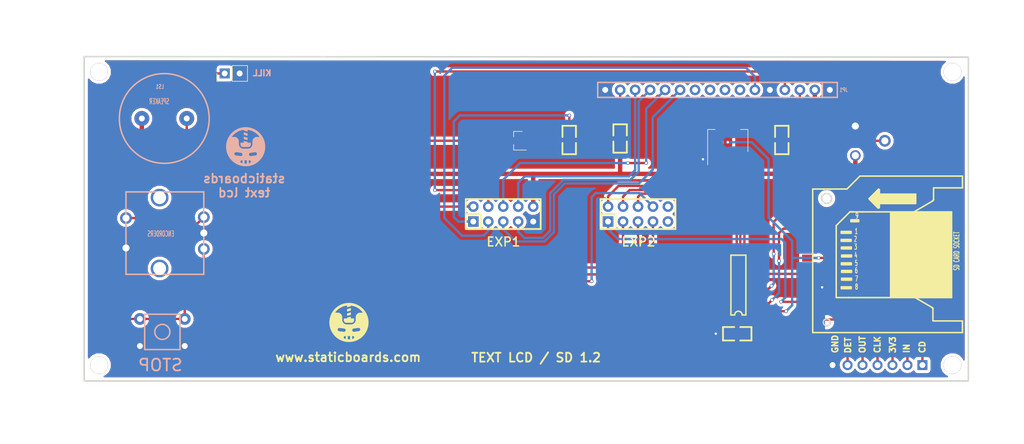
<source format=kicad_pcb>
(kicad_pcb (version 4) (host pcbnew 4.0.7+dfsg1-1~bpo9+1)

  (general
    (links 62)
    (no_connects 0)
    (area 57.630287 60.371871 234.41 137.32)
    (thickness 1.6)
    (drawings 60)
    (tracks 330)
    (zones 0)
    (modules 23)
    (nets 44)
  )

  (page A4)
  (layers
    (0 F.Cu signal)
    (31 B.Cu signal)
    (32 B.Adhes user)
    (33 F.Adhes user)
    (34 B.Paste user)
    (35 F.Paste user)
    (36 B.SilkS user hide)
    (37 F.SilkS user)
    (38 B.Mask user)
    (39 F.Mask user)
    (40 Dwgs.User user)
    (41 Cmts.User user hide)
    (42 Eco1.User user)
    (43 Eco2.User user)
    (44 Edge.Cuts user)
    (45 Margin user)
    (46 B.CrtYd user)
    (47 F.CrtYd user)
    (48 B.Fab user hide)
    (49 F.Fab user hide)
  )

  (setup
    (last_trace_width 0.25)
    (user_trace_width 0.2)
    (user_trace_width 0.25)
    (user_trace_width 0.4)
    (user_trace_width 0.5)
    (user_trace_width 0.75)
    (user_trace_width 1)
    (trace_clearance 0.2)
    (zone_clearance 0.508)
    (zone_45_only no)
    (trace_min 0.2)
    (segment_width 0.2)
    (edge_width 0.15)
    (via_size 0.6)
    (via_drill 0.4)
    (via_min_size 0.4)
    (via_min_drill 0.3)
    (uvia_size 0.3)
    (uvia_drill 0.1)
    (uvias_allowed no)
    (uvia_min_size 0.2)
    (uvia_min_drill 0.1)
    (pcb_text_width 0.3)
    (pcb_text_size 1.5 1.5)
    (mod_edge_width 0.15)
    (mod_text_size 1 1)
    (mod_text_width 0.15)
    (pad_size 2 3.8)
    (pad_drill 0)
    (pad_to_mask_clearance 0.2)
    (aux_axis_origin 0 0)
    (visible_elements 7FFFFF97)
    (pcbplotparams
      (layerselection 0x010fc_80000001)
      (usegerberextensions true)
      (excludeedgelayer true)
      (linewidth 0.100000)
      (plotframeref false)
      (viasonmask false)
      (mode 1)
      (useauxorigin false)
      (hpglpennumber 1)
      (hpglpenspeed 20)
      (hpglpendiameter 15)
      (hpglpenoverlay 2)
      (psnegative false)
      (psa4output false)
      (plotreference true)
      (plotvalue true)
      (plotinvisibletext false)
      (padsonsilk false)
      (subtractmaskfromsilk true)
      (outputformat 1)
      (mirror false)
      (drillshape 0)
      (scaleselection 1)
      (outputdirectory gerber))
  )

  (net 0 "")
  (net 1 RESET)
  (net 2 LCD5)
  (net 3 LCD7)
  (net 4 VCC)
  (net 5 Earth)
  (net 6 +3V3)
  (net 7 BUZZ)
  (net 8 ENCSW)
  (net 9 LCDE)
  (net 10 LCDRS)
  (net 11 LCD4)
  (net 12 LCD6)
  (net 13 DATAIN)
  (net 14 INDATAIN)
  (net 15 SDCD)
  (net 16 INSDCD)
  (net 17 SDCLK)
  (net 18 INSDCLK)
  (net 19 "Net-(JP1-Pad15)")
  (net 20 ENCA)
  (net 21 ENCB)
  (net 22 DATAOUT)
  (net 23 SDDETECT)
  (net 24 VLCD)
  (net 25 "Net-(LS1-Pad2)")
  (net 26 "Net-(Q1-Pad1)")
  (net 27 "Net-(EXP2-Pad9)")
  (net 28 "Net-(EXP2-Pad10)")
  (net 29 "Net-(IC1-Pad9)")
  (net 30 "Net-(IC1-Pad10)")
  (net 31 "Net-(IC1-Pad11)")
  (net 32 "Net-(IC1-Pad12)")
  (net 33 "Net-(IC1-Pad13)")
  (net 34 "Net-(IC1-Pad14)")
  (net 35 "Net-(IC1-Pad15)")
  (net 36 "Net-(IC1-Pad16)")
  (net 37 "Net-(JP1-Pad7)")
  (net 38 "Net-(JP1-Pad8)")
  (net 39 "Net-(JP1-Pad9)")
  (net 40 "Net-(JP1-Pad10)")
  (net 41 "Net-(JP4-Pad8)")
  (net 42 "Net-(JP4-Pad9)")
  (net 43 "Net-(JP4-Pad11)")

  (net_class Default "This is the default net class."
    (clearance 0.2)
    (trace_width 0.25)
    (via_dia 0.6)
    (via_drill 0.4)
    (uvia_dia 0.3)
    (uvia_drill 0.1)
    (add_net +3V3)
    (add_net BUZZ)
    (add_net DATAIN)
    (add_net DATAOUT)
    (add_net ENCA)
    (add_net ENCB)
    (add_net ENCSW)
    (add_net Earth)
    (add_net INDATAIN)
    (add_net INSDCD)
    (add_net INSDCLK)
    (add_net LCD4)
    (add_net LCD5)
    (add_net LCD6)
    (add_net LCD7)
    (add_net LCDE)
    (add_net LCDRS)
    (add_net "Net-(EXP2-Pad10)")
    (add_net "Net-(EXP2-Pad9)")
    (add_net "Net-(IC1-Pad10)")
    (add_net "Net-(IC1-Pad11)")
    (add_net "Net-(IC1-Pad12)")
    (add_net "Net-(IC1-Pad13)")
    (add_net "Net-(IC1-Pad14)")
    (add_net "Net-(IC1-Pad15)")
    (add_net "Net-(IC1-Pad16)")
    (add_net "Net-(IC1-Pad9)")
    (add_net "Net-(JP1-Pad10)")
    (add_net "Net-(JP1-Pad15)")
    (add_net "Net-(JP1-Pad7)")
    (add_net "Net-(JP1-Pad8)")
    (add_net "Net-(JP1-Pad9)")
    (add_net "Net-(JP4-Pad11)")
    (add_net "Net-(JP4-Pad8)")
    (add_net "Net-(JP4-Pad9)")
    (add_net "Net-(LS1-Pad2)")
    (add_net "Net-(Q1-Pad1)")
    (add_net RESET)
    (add_net SDCD)
    (add_net SDCLK)
    (add_net SDDETECT)
    (add_net VCC)
    (add_net VLCD)
  )

  (module RES-2_1 (layer F.Cu) (tedit 5AC4FD8B) (tstamp 5AC50093)
    (at 208.09048 80.6033 270)
    (path /5A33E295)
    (attr smd)
    (fp_text reference RV1 (at 3.85064 -1.524 270) (layer F.Fab)
      (effects (font (size 0.677333 0.508) (thickness 0.127)))
    )
    (fp_text value POT (at 2.88544 -1.397 270) (layer F.SilkS) hide
      (effects (font (size 0.677333 0.508) (thickness 0.127)))
    )
    (pad 3 thru_hole circle (at 0.72522 6.10908) (size 1.8 1.8) (drill 1.2) (layers *.Cu *.Mask)
      (net 5 Earth))
    (pad 1 thru_hole circle (at 5.72521 6.10908) (size 1.8 1.8) (drill 1.2) (layers *.Cu *.Mask)
      (net 4 VCC))
    (pad 2 thru_hole circle (at 3.22522 1.10909) (size 2 2) (drill 1.2) (layers *.Cu *.Mask)
      (net 24 VLCD))
  )

  (module Pin_Headers:Pin_Header_Straight_1x07_Pitch2.54mm (layer F.Cu) (tedit 5AC4F8EE) (tstamp 5A677CBF)
    (at 213.36 121.92 270)
    (descr "Through hole straight pin header, 1x07, 2.54mm pitch, single row")
    (tags "Through hole pin header THT 1x07 2.54mm single row")
    (path /5A679032)
    (fp_text reference J1 (at 0 -2.33 270) (layer F.Fab)
      (effects (font (size 1 1) (thickness 0.15)))
    )
    (fp_text value CONN_01X07 (at -2.54 6.985 360) (layer F.Fab)
      (effects (font (size 1 1) (thickness 0.15)))
    )
    (fp_line (start -0.635 -1.27) (end 1.27 -1.27) (layer F.Fab) (width 0.1))
    (fp_line (start 1.27 -1.27) (end 1.27 16.51) (layer F.Fab) (width 0.1))
    (fp_line (start 1.27 16.51) (end -1.27 16.51) (layer F.Fab) (width 0.1))
    (fp_line (start -1.27 16.51) (end -1.27 -0.635) (layer F.Fab) (width 0.1))
    (fp_line (start -1.27 -0.635) (end -0.635 -1.27) (layer F.Fab) (width 0.1))
    (fp_line (start -1.8 -1.8) (end -1.8 17.05) (layer F.CrtYd) (width 0.05))
    (fp_line (start -1.8 17.05) (end 1.8 17.05) (layer F.CrtYd) (width 0.05))
    (fp_line (start 1.8 17.05) (end 1.8 -1.8) (layer F.CrtYd) (width 0.05))
    (fp_line (start 1.8 -1.8) (end -1.8 -1.8) (layer F.CrtYd) (width 0.05))
    (fp_text user %R (at 0 7.62 360) (layer F.Fab)
      (effects (font (size 1 1) (thickness 0.15)))
    )
    (pad 1 thru_hole rect (at 0 0 270) (size 1.7 1.7) (drill 1) (layers *.Cu *.Mask)
      (net 15 SDCD))
    (pad 2 thru_hole oval (at 0 2.54 270) (size 1.7 1.7) (drill 1) (layers *.Cu *.Mask)
      (net 13 DATAIN))
    (pad 3 thru_hole oval (at 0 5.08 270) (size 1.7 1.7) (drill 1) (layers *.Cu *.Mask)
      (net 6 +3V3))
    (pad 4 thru_hole oval (at 0 7.62 270) (size 1.7 1.7) (drill 1) (layers *.Cu *.Mask)
      (net 17 SDCLK))
    (pad 5 thru_hole oval (at 0 10.16 270) (size 1.7 1.7) (drill 1) (layers *.Cu *.Mask)
      (net 22 DATAOUT))
    (pad 6 thru_hole oval (at 0 12.7 270) (size 1.7 1.7) (drill 1) (layers *.Cu *.Mask)
      (net 23 SDDETECT))
    (pad 7 thru_hole oval (at 0 15.24 270) (size 1.7 1.7) (drill 1) (layers *.Cu *.Mask)
      (net 5 Earth))
    (model ${KISYS3DMOD}/Pin_Headers.3dshapes/Pin_Header_Straight_1x07_Pitch2.54mm.wrl
      (at (xyz 0 0 0))
      (scale (xyz 1 1 1))
      (rotate (xyz 0 0 0))
    )
  )

  (module ENCODERS_1 locked (layer B.Cu) (tedit 5AC4F759) (tstamp 5AC4F726)
    (at 91.45398 99.49298)
    (path /5A33A875)
    (attr smd)
    (fp_text reference LS2 (at -5.77596 6.096) (layer B.Fab)
      (effects (font (size 0.677333 0.508) (thickness 0.127)) (justify mirror))
    )
    (fp_text value ENCODER (at -4.07924 -2.7686) (layer B.SilkS) hide
      (effects (font (size 0.677333 0.508) (thickness 0.127)) (justify mirror))
    )
    (fp_line (start 0 -6.985) (end -13.208 -6.985) (layer B.SilkS) (width 0.254))
    (fp_line (start 0 7.015) (end -13.2 7.015) (layer B.SilkS) (width 0.254))
    (fp_line (start 0 7.015) (end 0 -6.985) (layer B.SilkS) (width 0.254))
    (fp_line (start -13.2 7.015) (end -13.2 -6.985) (layer B.SilkS) (width 0.254))
    (pad 1 thru_hole circle (at 0 -2.7) (size 2 2) (drill 1.2) (layers *.Cu *.Mask)
      (net 20 ENCA))
    (pad 2 thru_hole circle (at 0 0) (size 2 2) (drill 1.2) (layers *.Cu *.Mask)
      (net 5 Earth))
    (pad 3 thru_hole circle (at 0 2.7) (size 2 2) (drill 1.2) (layers *.Cu *.Mask)
      (net 21 ENCB))
    (pad 4 thru_hole circle (at -13.2 2.54) (size 2 2) (drill 1.2) (layers *.Cu *.Mask)
      (net 5 Earth))
    (pad 5 thru_hole circle (at -13.2 -2.54) (size 2 2) (drill 1.2) (layers *.Cu *.Mask)
      (net 8 ENCSW))
    (pad 6 thru_hole circle (at -7.5 6.015) (size 3 3) (drill 2.2) (layers *.Cu *.Mask))
    (pad 7 thru_hole circle (at -7.5 -6.015) (size 3 3) (drill 2.2) (layers *.Cu *.Mask))
  )

  (module SD-4_1 locked (layer F.Cu) (tedit 5AC4F88B) (tstamp 5A394273)
    (at 205.76365 103.12405 90)
    (path /5A33A967)
    (attr smd)
    (fp_text reference JP4 (at 10.14578 -15.49552 90) (layer F.Fab)
      (effects (font (size 0.677333 0.508) (thickness 0.127)))
    )
    (fp_text value SD_Card (at -9.96188 -14.351 90) (layer F.SilkS) hide
      (effects (font (size 0.677333 0.508) (thickness 0.127)))
    )
    (fp_line (start -11.3 14.3828) (end -11.3 9.38281) (layer F.SilkS) (width 0.254))
    (fp_line (start -13.2588 -11.0172) (end 11.1 -11.0172) (layer F.SilkS) (width 0.254))
    (fp_line (start 9.258 9.48441) (end 11.3 9.48441) (layer F.SilkS) (width 0.254))
    (fp_line (start 11.1 -5.2072) (end 11.1 -11.0172) (layer F.SilkS) (width 0.254))
    (fp_line (start -13.2728 14.3828) (end -11.3 14.3828) (layer F.SilkS) (width 0.254))
    (fp_line (start 9.10001 9.3264) (end 9.258 9.48441) (layer F.SilkS) (width 0.254))
    (fp_line (start -13.2728 14.3828) (end -13.2728 -11.0032) (layer F.SilkS) (width 0.254))
    (fp_line (start 13.2728 14.3828) (end 13.3 14.3556) (layer F.SilkS) (width 0.254))
    (fp_line (start 5.59999 3.3828) (end 9.10001 9.3772) (layer F.SilkS) (width 0.254))
    (fp_line (start 11.3 14.3828) (end 13.2728 14.3828) (layer F.SilkS) (width 0.254))
    (fp_line (start -9.10001 9.3772) (end -5.588 3.3828) (layer F.SilkS) (width 0.254))
    (fp_line (start -13.2728 -11.0032) (end -13.2588 -11.0172) (layer F.SilkS) (width 0.254))
    (fp_line (start 13.3 14.3556) (end 13.3 -3.018) (layer F.SilkS) (width 0.254))
    (fp_line (start 13.2892 -3.018) (end 13.3 -3.018) (layer F.SilkS) (width 0.254))
    (fp_line (start 11.3 14.3828) (end 11.3 9.48441) (layer F.SilkS) (width 0.254))
    (fp_line (start 11.1 -5.2072) (end 13.2892 -3.018) (layer F.SilkS) (width 0.254))
    (fp_line (start -9.2072 9.3772) (end -9.04921 9.21921) (layer F.SilkS) (width 0.254))
    (fp_line (start -11.2492 9.3772) (end -9.2072 9.3772) (layer F.SilkS) (width 0.254))
    (fp_line (start -5.59999 3.3828) (end 5.59999 3.3828) (layer F.SilkS) (width 0.254))
    (fp_arc (start -11.5316 -8.6172) (end -10.9316 -8.6172) (angle -360) (layer Edge.Cuts) (width 0.254))
    (fp_arc (start 9.50001 -8.6568) (end 10.35001 -8.6568) (angle -360) (layer Edge.Cuts) (width 0.254))
    (pad 1 smd rect (at 6.858 -11.9172 90) (size 1.2 1.8) (layers F.Cu F.Paste F.Mask)
      (net 15 SDCD))
    (pad 2 smd rect (at 4.3688 -11.9172 90) (size 1.2 1.8) (layers F.Cu F.Paste F.Mask)
      (net 13 DATAIN))
    (pad 3 smd rect (at 1.875 -11.908 90) (size 1.2 1.8) (layers F.Cu F.Paste F.Mask)
      (net 5 Earth))
    (pad 4 smd rect (at -0.62499 -11.908 90) (size 1.2 1.8) (layers F.Cu F.Paste F.Mask)
      (net 6 +3V3))
    (pad 5 smd rect (at -3.12499 -11.908 90) (size 1.2 1.8) (layers F.Cu F.Paste F.Mask)
      (net 17 SDCLK))
    (pad 6 smd rect (at -5.62501 -11.908 90) (size 1.2 1.8) (layers F.Cu F.Paste F.Mask)
      (net 5 Earth))
    (pad 7 smd rect (at -8.05 -11.908 90) (size 1.2 1.8) (layers F.Cu F.Paste F.Mask)
      (net 22 DATAOUT))
    (pad 8 smd rect (at -9.7536 -11.9172 90) (size 1.1 1.8) (layers F.Cu F.Paste F.Mask)
      (net 41 "Net-(JP4-Pad8)"))
    (pad 9 smd rect (at 9.37499 -11.908 90) (size 1.2 1.8) (layers F.Cu F.Paste F.Mask)
      (net 42 "Net-(JP4-Pad9)"))
    (pad 10 smd rect (at -11.04999 -11.908 90) (size 0.7 1.8) (layers F.Cu F.Paste F.Mask)
      (net 23 SDDETECT))
    (pad 12 smd rect (at -13.8684 -9.7744 90) (size 1.5 2.79999) (layers F.Cu F.Paste F.Mask)
      (net 5 Earth))
    (pad 13 smd rect (at 13.8684 11.8664 90) (size 1.5 2.79999) (layers F.Cu F.Paste F.Mask)
      (net 5 Earth))
    (pad 12 smd rect (at 11.684 -9.7744 90) (size 1.5 2.79999) (layers F.Cu F.Paste F.Mask)
      (net 5 Earth))
    (pad 13 smd rect (at -13.8684 11.9172 90) (size 1.5 2.79999) (layers F.Cu F.Paste F.Mask)
      (net 5 Earth))
    (pad 11 smd rect (at -12.2428 -11.9172 90) (size 0.7 1.8) (layers F.Cu F.Paste F.Mask)
      (net 43 "Net-(JP4-Pad11)"))
  )

  (module SW_6X6MM_ONE_LAYER_1 (layer B.Cu) (tedit 5AC4FB76) (tstamp 5A33BD55)
    (at 87.4201 119.28407)
    (path /5A340489)
    (attr smd)
    (fp_text reference SW1 (at -7.28086 -11.01928) (layer B.SilkS) hide
      (effects (font (size 1.354667 1.016) (thickness 0.254)) (justify mirror))
    )
    (fp_text value SW_PUSH_2P (at -4.0703 -7.97128) (layer B.SilkS) hide
      (effects (font (size 1.354667 1.016) (thickness 0.254)) (justify mirror))
    )
    (fp_line (start 0.00002 -0.00002) (end 0.00002 -6.00001) (layer B.SilkS) (width 0.254))
    (fp_line (start 0.00002 -0.00002) (end -6.00002 -0.00002) (layer B.SilkS) (width 0.254))
    (fp_line (start -6.00002 -0.00002) (end -6.00002 -6.00001) (layer B.SilkS) (width 0.254))
    (fp_line (start 0.00002 -6.00001) (end -6.00002 -6.00001) (layer B.SilkS) (width 0.254))
    (fp_arc (start -3 -3) (end -4.28062 -3) (angle 360) (layer B.SilkS) (width 0.254))
    (pad 1 thru_hole circle (at -6.80003 -5.20001) (size 2 2) (drill 1) (layers *.Cu *.Mask)
      (net 1 RESET))
    (pad 1 thru_hole circle (at 0.80001 -5.20001) (size 2 2) (drill 1) (layers *.Cu *.Mask)
      (net 1 RESET))
    (pad 2 thru_hole circle (at -6.80003 -0.60002) (size 2 2) (drill 1) (layers *.Cu *.Mask)
      (net 5 Earth))
    (pad 2 thru_hole circle (at 0.80001 -0.60002) (size 2 2) (drill 1) (layers *.Cu *.Mask)
      (net 5 Earth))
  )

  (module "" (layer F.Cu) (tedit 0) (tstamp 0)
    (at 73.68364 72.13605)
    (fp_text reference "" (at 0 0) (layer F.SilkS)
      (effects (font (thickness 0.15)))
    )
    (fp_text value "" (at 0 0) (layer F.SilkS)
      (effects (font (thickness 0.15)))
    )
    (pad "" thru_hole circle (at 0 0 90) (size 3 3) (drill 3) (layers *.Cu *.Mask))
  )

  (module "" (layer F.Cu) (tedit 0) (tstamp 0)
    (at 73.68364 121.92006)
    (fp_text reference "" (at 0 0) (layer F.SilkS)
      (effects (font (thickness 0.15)))
    )
    (fp_text value "" (at 0 0) (layer F.SilkS)
      (effects (font (thickness 0.15)))
    )
    (pad "" thru_hole circle (at 0 0 90) (size 3 3) (drill 3) (layers *.Cu *.Mask))
  )

  (module "" (layer F.Cu) (tedit 0) (tstamp 0)
    (at 218.46364 72.13605)
    (fp_text reference "" (at 0 0) (layer F.SilkS)
      (effects (font (thickness 0.15)))
    )
    (fp_text value "" (at 0 0) (layer F.SilkS)
      (effects (font (thickness 0.15)))
    )
    (pad "" thru_hole circle (at 0 0 90) (size 3 3) (drill 3) (layers *.Cu *.Mask))
  )

  (module "" (layer F.Cu) (tedit 0) (tstamp 0)
    (at 218.46364 121.92006)
    (fp_text reference "" (at 0 0) (layer F.SilkS)
      (effects (font (thickness 0.15)))
    )
    (fp_text value "" (at 0 0) (layer F.SilkS)
      (effects (font (thickness 0.15)))
    )
    (pad "" thru_hole circle (at 0 0 90) (size 3 3) (drill 3) (layers *.Cu *.Mask))
  )

  (module 0805_1 (layer F.Cu) (tedit 5AC4F892) (tstamp 5A33BDA7)
    (at 183.086 116.6)
    (path /5A349E84)
    (attr smd)
    (fp_text reference C2 (at 3.9685 -0.82814) (layer F.Fab)
      (effects (font (size 0.677333 0.508) (thickness 0.127)))
    )
    (fp_text value 1u (at 3.604 0.24) (layer F.Fab)
      (effects (font (size 0.677333 0.508) (thickness 0.127)))
    )
    (fp_line (start 1.27 1.143) (end -0.635 1.143) (layer F.SilkS) (width 0.3048))
    (fp_line (start 1.27 -1.143) (end -0.635 -1.143) (layer F.SilkS) (width 0.3048))
    (fp_line (start -1.651 -1.143) (end -3.556 -1.143) (layer F.SilkS) (width 0.3048))
    (fp_line (start -3.556 -1.143) (end -3.556 1.143) (layer F.SilkS) (width 0.3048))
    (fp_line (start -1.651 1.143) (end -3.556 1.143) (layer F.SilkS) (width 0.3048))
    (fp_line (start 1.27 -1.143) (end 1.27 1.143) (layer F.SilkS) (width 0.3048))
    (pad 1 smd rect (at 0 0) (size 1.524 1.27) (layers F.Cu F.Paste F.Mask)
      (net 6 +3V3))
    (pad 2 smd rect (at -2.286 0) (size 1.524 1.27) (layers F.Cu F.Paste F.Mask)
      (net 5 Earth))
  )

  (module SIP-16-1_1 locked (layer B.Cu) (tedit 0) (tstamp 0)
    (at 197.63564 75.18405)
    (path /5A33A499)
    (attr smd)
    (fp_text reference JP1 (at 2.35204 0) (layer B.SilkS)
      (effects (font (size 0.677333 0.508) (thickness 0.127)) (justify mirror))
    )
    (fp_text value DMC204LCD (at -0.8636 -2.667) (layer B.SilkS) hide
      (effects (font (size 0.677333 0.508) (thickness 0.127)) (justify mirror))
    )
    (fp_line (start -1.25777 1.27133) (end -1.25777 -1.26867) (layer B.SilkS) (width 0.254))
    (fp_line (start 1.28223 1.27133) (end -39.35777 1.27133) (layer B.SilkS) (width 0.254))
    (fp_line (start 1.28223 -1.26867) (end -39.35777 -1.26867) (layer B.SilkS) (width 0.254))
    (fp_line (start -39.35777 1.27133) (end -39.35777 -1.26867) (layer B.SilkS) (width 0.254))
    (fp_line (start 1.28223 1.27133) (end 1.28223 -1.26867) (layer B.SilkS) (width 0.254))
    (pad 1 thru_hole rect (at 0.01223 0.00133) (size 1.8 1.8) (drill 1) (layers *.Cu *.Mask)
      (net 5 Earth))
    (pad 2 thru_hole circle (at -2.52777 0.00133) (size 1.8 1.8) (drill 1) (layers *.Cu *.Mask)
      (net 4 VCC))
    (pad 3 thru_hole circle (at -5.06777 0.00133) (size 1.8 1.8) (drill 1) (layers *.Cu *.Mask)
      (net 24 VLCD))
    (pad 4 thru_hole circle (at -7.60777 0.00133) (size 1.8 1.8) (drill 1) (layers *.Cu *.Mask)
      (net 10 LCDRS))
    (pad 5 thru_hole circle (at -10.14777 0.00133) (size 1.8 1.8) (drill 1) (layers *.Cu *.Mask)
      (net 5 Earth))
    (pad 6 thru_hole circle (at -12.68777 0.00133) (size 1.8 1.8) (drill 1) (layers *.Cu *.Mask)
      (net 9 LCDE))
    (pad 7 thru_hole circle (at -15.22777 0.00133) (size 1.8 1.8) (drill 1) (layers *.Cu *.Mask)
      (net 37 "Net-(JP1-Pad7)"))
    (pad 8 thru_hole circle (at -17.76777 0.00133) (size 1.8 1.8) (drill 1) (layers *.Cu *.Mask)
      (net 38 "Net-(JP1-Pad8)"))
    (pad 9 thru_hole circle (at -20.30777 0.00133) (size 1.8 1.8) (drill 1) (layers *.Cu *.Mask)
      (net 39 "Net-(JP1-Pad9)"))
    (pad 10 thru_hole circle (at -22.84777 0.00133) (size 1.8 1.8) (drill 1) (layers *.Cu *.Mask)
      (net 40 "Net-(JP1-Pad10)"))
    (pad 11 thru_hole circle (at -25.38777 0.00133) (size 1.8 1.8) (drill 1) (layers *.Cu *.Mask)
      (net 11 LCD4))
    (pad 12 thru_hole circle (at -27.92777 0.00133) (size 1.8 1.8) (drill 1) (layers *.Cu *.Mask)
      (net 2 LCD5))
    (pad 13 thru_hole circle (at -30.46777 0.00133) (size 1.8 1.8) (drill 1) (layers *.Cu *.Mask)
      (net 12 LCD6))
    (pad 14 thru_hole circle (at -33.00777 0.00133) (size 1.8 1.8) (drill 1) (layers *.Cu *.Mask)
      (net 3 LCD7))
    (pad 15 thru_hole circle (at -35.54777 0.00133) (size 1.8 1.8) (drill 1) (layers *.Cu *.Mask)
      (net 19 "Net-(JP1-Pad15)"))
    (pad 16 thru_hole circle (at -38.08777 0.00133) (size 1.8 1.8) (drill 1) (layers *.Cu *.Mask)
      (net 5 Earth))
  )

  (module RB.3_.6-1_1 (layer B.Cu) (tedit 5A394A5D) (tstamp 0)
    (at 88.5592 80.03659 180)
    (path /5A33A72F)
    (attr smd)
    (fp_text reference LS1 (at 4.56362 5.40583 360) (layer B.SilkS)
      (effects (font (size 0.677333 0.508) (thickness 0.127)) (justify mirror))
    )
    (fp_text value Buzzer (at 8.49376 -9.017 180) (layer B.SilkS) hide
      (effects (font (size 0.677333 0.508) (thickness 0.127)) (justify mirror))
    )
    (fp_arc (start 3.81 0) (end -3.81 0) (angle 360) (layer B.SilkS) (width 0.254))
    (pad 2 thru_hole circle (at 0 0 180) (size 2.54 2.54) (drill 1) (layers *.Cu *.Mask)
      (net 25 "Net-(LS1-Pad2)"))
    (pad 1 thru_hole circle (at 7.62 0 180) (size 2.54 2.54) (drill 1) (layers *.Cu *.Mask)
      (net 4 VCC))
  )

  (module 0805_1 (layer F.Cu) (tedit 5AE9C927) (tstamp 0)
    (at 189.50764 84.83606 90)
    (path /5A340B38)
    (attr smd)
    (fp_text reference C1 (at -0.25394 2.26236 90) (layer F.Fab)
      (effects (font (size 0.677333 0.508) (thickness 0.127)))
    )
    (fp_text value 1u (at 1.65106 2.26236 90) (layer F.Fab)
      (effects (font (size 0.677333 0.508) (thickness 0.127)))
    )
    (fp_line (start -1.27 -1.143) (end 0.635 -1.143) (layer F.SilkS) (width 0.3048))
    (fp_line (start -1.27 1.143) (end 0.635 1.143) (layer F.SilkS) (width 0.3048))
    (fp_line (start 1.651 1.143) (end 3.556 1.143) (layer F.SilkS) (width 0.3048))
    (fp_line (start 3.556 1.143) (end 3.556 -1.143) (layer F.SilkS) (width 0.3048))
    (fp_line (start 1.651 -1.143) (end 3.556 -1.143) (layer F.SilkS) (width 0.3048))
    (fp_line (start -1.27 1.143) (end -1.27 -1.143) (layer F.SilkS) (width 0.3048))
    (pad 1 smd rect (at 0 0 90) (size 1.524 1.27) (layers F.Cu F.Paste F.Mask)
      (net 4 VCC))
    (pad 2 smd rect (at 2.286 0 90) (size 1.524 1.27) (layers F.Cu F.Paste F.Mask)
      (net 5 Earth))
  )

  (module IDC-10-1_1 locked (layer F.Cu) (tedit 5AE9C965) (tstamp 0)
    (at 137.18364 97.53607)
    (path /5A33A52E)
    (attr smd)
    (fp_text reference EXP1 (at 5.09636 3.46193) (layer F.SilkS)
      (effects (font (size 1.5 1.5) (thickness 0.25)))
    )
    (fp_text value CONN_02X05 (at 2.8448 -5.2324) (layer F.Fab)
      (effects (font (size 0.677333 0.508) (thickness 0.127)))
    )
    (fp_line (start -1.28223 1.27624) (end -1.28223 -3.80376) (layer F.SilkS) (width 0.3048))
    (fp_line (start 1.25777 1.27624) (end 1.25777 -1.26376) (layer F.SilkS) (width 0.3048))
    (fp_line (start -1.28223 -1.26376) (end 1.25777 -1.26376) (layer F.SilkS) (width 0.3048))
    (fp_line (start -1.28223 1.27624) (end 11.41777 1.27624) (layer F.SilkS) (width 0.3048))
    (fp_line (start -1.28223 -3.80376) (end 11.41777 -3.80376) (layer F.SilkS) (width 0.3048))
    (fp_line (start 11.41777 1.27624) (end 11.41777 -3.80376) (layer F.SilkS) (width 0.3048))
    (pad 1 thru_hole rect (at -0.01223 0.00624) (size 1.8 1.8) (drill 1) (layers *.Cu *.Mask)
      (net 7 BUZZ))
    (pad 2 thru_hole circle (at -0.01223 -2.53376) (size 1.8 1.8) (drill 1) (layers *.Cu *.Mask)
      (net 8 ENCSW))
    (pad 3 thru_hole circle (at 2.52777 0.00624) (size 1.8 1.8) (drill 1) (layers *.Cu *.Mask)
      (net 9 LCDE))
    (pad 4 thru_hole circle (at 2.52777 -2.53376) (size 1.8 1.8) (drill 1) (layers *.Cu *.Mask)
      (net 10 LCDRS))
    (pad 5 thru_hole circle (at 5.06777 0.00624) (size 1.8 1.8) (drill 1) (layers *.Cu *.Mask)
      (net 11 LCD4))
    (pad 6 thru_hole circle (at 5.06777 -2.53376) (size 1.8 1.8) (drill 1) (layers *.Cu *.Mask)
      (net 2 LCD5))
    (pad 7 thru_hole circle (at 7.60777 0.00624) (size 1.8 1.8) (drill 1) (layers *.Cu *.Mask)
      (net 12 LCD6))
    (pad 8 thru_hole circle (at 7.60777 -2.53376) (size 1.8 1.8) (drill 1) (layers *.Cu *.Mask)
      (net 3 LCD7))
    (pad 9 thru_hole circle (at 10.14777 0.00624) (size 1.8 1.8) (drill 1) (layers *.Cu *.Mask)
      (net 5 Earth))
    (pad 10 thru_hole circle (at 10.14777 -2.53376) (size 1.8 1.8) (drill 1) (layers *.Cu *.Mask)
      (net 4 VCC))
  )

  (module SO-16_1 locked (layer F.Cu) (tedit 5AC4F895) (tstamp 0)
    (at 184.93564 112.77606 180)
    (path /5A342D90)
    (attr smd)
    (fp_text reference IC1 (at 3.23596 1.524 180) (layer F.Fab)
      (effects (font (size 0.677333 0.508) (thickness 0.127)))
    )
    (fp_text value 74HC4050 (at 1.2446 -2.032 180) (layer F.SilkS) hide
      (effects (font (size 0.677333 0.508) (thickness 0.127)))
    )
    (fp_line (start 1.524 -0.635) (end 2.159 -0.635) (layer F.SilkS) (width 0.254))
    (fp_line (start 4.064 9.525) (end 4.064 -0.635) (layer F.SilkS) (width 0.254))
    (fp_line (start 1.524 9.525) (end 4.064 9.525) (layer F.SilkS) (width 0.254))
    (fp_line (start 3.429 -0.635) (end 4.064 -0.635) (layer F.SilkS) (width 0.254))
    (fp_line (start 1.524 9.525) (end 1.524 -0.635) (layer F.SilkS) (width 0.254))
    (fp_arc (start 2.794 -0.635) (end 2.159 -0.635) (angle -180) (layer F.SilkS) (width 0.254))
    (pad 1 smd oval (at 0 0 180) (size 2.032 0.6096) (layers F.Cu F.Paste F.Mask)
      (net 6 +3V3))
    (pad 2 smd oval (at 0 1.27 180) (size 2.032 0.6096) (layers F.Cu F.Paste F.Mask)
      (net 13 DATAIN))
    (pad 3 smd oval (at 0 2.54 180) (size 2.032 0.6096) (layers F.Cu F.Paste F.Mask)
      (net 14 INDATAIN))
    (pad 4 smd oval (at 0 3.81 180) (size 2.032 0.6096) (layers F.Cu F.Paste F.Mask)
      (net 15 SDCD))
    (pad 5 smd oval (at 0 5.08 180) (size 2.032 0.6096) (layers F.Cu F.Paste F.Mask)
      (net 16 INSDCD))
    (pad 6 smd oval (at 0 6.35 180) (size 2.032 0.6096) (layers F.Cu F.Paste F.Mask)
      (net 17 SDCLK))
    (pad 7 smd oval (at 0 7.62 180) (size 2.032 0.6096) (layers F.Cu F.Paste F.Mask)
      (net 18 INSDCLK))
    (pad 8 smd oval (at 0 8.89 180) (size 2.032 0.6096) (layers F.Cu F.Paste F.Mask)
      (net 5 Earth))
    (pad 9 smd oval (at 5.588 8.89 180) (size 2.032 0.6096) (layers F.Cu F.Paste F.Mask)
      (net 29 "Net-(IC1-Pad9)"))
    (pad 10 smd oval (at 5.588 7.62 180) (size 2.032 0.6096) (layers F.Cu F.Paste F.Mask)
      (net 30 "Net-(IC1-Pad10)"))
    (pad 11 smd oval (at 5.588 6.35 180) (size 2.032 0.6096) (layers F.Cu F.Paste F.Mask)
      (net 31 "Net-(IC1-Pad11)"))
    (pad 12 smd oval (at 5.588 5.08 180) (size 2.032 0.6096) (layers F.Cu F.Paste F.Mask)
      (net 32 "Net-(IC1-Pad12)"))
    (pad 13 smd oval (at 5.588 3.81 180) (size 2.032 0.6096) (layers F.Cu F.Paste F.Mask)
      (net 33 "Net-(IC1-Pad13)"))
    (pad 14 smd oval (at 5.588 2.54 180) (size 2.032 0.6096) (layers F.Cu F.Paste F.Mask)
      (net 34 "Net-(IC1-Pad14)"))
    (pad 15 smd oval (at 5.588 1.27 180) (size 2.032 0.6096) (layers F.Cu F.Paste F.Mask)
      (net 35 "Net-(IC1-Pad15)"))
    (pad 16 smd oval (at 5.588 0 180) (size 2.032 0.6096) (layers F.Cu F.Paste F.Mask)
      (net 36 "Net-(IC1-Pad16)"))
  )

  (module 0805_1 (layer F.Cu) (tedit 5AE9C947) (tstamp 0)
    (at 153.43964 84.83606 90)
    (path /5A33A69E)
    (attr smd)
    (fp_text reference R2 (at 1.22936 2.77036 90) (layer F.Fab)
      (effects (font (size 0.677333 0.508) (thickness 0.127)))
    )
    (fp_text value 448r (at 2.92106 2.77036 90) (layer F.Fab)
      (effects (font (size 0.677333 0.508) (thickness 0.127)))
    )
    (fp_line (start -1.27 -1.143) (end 0.635 -1.143) (layer F.SilkS) (width 0.3048))
    (fp_line (start -1.27 1.143) (end 0.635 1.143) (layer F.SilkS) (width 0.3048))
    (fp_line (start 1.651 1.143) (end 3.556 1.143) (layer F.SilkS) (width 0.3048))
    (fp_line (start 3.556 1.143) (end 3.556 -1.143) (layer F.SilkS) (width 0.3048))
    (fp_line (start 1.651 -1.143) (end 3.556 -1.143) (layer F.SilkS) (width 0.3048))
    (fp_line (start -1.27 1.143) (end -1.27 -1.143) (layer F.SilkS) (width 0.3048))
    (pad 1 smd rect (at 0 0 90) (size 1.524 1.27) (layers F.Cu F.Paste F.Mask)
      (net 26 "Net-(Q1-Pad1)"))
    (pad 2 smd rect (at 2.286 0 90) (size 1.524 1.27) (layers F.Cu F.Paste F.Mask)
      (net 7 BUZZ))
  )

  (module 0805_1 (layer F.Cu) (tedit 5AE9C93A) (tstamp 0)
    (at 162.07564 82.29605 270)
    (path /5A33B6A3)
    (attr smd)
    (fp_text reference RLED1 (at 1.52395 -2.54 270) (layer F.Fab)
      (effects (font (size 0.677333 0.508) (thickness 0.127)))
    )
    (fp_text value 68r (at -0.38105 -2.5654 270) (layer F.Fab)
      (effects (font (size 0.677333 0.508) (thickness 0.127)))
    )
    (fp_line (start -1.27 -1.143) (end 0.635 -1.143) (layer F.SilkS) (width 0.3048))
    (fp_line (start -1.27 1.143) (end 0.635 1.143) (layer F.SilkS) (width 0.3048))
    (fp_line (start 1.651 1.143) (end 3.556 1.143) (layer F.SilkS) (width 0.3048))
    (fp_line (start 3.556 1.143) (end 3.556 -1.143) (layer F.SilkS) (width 0.3048))
    (fp_line (start 1.651 -1.143) (end 3.556 -1.143) (layer F.SilkS) (width 0.3048))
    (fp_line (start -1.27 1.143) (end -1.27 -1.143) (layer F.SilkS) (width 0.3048))
    (pad 2 smd rect (at 0 0 270) (size 1.524 1.27) (layers F.Cu F.Paste F.Mask)
      (net 19 "Net-(JP1-Pad15)"))
    (pad 1 smd rect (at 2.286 0 270) (size 1.524 1.27) (layers F.Cu F.Paste F.Mask)
      (net 4 VCC))
  )

  (module IDC-10-1_2 locked (layer F.Cu) (tedit 5AC4FD73) (tstamp 0)
    (at 160.04364 97.53607)
    (path /5A33A914)
    (attr smd)
    (fp_text reference EXP2 (at 5.15986 3.46193) (layer F.SilkS)
      (effects (font (size 1.5 1.5) (thickness 0.25)))
    )
    (fp_text value CONN_02X05 (at 2.8448 -5.2324) (layer F.SilkS) hide
      (effects (font (size 0.677333 0.508) (thickness 0.127)))
    )
    (fp_line (start -1.28223 1.27624) (end -1.28223 -3.80376) (layer F.SilkS) (width 0.3048))
    (fp_line (start 1.25777 1.27624) (end 1.25777 -1.26376) (layer F.SilkS) (width 0.3048))
    (fp_line (start -1.28223 -1.26376) (end 1.25777 -1.26376) (layer F.SilkS) (width 0.3048))
    (fp_line (start -1.28223 1.27624) (end 11.41777 1.27624) (layer F.SilkS) (width 0.3048))
    (fp_line (start -1.28223 -3.80376) (end 11.41777 -3.80376) (layer F.SilkS) (width 0.3048))
    (fp_line (start 11.41777 1.27624) (end 11.41777 -3.80376) (layer F.SilkS) (width 0.3048))
    (pad 1 thru_hole rect (at -0.01223 0.00624) (size 1.8 1.8) (drill 1) (layers *.Cu *.Mask)
      (net 22 DATAOUT))
    (pad 2 thru_hole circle (at -0.01223 -2.53376) (size 1.8 1.8) (drill 1) (layers *.Cu *.Mask)
      (net 18 INSDCLK))
    (pad 3 thru_hole circle (at 2.52777 0.00624) (size 1.8 1.8) (drill 1) (layers *.Cu *.Mask)
      (net 21 ENCB))
    (pad 4 thru_hole circle (at 2.52777 -2.53376) (size 1.8 1.8) (drill 1) (layers *.Cu *.Mask)
      (net 16 INSDCD))
    (pad 5 thru_hole circle (at 5.06777 0.00624) (size 1.8 1.8) (drill 1) (layers *.Cu *.Mask)
      (net 20 ENCA))
    (pad 6 thru_hole circle (at 5.06777 -2.53376) (size 1.8 1.8) (drill 1) (layers *.Cu *.Mask)
      (net 14 INDATAIN))
    (pad 7 thru_hole circle (at 7.60777 0.00624) (size 1.8 1.8) (drill 1) (layers *.Cu *.Mask)
      (net 23 SDDETECT))
    (pad 8 thru_hole circle (at 7.60777 -2.53376) (size 1.8 1.8) (drill 1) (layers *.Cu *.Mask)
      (net 1 RESET))
    (pad 9 thru_hole circle (at 10.14777 0.00624) (size 1.8 1.8) (drill 1) (layers *.Cu *.Mask)
      (net 27 "Net-(EXP2-Pad9)"))
    (pad 10 thru_hole circle (at 10.14777 -2.53376) (size 1.8 1.8) (drill 1) (layers *.Cu *.Mask)
      (net 28 "Net-(EXP2-Pad10)"))
  )

  (module TO_SOT_Packages_SMD:SOT-23 (layer F.Cu) (tedit 5AC4F876) (tstamp 5A61022D)
    (at 144.78 83.82 180)
    (descr "SOT-23, Standard")
    (tags SOT-23)
    (path /5A6101D0)
    (attr smd)
    (fp_text reference Q1 (at 0 -2.5 180) (layer F.Fab)
      (effects (font (size 1 1) (thickness 0.15)))
    )
    (fp_text value NPN (at 0 2.5 180) (layer F.Fab)
      (effects (font (size 1 1) (thickness 0.15)))
    )
    (fp_text user %R (at 0 0 270) (layer F.Fab)
      (effects (font (size 0.5 0.5) (thickness 0.075)))
    )
    (fp_line (start -0.7 -0.95) (end -0.7 1.5) (layer F.Fab) (width 0.1))
    (fp_line (start -0.15 -1.52) (end 0.7 -1.52) (layer F.Fab) (width 0.1))
    (fp_line (start -0.7 -0.95) (end -0.15 -1.52) (layer F.Fab) (width 0.1))
    (fp_line (start 0.7 -1.52) (end 0.7 1.52) (layer F.Fab) (width 0.1))
    (fp_line (start -0.7 1.52) (end 0.7 1.52) (layer F.Fab) (width 0.1))
    (fp_line (start 0.76 1.58) (end 0.76 0.65) (layer F.SilkS) (width 0.12))
    (fp_line (start 0.76 -1.58) (end 0.76 -0.65) (layer F.SilkS) (width 0.12))
    (fp_line (start -1.7 -1.75) (end 1.7 -1.75) (layer F.CrtYd) (width 0.05))
    (fp_line (start 1.7 -1.75) (end 1.7 1.75) (layer F.CrtYd) (width 0.05))
    (fp_line (start 1.7 1.75) (end -1.7 1.75) (layer F.CrtYd) (width 0.05))
    (fp_line (start -1.7 1.75) (end -1.7 -1.75) (layer F.CrtYd) (width 0.05))
    (fp_line (start 0.76 -1.58) (end -1.4 -1.58) (layer F.SilkS) (width 0.12))
    (fp_line (start 0.76 1.58) (end -0.7 1.58) (layer F.SilkS) (width 0.12))
    (pad 1 smd rect (at -1 -0.95 180) (size 0.9 0.8) (layers F.Cu F.Paste F.Mask)
      (net 26 "Net-(Q1-Pad1)"))
    (pad 2 smd rect (at -1 0.95 180) (size 0.9 0.8) (layers F.Cu F.Paste F.Mask)
      (net 5 Earth))
    (pad 3 smd rect (at 1 0 180) (size 0.9 0.8) (layers F.Cu F.Paste F.Mask)
      (net 25 "Net-(LS1-Pad2)"))
    (model ${KISYS3DMOD}/TO_SOT_Packages_SMD.3dshapes/SOT-23.wrl
      (at (xyz 0 0 0))
      (scale (xyz 1 1 1))
      (rotate (xyz 0 0 0))
    )
  )

  (module TO_SOT_Packages_SMD:SOT-223 (layer F.Cu) (tedit 5AC4FC5D) (tstamp 5A677035)
    (at 180.34 83.82 90)
    (descr "module CMS SOT223 4 pins")
    (tags "CMS SOT")
    (path /5A6771A4)
    (attr smd)
    (fp_text reference IC2 (at 0 -4.5 90) (layer F.Fab)
      (effects (font (size 1 1) (thickness 0.15)))
    )
    (fp_text value "LDO 3.3" (at 0 4.5 90) (layer F.Fab)
      (effects (font (size 1 1) (thickness 0.15)))
    )
    (fp_text user %R (at 0 0 180) (layer F.Fab)
      (effects (font (size 0.8 0.8) (thickness 0.12)))
    )
    (fp_line (start -1.85 -2.3) (end -0.8 -3.35) (layer F.Fab) (width 0.1))
    (fp_line (start 1.91 3.41) (end 1.91 2.15) (layer F.SilkS) (width 0.12))
    (fp_line (start 1.91 -3.41) (end 1.91 -2.15) (layer F.SilkS) (width 0.12))
    (fp_line (start 4.4 -3.6) (end -4.4 -3.6) (layer F.CrtYd) (width 0.05))
    (fp_line (start 4.4 3.6) (end 4.4 -3.6) (layer F.CrtYd) (width 0.05))
    (fp_line (start -4.4 3.6) (end 4.4 3.6) (layer F.CrtYd) (width 0.05))
    (fp_line (start -4.4 -3.6) (end -4.4 3.6) (layer F.CrtYd) (width 0.05))
    (fp_line (start -1.85 -2.3) (end -1.85 3.35) (layer F.Fab) (width 0.1))
    (fp_line (start -1.85 3.41) (end 1.91 3.41) (layer F.SilkS) (width 0.12))
    (fp_line (start -0.8 -3.35) (end 1.85 -3.35) (layer F.Fab) (width 0.1))
    (fp_line (start -4.1 -3.41) (end 1.91 -3.41) (layer F.SilkS) (width 0.12))
    (fp_line (start -1.85 3.35) (end 1.85 3.35) (layer F.Fab) (width 0.1))
    (fp_line (start 1.85 -3.35) (end 1.85 3.35) (layer F.Fab) (width 0.1))
    (pad 4 smd rect (at 3.15 0 90) (size 2 3.8) (layers F.Cu F.Paste F.Mask)
      (net 6 +3V3))
    (pad 2 smd rect (at -3.15 0 90) (size 2 1.5) (layers F.Cu F.Paste F.Mask)
      (net 6 +3V3))
    (pad 3 smd rect (at -3.15 2.3 90) (size 2 1.5) (layers F.Cu F.Paste F.Mask)
      (net 4 VCC))
    (pad 1 smd rect (at -3.15 -2.3 90) (size 2 1.5) (layers F.Cu F.Paste F.Mask)
      (net 5 Earth))
    (model ${KISYS3DMOD}/TO_SOT_Packages_SMD.3dshapes/SOT-223.wrl
      (at (xyz 0 0 0))
      (scale (xyz 1 1 1))
      (rotate (xyz 0 0 0))
    )
  )

  (module Pin_Headers:Pin_Header_Straight_1x02_Pitch2.54mm (layer F.Cu) (tedit 5AC4FCB9) (tstamp 5A677CC5)
    (at 94.996 72.39 90)
    (descr "Through hole straight pin header, 1x02, 2.54mm pitch, single row")
    (tags "Through hole pin header THT 1x02 2.54mm single row")
    (path /5A67AB01)
    (fp_text reference J2 (at 0 -2.33 180) (layer F.Fab)
      (effects (font (size 1 1) (thickness 0.15)))
    )
    (fp_text value KILL (at 0.0635 6.35 180) (layer B.SilkS)
      (effects (font (size 1 1) (thickness 0.25)) (justify mirror))
    )
    (fp_line (start -0.635 -1.27) (end 1.27 -1.27) (layer F.Fab) (width 0.1))
    (fp_line (start 1.27 -1.27) (end 1.27 3.81) (layer F.Fab) (width 0.1))
    (fp_line (start 1.27 3.81) (end -1.27 3.81) (layer F.Fab) (width 0.1))
    (fp_line (start -1.27 3.81) (end -1.27 -0.635) (layer F.Fab) (width 0.1))
    (fp_line (start -1.27 -0.635) (end -0.635 -1.27) (layer F.Fab) (width 0.1))
    (fp_line (start -1.33 3.87) (end 1.33 3.87) (layer F.SilkS) (width 0.12))
    (fp_line (start -1.33 1.27) (end -1.33 3.87) (layer F.SilkS) (width 0.12))
    (fp_line (start 1.33 1.27) (end 1.33 3.87) (layer F.SilkS) (width 0.12))
    (fp_line (start -1.33 1.27) (end 1.33 1.27) (layer F.SilkS) (width 0.12))
    (fp_line (start -1.33 0) (end -1.33 -1.33) (layer F.SilkS) (width 0.12))
    (fp_line (start -1.33 -1.33) (end 0 -1.33) (layer F.SilkS) (width 0.12))
    (fp_line (start -1.8 -1.8) (end -1.8 4.35) (layer F.CrtYd) (width 0.05))
    (fp_line (start -1.8 4.35) (end 1.8 4.35) (layer F.CrtYd) (width 0.05))
    (fp_line (start 1.8 4.35) (end 1.8 -1.8) (layer F.CrtYd) (width 0.05))
    (fp_line (start 1.8 -1.8) (end -1.8 -1.8) (layer F.CrtYd) (width 0.05))
    (fp_text user %R (at 0 1.27 180) (layer F.Fab)
      (effects (font (size 1 1) (thickness 0.15)))
    )
    (pad 1 thru_hole rect (at 0 0 90) (size 1.7 1.7) (drill 1) (layers *.Cu *.Mask)
      (net 1 RESET))
    (pad 2 thru_hole oval (at 0 2.54 90) (size 1.7 1.7) (drill 1) (layers *.Cu *.Mask)
      (net 5 Earth))
    (model ${KISYS3DMOD}/Pin_Headers.3dshapes/Pin_Header_Straight_1x02_Pitch2.54mm.wrl
      (at (xyz 0 0 0))
      (scale (xyz 1 1 1))
      (rotate (xyz 0 0 0))
    )
  )

  (module footprints:staticboards_logo_7mmx7mm (layer B.Cu) (tedit 0) (tstamp 5A6780DE)
    (at 98.552 84.836 180)
    (fp_text reference G*** (at 0 0 180) (layer B.SilkS) hide
      (effects (font (thickness 0.3)) (justify mirror))
    )
    (fp_text value LOGO (at 0.75 0 180) (layer B.SilkS) hide
      (effects (font (thickness 0.3)) (justify mirror))
    )
    (fp_poly (pts (xy 0.158614 3.315625) (xy 0.403906 3.295113) (xy 0.645616 3.25666) (xy 0.882855 3.200657)
      (xy 1.114733 3.127498) (xy 1.340359 3.037577) (xy 1.558844 2.931285) (xy 1.769299 2.809017)
      (xy 1.970833 2.671165) (xy 2.162557 2.518123) (xy 2.343581 2.350283) (xy 2.512846 2.168234)
      (xy 2.667384 1.975138) (xy 2.805624 1.773488) (xy 2.927513 1.564226) (xy 3.032996 1.348294)
      (xy 3.122018 1.126635) (xy 3.194525 0.900189) (xy 3.250462 0.669901) (xy 3.289775 0.436711)
      (xy 3.312409 0.201562) (xy 3.318309 -0.034603) (xy 3.307421 -0.270844) (xy 3.279691 -0.506217)
      (xy 3.235063 -0.73978) (xy 3.173483 -0.970591) (xy 3.094897 -1.197708) (xy 2.99925 -1.420189)
      (xy 2.886487 -1.637092) (xy 2.756555 -1.847474) (xy 2.746317 -1.862667) (xy 2.635549 -2.014866)
      (xy 2.510924 -2.166078) (xy 2.375806 -2.312852) (xy 2.233559 -2.451741) (xy 2.087548 -2.579295)
      (xy 1.941136 -2.692065) (xy 1.928546 -2.701024) (xy 1.717362 -2.838998) (xy 1.498526 -2.960041)
      (xy 1.27284 -3.063927) (xy 1.041106 -3.150433) (xy 0.804124 -3.219333) (xy 0.562695 -3.270403)
      (xy 0.31762 -3.303418) (xy 0.0697 -3.318154) (xy -0.180264 -3.314385) (xy -0.244592 -3.310411)
      (xy -0.485491 -3.283907) (xy -0.724686 -3.239201) (xy -0.96061 -3.17688) (xy -1.191695 -3.097531)
      (xy -1.416374 -3.001741) (xy -1.633077 -2.890098) (xy -1.840236 -2.763188) (xy -1.99084 -2.656504)
      (xy -2.103397 -2.564994) (xy -0.887975 -2.564994) (xy -0.874804 -2.618592) (xy -0.847134 -2.667515)
      (xy -0.804636 -2.708905) (xy -0.792859 -2.716975) (xy -0.770431 -2.73098) (xy -0.749885 -2.742526)
      (xy -0.728089 -2.752783) (xy -0.701913 -2.762924) (xy -0.668228 -2.77412) (xy -0.623901 -2.787542)
      (xy -0.565803 -2.804364) (xy -0.538574 -2.812144) (xy -0.537954 -2.803323) (xy -0.537396 -2.778102)
      (xy -0.536921 -2.738897) (xy -0.536552 -2.688123) (xy -0.536312 -2.628195) (xy -0.536222 -2.56153)
      (xy -0.536222 -2.304815) (xy -0.197835 -2.304815) (xy -0.195343 -2.584685) (xy -0.192852 -2.864556)
      (xy -0.108185 -2.870291) (xy -0.064257 -2.87256) (xy -0.022125 -2.873534) (xy 0.010834 -2.873076)
      (xy 0.017776 -2.872643) (xy 0.049701 -2.870843) (xy 0.090516 -2.869616) (xy 0.12361 -2.86926)
      (xy 0.188148 -2.86926) (xy 0.188148 -2.811616) (xy 0.536223 -2.811616) (xy 0.601054 -2.793651)
      (xy 0.643796 -2.781017) (xy 0.688404 -2.76661) (xy 0.718191 -2.756115) (xy 0.761744 -2.734651)
      (xy 0.80415 -2.704835) (xy 0.840765 -2.670741) (xy 0.866945 -2.636441) (xy 0.875485 -2.618158)
      (xy 0.884226 -2.574134) (xy 0.885457 -2.524141) (xy 0.879361 -2.477159) (xy 0.872149 -2.453878)
      (xy 0.843269 -2.405365) (xy 0.801488 -2.361807) (xy 0.752686 -2.329215) (xy 0.747958 -2.326935)
      (xy 0.718425 -2.315198) (xy 0.687978 -2.308396) (xy 0.649863 -2.305381) (xy 0.618537 -2.304907)
      (xy 0.536223 -2.304815) (xy 0.536223 -2.811616) (xy 0.188148 -2.811616) (xy 0.188148 -2.304815)
      (xy -0.197835 -2.304815) (xy -0.536222 -2.304815) (xy -0.618537 -2.304907) (xy -0.664997 -2.306107)
      (xy -0.699483 -2.310353) (xy -0.728741 -2.318792) (xy -0.747889 -2.326949) (xy -0.802266 -2.361035)
      (xy -0.843793 -2.404742) (xy -0.87214 -2.45521) (xy -0.886977 -2.50958) (xy -0.887975 -2.564994)
      (xy -2.103397 -2.564994) (xy -2.18385 -2.499586) (xy -2.363113 -2.33045) (xy -2.528253 -2.149991)
      (xy -2.678891 -1.959105) (xy -2.814648 -1.758685) (xy -2.935148 -1.549628) (xy -3.040012 -1.332827)
      (xy -3.099501 -1.183084) (xy -1.919114 -1.183084) (xy -1.917196 -1.248742) (xy -1.900191 -1.312756)
      (xy -1.867723 -1.372115) (xy -1.838714 -1.406214) (xy -1.822811 -1.421492) (xy -1.806932 -1.434601)
      (xy -1.789308 -1.445968) (xy -1.768168 -1.456024) (xy -1.741742 -1.465197) (xy -1.708259 -1.473918)
      (xy -1.665948 -1.482614) (xy -1.613041 -1.491716) (xy -1.547765 -1.501653) (xy -1.468351 -1.512853)
      (xy -1.373028 -1.525746) (xy -1.312333 -1.533826) (xy -1.201374 -1.548448) (xy -1.107337 -1.560539)
      (xy -1.028516 -1.570217) (xy -0.963205 -1.577604) (xy -0.909698 -1.582817) (xy -0.86629 -1.585978)
      (xy -0.831275 -1.587204) (xy -0.802947 -1.586617) (xy -0.779601 -1.584335) (xy -0.759532 -1.580478)
      (xy -0.741032 -1.575165) (xy -0.737805 -1.574086) (xy -0.691855 -1.550668) (xy -0.646434 -1.514129)
      (xy -0.606593 -1.469613) (xy -0.577383 -1.422261) (xy -0.56948 -1.402705) (xy -0.555718 -1.332977)
      (xy -0.557974 -1.290354) (xy 0.548301 -1.290354) (xy 0.55181 -1.354394) (xy 0.569687 -1.415903)
      (xy 0.601301 -1.472175) (xy 0.646019 -1.520507) (xy 0.703211 -1.558196) (xy 0.738409 -1.572947)
      (xy 0.771149 -1.58255) (xy 0.801163 -1.588562) (xy 0.812442 -1.589545) (xy 0.827065 -1.588422)
      (xy 0.858363 -1.585083) (xy 0.904362 -1.57977) (xy 0.963082 -1.572722) (xy 1.032547 -1.56418)
      (xy 1.110779 -1.554384) (xy 1.195802 -1.543574) (xy 1.2763 -1.533201) (xy 1.384334 -1.519135)
      (xy 1.475412 -1.507026) (xy 1.551245 -1.496468) (xy 1.613544 -1.487052) (xy 1.664017 -1.478373)
      (xy 1.704376 -1.470023) (xy 1.736331 -1.461594) (xy 1.761591 -1.45268) (xy 1.781868 -1.442874)
      (xy 1.798871 -1.431768) (xy 1.81431 -1.418955) (xy 1.829896 -1.404028) (xy 1.833338 -1.400597)
      (xy 1.876436 -1.345552) (xy 1.903295 -1.285129) (xy 1.914702 -1.221954) (xy 1.911446 -1.158652)
      (xy 1.894314 -1.097852) (xy 1.864094 -1.042179) (xy 1.821574 -0.994259) (xy 1.767542 -0.956718)
      (xy 1.702785 -0.932184) (xy 1.692102 -0.929769) (xy 1.678565 -0.927542) (xy 1.662555 -0.926299)
      (xy 1.642348 -0.926201) (xy 1.616225 -0.927414) (xy 1.582462 -0.9301) (xy 1.539338 -0.934424)
      (xy 1.48513 -0.940547) (xy 1.418118 -0.948635) (xy 1.336579 -0.958851) (xy 1.23879 -0.971358)
      (xy 1.195666 -0.976919) (xy 1.086614 -0.991061) (xy 0.994538 -1.003242) (xy 0.917748 -1.013861)
      (xy 0.854554 -1.023314) (xy 0.803265 -1.032001) (xy 0.762191 -1.04032) (xy 0.729642 -1.048668)
      (xy 0.703928 -1.057444) (xy 0.683359 -1.067045) (xy 0.666244 -1.07787) (xy 0.650893 -1.090317)
      (xy 0.635615 -1.104784) (xy 0.630297 -1.110074) (xy 0.586913 -1.16549) (xy 0.559792 -1.226485)
      (xy 0.548301 -1.290354) (xy -0.557974 -1.290354) (xy -0.559415 -1.263138) (xy -0.579773 -1.196632)
      (xy -0.615989 -1.136906) (xy -0.636602 -1.113803) (xy -0.652476 -1.098492) (xy -0.668233 -1.085286)
      (xy -0.685556 -1.073788) (xy -0.706128 -1.063604) (xy -0.731632 -1.054341) (xy -0.763753 -1.045603)
      (xy -0.804172 -1.036995) (xy -0.854574 -1.028123) (xy -0.916641 -1.018592) (xy -0.992058 -1.008008)
      (xy -1.082507 -0.995976) (xy -1.189671 -0.982101) (xy -1.208852 -0.979636) (xy -1.3175 -0.965735)
      (xy -1.409228 -0.954232) (xy -1.485772 -0.945081) (xy -1.548867 -0.938235) (xy -1.600248 -0.933648)
      (xy -1.641652 -0.931273) (xy -1.674813 -0.931063) (xy -1.701467 -0.932971) (xy -1.723349 -0.936952)
      (xy -1.742194 -0.942958) (xy -1.759739 -0.950942) (xy -1.777719 -0.960859) (xy -1.783441 -0.964194)
      (xy -1.838108 -1.006337) (xy -1.879193 -1.058873) (xy -1.906321 -1.118791) (xy -1.919114 -1.183084)
      (xy -3.099501 -1.183084) (xy -3.128862 -1.109179) (xy -3.201321 -0.879578) (xy -3.25701 -0.644918)
      (xy -3.295551 -0.406096) (xy -3.316566 -0.164005) (xy -3.319678 0.080459) (xy -3.304508 0.326401)
      (xy -3.292999 0.426819) (xy -3.251622 0.67322) (xy -3.192604 0.913793) (xy -3.116433 1.147763)
      (xy -3.023591 1.374353) (xy -2.914565 1.592786) (xy -2.867219 1.672312) (xy -2.351852 1.672312)
      (xy -2.342826 1.670758) (xy -2.317276 1.669115) (xy -2.277492 1.66746) (xy -2.225764 1.665869)
      (xy -2.16438 1.664419) (xy -2.095631 1.663188) (xy -2.067277 1.662782) (xy -1.975946 1.661348)
      (xy -1.900662 1.659389) (xy -1.838659 1.656417) (xy -1.78717 1.651949) (xy -1.743429 1.645498)
      (xy -1.704668 1.636579) (xy -1.668122 1.624707) (xy -1.631022 1.609396) (xy -1.590602 1.59016)
      (xy -1.557289 1.5733) (xy -1.517376 1.551551) (xy -1.482922 1.529235) (xy -1.449192 1.50271)
      (xy -1.411449 1.468334) (xy -1.377574 1.435124) (xy -1.337479 1.394308) (xy -1.307679 1.361401)
      (xy -1.284606 1.331588) (xy -1.264695 1.300056) (xy -1.244377 1.26199) (xy -1.234314 1.241777)
      (xy -1.215432 1.202886) (xy -1.1998 1.168554) (xy -1.187071 1.136479) (xy -1.176901 1.104362)
      (xy -1.168941 1.069903) (xy -1.162846 1.030801) (xy -1.15827 0.984757) (xy -1.154865 0.929471)
      (xy -1.152286 0.862642) (xy -1.150187 0.78197) (xy -1.14822 0.685155) (xy -1.147892 0.667926)
      (xy -1.146054 0.575089) (xy -1.144303 0.498896) (xy -1.142504 0.437177) (xy -1.140525 0.387761)
      (xy -1.138229 0.348479) (xy -1.135484 0.317159) (xy -1.132154 0.291633) (xy -1.128105 0.269731)
      (xy -1.123203 0.249282) (xy -1.121603 0.243316) (xy -1.082021 0.132362) (xy -1.027019 0.029877)
      (xy -0.958232 -0.062728) (xy -0.87729 -0.144047) (xy -0.785827 -0.21267) (xy -0.685474 -0.267189)
      (xy -0.577863 -0.306196) (xy -0.464627 -0.328282) (xy -0.458393 -0.328965) (xy -0.426447 -0.331209)
      (xy -0.378516 -0.333096) (xy -0.31732 -0.334626) (xy -0.245578 -0.335801) (xy -0.166008 -0.336622)
      (xy -0.08133 -0.337088) (xy 0.005737 -0.337202) (xy 0.092474 -0.336963) (xy 0.176163 -0.336373)
      (xy 0.254084 -0.335433) (xy 0.323518 -0.334143) (xy 0.381746 -0.332504) (xy 0.426048 -0.330517)
      (xy 0.449575 -0.328684) (xy 0.56774 -0.306676) (xy 0.678748 -0.267916) (xy 0.781297 -0.213535)
      (xy 0.874081 -0.144664) (xy 0.955798 -0.062433) (xy 1.025143 0.032029) (xy 1.080812 0.13759)
      (xy 1.121501 0.25312) (xy 1.121741 0.254) (xy 1.126811 0.274283) (xy 1.131013 0.295718)
      (xy 1.134479 0.320464) (xy 1.137341 0.350681) (xy 1.139728 0.388527) (xy 1.141774 0.436164)
      (xy 1.143609 0.49575) (xy 1.145365 0.569445) (xy 1.147173 0.659408) (xy 1.147511 0.677333)
      (xy 1.149431 0.775162) (xy 1.151389 0.856438) (xy 1.153685 0.923422) (xy 1.156621 0.978374)
      (xy 1.160498 1.023554) (xy 1.165616 1.061224) (xy 1.172277 1.093642) (xy 1.180782 1.12307)
      (xy 1.191431 1.151768) (xy 1.204527 1.181997) (xy 1.218813 1.21272) (xy 1.278794 1.318902)
      (xy 1.352356 1.412109) (xy 1.439261 1.492135) (xy 1.539271 1.558774) (xy 1.652148 1.611819)
      (xy 1.698037 1.628261) (xy 1.717533 1.634395) (xy 1.736438 1.6393) (xy 1.757169 1.643148)
      (xy 1.782143 1.646108) (xy 1.813777 1.648349) (xy 1.854488 1.650043) (xy 1.906693 1.651359)
      (xy 1.97281 1.652467) (xy 2.055255 1.653536) (xy 2.057871 1.653568) (xy 2.147057 1.654943)
      (xy 2.221186 1.656713) (xy 2.27948 1.658844) (xy 2.321163 1.661303) (xy 2.345454 1.664053)
      (xy 2.351852 1.666532) (xy 2.346002 1.679063) (xy 2.329815 1.703184) (xy 2.305333 1.736316)
      (xy 2.2746 1.775881) (xy 2.239659 1.819302) (xy 2.202553 1.864001) (xy 2.165326 1.9074)
      (xy 2.130021 1.94692) (xy 2.127108 1.95009) (xy 1.960648 2.117138) (xy 1.78345 2.26884)
      (xy 1.59608 2.404888) (xy 1.399106 2.524974) (xy 1.193096 2.628791) (xy 0.978616 2.71603)
      (xy 0.756234 2.786385) (xy 0.526518 2.839546) (xy 0.467084 2.850272) (xy 0.411685 2.859758)
      (xy 0.372218 2.865874) (xy 0.345996 2.86795) (xy 0.330332 2.865313) (xy 0.322536 2.857291)
      (xy 0.319923 2.843211) (xy 0.319802 2.822401) (xy 0.319852 2.813448) (xy 0.318747 2.780668)
      (xy 0.314638 2.762212) (xy 0.306334 2.753679) (xy 0.303389 2.752557) (xy 0.285123 2.747267)
      (xy 0.25258 2.738195) (xy 0.208346 2.726039) (xy 0.155004 2.711492) (xy 0.09514 2.695251)
      (xy 0.031339 2.678011) (xy -0.033816 2.660467) (xy -0.097739 2.643314) (xy -0.157845 2.627248)
      (xy -0.211551 2.612964) (xy -0.25627 2.601157) (xy -0.289419 2.592523) (xy -0.308413 2.587757)
      (xy -0.311885 2.587037) (xy -0.314647 2.595904) (xy -0.316994 2.620345) (xy -0.318744 2.657121)
      (xy -0.319715 2.702993) (xy -0.319852 2.729232) (xy -0.319852 2.871427) (xy -0.373944 2.86505)
      (xy -0.426248 2.857462) (xy -0.491616 2.84581) (xy -0.565015 2.831167) (xy -0.641411 2.814607)
      (xy -0.715767 2.797204) (xy -0.783052 2.780032) (xy -0.816973 2.770565) (xy -1.025011 2.700599)
      (xy -1.229054 2.61335) (xy -1.427095 2.510066) (xy -1.617129 2.391998) (xy -1.797149 2.260395)
      (xy -1.96515 2.116507) (xy -2.119125 1.961583) (xy -2.12354 1.95674) (xy -2.158749 1.917173)
      (xy -2.196091 1.873749) (xy -2.233543 1.828988) (xy -2.269083 1.78541) (xy -2.30069 1.745534)
      (xy -2.326341 1.711878) (xy -2.344014 1.686962) (xy -2.351687 1.673304) (xy -2.351852 1.672312)
      (xy -2.867219 1.672312) (xy -2.789838 1.802286) (xy -2.649896 2.002077) (xy -2.495224 2.191382)
      (xy -2.326306 2.369425) (xy -2.143627 2.535428) (xy -1.947671 2.688617) (xy -1.82974 2.770222)
      (xy -1.615094 2.901251) (xy -1.394541 3.014422) (xy -1.168043 3.109747) (xy -0.935561 3.18724)
      (xy -0.697056 3.246911) (xy -0.452488 3.288774) (xy -0.201818 3.31284) (xy -0.08937 3.317801)
      (xy 0.158614 3.315625)) (layer B.SilkS) (width 0.01))
    (fp_poly (pts (xy 0.317277 0.969488) (xy 0.318401 0.944941) (xy 0.319254 0.90788) (xy 0.319754 0.861455)
      (xy 0.319852 0.827994) (xy 0.319852 0.677617) (xy 0.595019 0.675123) (xy 0.870185 0.672629)
      (xy 0.872888 0.522111) (xy 0.873168 0.436984) (xy 0.870296 0.367015) (xy 0.863759 0.308735)
      (xy 0.853043 0.258672) (xy 0.837637 0.213358) (xy 0.822248 0.179506) (xy 0.787179 0.123242)
      (xy 0.741545 0.07018) (xy 0.690603 0.025802) (xy 0.65106 0.000994) (xy 0.630932 -0.008995)
      (xy 0.611687 -0.017495) (xy 0.591681 -0.024622) (xy 0.569268 -0.030497) (xy 0.542803 -0.035238)
      (xy 0.510643 -0.038962) (xy 0.471141 -0.041789) (xy 0.422653 -0.043836) (xy 0.363535 -0.045222)
      (xy 0.292141 -0.046066) (xy 0.206826 -0.046486) (xy 0.105947 -0.046601) (xy -0.009032 -0.046531)
      (xy -0.121442 -0.046379) (xy -0.216662 -0.046129) (xy -0.296317 -0.045731) (xy -0.362032 -0.045134)
      (xy -0.415432 -0.044288) (xy -0.458143 -0.043143) (xy -0.491788 -0.041648) (xy -0.517993 -0.039753)
      (xy -0.538383 -0.037408) (xy -0.554583 -0.034562) (xy -0.568218 -0.031165) (xy -0.575391 -0.028986)
      (xy -0.657076 0.006519) (xy -0.727332 0.056716) (xy -0.785226 0.120676) (xy -0.829822 0.197474)
      (xy -0.846625 0.239769) (xy -0.853196 0.260972) (xy -0.858064 0.283096) (xy -0.861475 0.309348)
      (xy -0.863673 0.342935) (xy -0.864906 0.387065) (xy -0.865418 0.444944) (xy -0.865481 0.485954)
      (xy -0.865481 0.677333) (xy -0.319852 0.677333) (xy -0.319852 0.743185) (xy -0.319343 0.775645)
      (xy -0.318005 0.799165) (xy -0.316118 0.808985) (xy -0.315963 0.809037) (xy -0.306294 0.811412)
      (xy -0.280577 0.818162) (xy -0.24092 0.828722) (xy -0.189429 0.842527) (xy -0.128213 0.859012)
      (xy -0.059378 0.877613) (xy 0 0.893703) (xy 0.073428 0.913595) (xy 0.14093 0.931824)
      (xy 0.200399 0.947827) (xy 0.249727 0.961038) (xy 0.286808 0.970892) (xy 0.309533 0.976826)
      (xy 0.315964 0.97837) (xy 0.317277 0.969488)) (layer B.SilkS) (width 0.01))
    (fp_poly (pts (xy 0.317205 1.693788) (xy 0.318184 1.668752) (xy 0.318982 1.630363) (xy 0.319547 1.58135)
      (xy 0.31983 1.524446) (xy 0.319852 1.502617) (xy 0.319852 1.302493) (xy 0.01176 1.21909)
      (xy -0.06163 1.199188) (xy -0.129453 1.180728) (xy -0.189513 1.164315) (xy -0.239615 1.150549)
      (xy -0.277563 1.140034) (xy -0.301162 1.133373) (xy -0.308092 1.131281) (xy -0.312117 1.133729)
      (xy -0.31517 1.145702) (xy -0.317362 1.169036) (xy -0.3188 1.205567) (xy -0.319594 1.257129)
      (xy -0.319851 1.325557) (xy -0.319852 1.330141) (xy -0.319663 1.389698) (xy -0.319136 1.442364)
      (xy -0.318328 1.48543) (xy -0.317294 1.516187) (xy -0.316093 1.531924) (xy -0.315577 1.533407)
      (xy -0.305815 1.535785) (xy -0.280011 1.542541) (xy -0.240275 1.553111) (xy -0.188721 1.566928)
      (xy -0.127458 1.583427) (xy -0.058599 1.602043) (xy 0.000519 1.618074) (xy 0.073907 1.637972)
      (xy 0.141363 1.656206) (xy 0.200779 1.672212) (xy 0.25005 1.685424) (xy 0.287067 1.695276)
      (xy 0.309724 1.701204) (xy 0.316096 1.70274) (xy 0.317205 1.693788)) (layer B.SilkS) (width 0.01))
    (fp_poly (pts (xy 0.319852 2.026586) (xy 0.01176 1.943245) (xy -0.061642 1.923355) (xy -0.129485 1.904908)
      (xy -0.189572 1.888506) (xy -0.239705 1.874751) (xy -0.277689 1.864245) (xy -0.301324 1.857591)
      (xy -0.308279 1.855503) (xy -0.312277 1.857631) (xy -0.315198 1.868646) (xy -0.317131 1.890445)
      (xy -0.318164 1.924928) (xy -0.318387 1.973991) (xy -0.317888 2.039535) (xy -0.317686 2.056718)
      (xy -0.315148 2.262332) (xy -0.079963 2.326027) (xy -0.010973 2.344718) (xy 0.056891 2.363116)
      (xy 0.119989 2.380234) (xy 0.174679 2.395083) (xy 0.217319 2.406674) (xy 0.237537 2.412182)
      (xy 0.319852 2.434642) (xy 0.319852 2.026586)) (layer B.SilkS) (width 0.01))
  )

  (module footprints:staticboards_logo_7mmx7mm (layer F.Cu) (tedit 0) (tstamp 5AC50055)
    (at 116.078 114.681)
    (fp_text reference G*** (at 0 0) (layer F.SilkS) hide
      (effects (font (thickness 0.3)))
    )
    (fp_text value LOGO (at 0.75 0) (layer F.SilkS) hide
      (effects (font (thickness 0.3)))
    )
    (fp_poly (pts (xy 0.158614 -3.315625) (xy 0.403906 -3.295113) (xy 0.645616 -3.25666) (xy 0.882855 -3.200657)
      (xy 1.114733 -3.127498) (xy 1.340359 -3.037577) (xy 1.558844 -2.931285) (xy 1.769299 -2.809017)
      (xy 1.970833 -2.671165) (xy 2.162557 -2.518123) (xy 2.343581 -2.350283) (xy 2.512846 -2.168234)
      (xy 2.667384 -1.975138) (xy 2.805624 -1.773488) (xy 2.927513 -1.564226) (xy 3.032996 -1.348294)
      (xy 3.122018 -1.126635) (xy 3.194525 -0.900189) (xy 3.250462 -0.669901) (xy 3.289775 -0.436711)
      (xy 3.312409 -0.201562) (xy 3.318309 0.034603) (xy 3.307421 0.270844) (xy 3.279691 0.506217)
      (xy 3.235063 0.73978) (xy 3.173483 0.970591) (xy 3.094897 1.197708) (xy 2.99925 1.420189)
      (xy 2.886487 1.637092) (xy 2.756555 1.847474) (xy 2.746317 1.862667) (xy 2.635549 2.014866)
      (xy 2.510924 2.166078) (xy 2.375806 2.312852) (xy 2.233559 2.451741) (xy 2.087548 2.579295)
      (xy 1.941136 2.692065) (xy 1.928546 2.701024) (xy 1.717362 2.838998) (xy 1.498526 2.960041)
      (xy 1.27284 3.063927) (xy 1.041106 3.150433) (xy 0.804124 3.219333) (xy 0.562695 3.270403)
      (xy 0.31762 3.303418) (xy 0.0697 3.318154) (xy -0.180264 3.314385) (xy -0.244592 3.310411)
      (xy -0.485491 3.283907) (xy -0.724686 3.239201) (xy -0.96061 3.17688) (xy -1.191695 3.097531)
      (xy -1.416374 3.001741) (xy -1.633077 2.890098) (xy -1.840236 2.763188) (xy -1.99084 2.656504)
      (xy -2.103397 2.564994) (xy -0.887975 2.564994) (xy -0.874804 2.618592) (xy -0.847134 2.667515)
      (xy -0.804636 2.708905) (xy -0.792859 2.716975) (xy -0.770431 2.73098) (xy -0.749885 2.742526)
      (xy -0.728089 2.752783) (xy -0.701913 2.762924) (xy -0.668228 2.77412) (xy -0.623901 2.787542)
      (xy -0.565803 2.804364) (xy -0.538574 2.812144) (xy -0.537954 2.803323) (xy -0.537396 2.778102)
      (xy -0.536921 2.738897) (xy -0.536552 2.688123) (xy -0.536312 2.628195) (xy -0.536222 2.56153)
      (xy -0.536222 2.304815) (xy -0.197835 2.304815) (xy -0.195343 2.584685) (xy -0.192852 2.864556)
      (xy -0.108185 2.870291) (xy -0.064257 2.87256) (xy -0.022125 2.873534) (xy 0.010834 2.873076)
      (xy 0.017776 2.872643) (xy 0.049701 2.870843) (xy 0.090516 2.869616) (xy 0.12361 2.86926)
      (xy 0.188148 2.86926) (xy 0.188148 2.811616) (xy 0.536223 2.811616) (xy 0.601054 2.793651)
      (xy 0.643796 2.781017) (xy 0.688404 2.76661) (xy 0.718191 2.756115) (xy 0.761744 2.734651)
      (xy 0.80415 2.704835) (xy 0.840765 2.670741) (xy 0.866945 2.636441) (xy 0.875485 2.618158)
      (xy 0.884226 2.574134) (xy 0.885457 2.524141) (xy 0.879361 2.477159) (xy 0.872149 2.453878)
      (xy 0.843269 2.405365) (xy 0.801488 2.361807) (xy 0.752686 2.329215) (xy 0.747958 2.326935)
      (xy 0.718425 2.315198) (xy 0.687978 2.308396) (xy 0.649863 2.305381) (xy 0.618537 2.304907)
      (xy 0.536223 2.304815) (xy 0.536223 2.811616) (xy 0.188148 2.811616) (xy 0.188148 2.304815)
      (xy -0.197835 2.304815) (xy -0.536222 2.304815) (xy -0.618537 2.304907) (xy -0.664997 2.306107)
      (xy -0.699483 2.310353) (xy -0.728741 2.318792) (xy -0.747889 2.326949) (xy -0.802266 2.361035)
      (xy -0.843793 2.404742) (xy -0.87214 2.45521) (xy -0.886977 2.50958) (xy -0.887975 2.564994)
      (xy -2.103397 2.564994) (xy -2.18385 2.499586) (xy -2.363113 2.33045) (xy -2.528253 2.149991)
      (xy -2.678891 1.959105) (xy -2.814648 1.758685) (xy -2.935148 1.549628) (xy -3.040012 1.332827)
      (xy -3.099501 1.183084) (xy -1.919114 1.183084) (xy -1.917196 1.248742) (xy -1.900191 1.312756)
      (xy -1.867723 1.372115) (xy -1.838714 1.406214) (xy -1.822811 1.421492) (xy -1.806932 1.434601)
      (xy -1.789308 1.445968) (xy -1.768168 1.456024) (xy -1.741742 1.465197) (xy -1.708259 1.473918)
      (xy -1.665948 1.482614) (xy -1.613041 1.491716) (xy -1.547765 1.501653) (xy -1.468351 1.512853)
      (xy -1.373028 1.525746) (xy -1.312333 1.533826) (xy -1.201374 1.548448) (xy -1.107337 1.560539)
      (xy -1.028516 1.570217) (xy -0.963205 1.577604) (xy -0.909698 1.582817) (xy -0.86629 1.585978)
      (xy -0.831275 1.587204) (xy -0.802947 1.586617) (xy -0.779601 1.584335) (xy -0.759532 1.580478)
      (xy -0.741032 1.575165) (xy -0.737805 1.574086) (xy -0.691855 1.550668) (xy -0.646434 1.514129)
      (xy -0.606593 1.469613) (xy -0.577383 1.422261) (xy -0.56948 1.402705) (xy -0.555718 1.332977)
      (xy -0.557974 1.290354) (xy 0.548301 1.290354) (xy 0.55181 1.354394) (xy 0.569687 1.415903)
      (xy 0.601301 1.472175) (xy 0.646019 1.520507) (xy 0.703211 1.558196) (xy 0.738409 1.572947)
      (xy 0.771149 1.58255) (xy 0.801163 1.588562) (xy 0.812442 1.589545) (xy 0.827065 1.588422)
      (xy 0.858363 1.585083) (xy 0.904362 1.57977) (xy 0.963082 1.572722) (xy 1.032547 1.56418)
      (xy 1.110779 1.554384) (xy 1.195802 1.543574) (xy 1.2763 1.533201) (xy 1.384334 1.519135)
      (xy 1.475412 1.507026) (xy 1.551245 1.496468) (xy 1.613544 1.487052) (xy 1.664017 1.478373)
      (xy 1.704376 1.470023) (xy 1.736331 1.461594) (xy 1.761591 1.45268) (xy 1.781868 1.442874)
      (xy 1.798871 1.431768) (xy 1.81431 1.418955) (xy 1.829896 1.404028) (xy 1.833338 1.400597)
      (xy 1.876436 1.345552) (xy 1.903295 1.285129) (xy 1.914702 1.221954) (xy 1.911446 1.158652)
      (xy 1.894314 1.097852) (xy 1.864094 1.042179) (xy 1.821574 0.994259) (xy 1.767542 0.956718)
      (xy 1.702785 0.932184) (xy 1.692102 0.929769) (xy 1.678565 0.927542) (xy 1.662555 0.926299)
      (xy 1.642348 0.926201) (xy 1.616225 0.927414) (xy 1.582462 0.9301) (xy 1.539338 0.934424)
      (xy 1.48513 0.940547) (xy 1.418118 0.948635) (xy 1.336579 0.958851) (xy 1.23879 0.971358)
      (xy 1.195666 0.976919) (xy 1.086614 0.991061) (xy 0.994538 1.003242) (xy 0.917748 1.013861)
      (xy 0.854554 1.023314) (xy 0.803265 1.032001) (xy 0.762191 1.04032) (xy 0.729642 1.048668)
      (xy 0.703928 1.057444) (xy 0.683359 1.067045) (xy 0.666244 1.07787) (xy 0.650893 1.090317)
      (xy 0.635615 1.104784) (xy 0.630297 1.110074) (xy 0.586913 1.16549) (xy 0.559792 1.226485)
      (xy 0.548301 1.290354) (xy -0.557974 1.290354) (xy -0.559415 1.263138) (xy -0.579773 1.196632)
      (xy -0.615989 1.136906) (xy -0.636602 1.113803) (xy -0.652476 1.098492) (xy -0.668233 1.085286)
      (xy -0.685556 1.073788) (xy -0.706128 1.063604) (xy -0.731632 1.054341) (xy -0.763753 1.045603)
      (xy -0.804172 1.036995) (xy -0.854574 1.028123) (xy -0.916641 1.018592) (xy -0.992058 1.008008)
      (xy -1.082507 0.995976) (xy -1.189671 0.982101) (xy -1.208852 0.979636) (xy -1.3175 0.965735)
      (xy -1.409228 0.954232) (xy -1.485772 0.945081) (xy -1.548867 0.938235) (xy -1.600248 0.933648)
      (xy -1.641652 0.931273) (xy -1.674813 0.931063) (xy -1.701467 0.932971) (xy -1.723349 0.936952)
      (xy -1.742194 0.942958) (xy -1.759739 0.950942) (xy -1.777719 0.960859) (xy -1.783441 0.964194)
      (xy -1.838108 1.006337) (xy -1.879193 1.058873) (xy -1.906321 1.118791) (xy -1.919114 1.183084)
      (xy -3.099501 1.183084) (xy -3.128862 1.109179) (xy -3.201321 0.879578) (xy -3.25701 0.644918)
      (xy -3.295551 0.406096) (xy -3.316566 0.164005) (xy -3.319678 -0.080459) (xy -3.304508 -0.326401)
      (xy -3.292999 -0.426819) (xy -3.251622 -0.67322) (xy -3.192604 -0.913793) (xy -3.116433 -1.147763)
      (xy -3.023591 -1.374353) (xy -2.914565 -1.592786) (xy -2.867219 -1.672312) (xy -2.351852 -1.672312)
      (xy -2.342826 -1.670758) (xy -2.317276 -1.669115) (xy -2.277492 -1.66746) (xy -2.225764 -1.665869)
      (xy -2.16438 -1.664419) (xy -2.095631 -1.663188) (xy -2.067277 -1.662782) (xy -1.975946 -1.661348)
      (xy -1.900662 -1.659389) (xy -1.838659 -1.656417) (xy -1.78717 -1.651949) (xy -1.743429 -1.645498)
      (xy -1.704668 -1.636579) (xy -1.668122 -1.624707) (xy -1.631022 -1.609396) (xy -1.590602 -1.59016)
      (xy -1.557289 -1.5733) (xy -1.517376 -1.551551) (xy -1.482922 -1.529235) (xy -1.449192 -1.50271)
      (xy -1.411449 -1.468334) (xy -1.377574 -1.435124) (xy -1.337479 -1.394308) (xy -1.307679 -1.361401)
      (xy -1.284606 -1.331588) (xy -1.264695 -1.300056) (xy -1.244377 -1.26199) (xy -1.234314 -1.241777)
      (xy -1.215432 -1.202886) (xy -1.1998 -1.168554) (xy -1.187071 -1.136479) (xy -1.176901 -1.104362)
      (xy -1.168941 -1.069903) (xy -1.162846 -1.030801) (xy -1.15827 -0.984757) (xy -1.154865 -0.929471)
      (xy -1.152286 -0.862642) (xy -1.150187 -0.78197) (xy -1.14822 -0.685155) (xy -1.147892 -0.667926)
      (xy -1.146054 -0.575089) (xy -1.144303 -0.498896) (xy -1.142504 -0.437177) (xy -1.140525 -0.387761)
      (xy -1.138229 -0.348479) (xy -1.135484 -0.317159) (xy -1.132154 -0.291633) (xy -1.128105 -0.269731)
      (xy -1.123203 -0.249282) (xy -1.121603 -0.243316) (xy -1.082021 -0.132362) (xy -1.027019 -0.029877)
      (xy -0.958232 0.062728) (xy -0.87729 0.144047) (xy -0.785827 0.21267) (xy -0.685474 0.267189)
      (xy -0.577863 0.306196) (xy -0.464627 0.328282) (xy -0.458393 0.328965) (xy -0.426447 0.331209)
      (xy -0.378516 0.333096) (xy -0.31732 0.334626) (xy -0.245578 0.335801) (xy -0.166008 0.336622)
      (xy -0.08133 0.337088) (xy 0.005737 0.337202) (xy 0.092474 0.336963) (xy 0.176163 0.336373)
      (xy 0.254084 0.335433) (xy 0.323518 0.334143) (xy 0.381746 0.332504) (xy 0.426048 0.330517)
      (xy 0.449575 0.328684) (xy 0.56774 0.306676) (xy 0.678748 0.267916) (xy 0.781297 0.213535)
      (xy 0.874081 0.144664) (xy 0.955798 0.062433) (xy 1.025143 -0.032029) (xy 1.080812 -0.13759)
      (xy 1.121501 -0.25312) (xy 1.121741 -0.254) (xy 1.126811 -0.274283) (xy 1.131013 -0.295718)
      (xy 1.134479 -0.320464) (xy 1.137341 -0.350681) (xy 1.139728 -0.388527) (xy 1.141774 -0.436164)
      (xy 1.143609 -0.49575) (xy 1.145365 -0.569445) (xy 1.147173 -0.659408) (xy 1.147511 -0.677333)
      (xy 1.149431 -0.775162) (xy 1.151389 -0.856438) (xy 1.153685 -0.923422) (xy 1.156621 -0.978374)
      (xy 1.160498 -1.023554) (xy 1.165616 -1.061224) (xy 1.172277 -1.093642) (xy 1.180782 -1.12307)
      (xy 1.191431 -1.151768) (xy 1.204527 -1.181997) (xy 1.218813 -1.21272) (xy 1.278794 -1.318902)
      (xy 1.352356 -1.412109) (xy 1.439261 -1.492135) (xy 1.539271 -1.558774) (xy 1.652148 -1.611819)
      (xy 1.698037 -1.628261) (xy 1.717533 -1.634395) (xy 1.736438 -1.6393) (xy 1.757169 -1.643148)
      (xy 1.782143 -1.646108) (xy 1.813777 -1.648349) (xy 1.854488 -1.650043) (xy 1.906693 -1.651359)
      (xy 1.97281 -1.652467) (xy 2.055255 -1.653536) (xy 2.057871 -1.653568) (xy 2.147057 -1.654943)
      (xy 2.221186 -1.656713) (xy 2.27948 -1.658844) (xy 2.321163 -1.661303) (xy 2.345454 -1.664053)
      (xy 2.351852 -1.666532) (xy 2.346002 -1.679063) (xy 2.329815 -1.703184) (xy 2.305333 -1.736316)
      (xy 2.2746 -1.775881) (xy 2.239659 -1.819302) (xy 2.202553 -1.864001) (xy 2.165326 -1.9074)
      (xy 2.130021 -1.94692) (xy 2.127108 -1.95009) (xy 1.960648 -2.117138) (xy 1.78345 -2.26884)
      (xy 1.59608 -2.404888) (xy 1.399106 -2.524974) (xy 1.193096 -2.628791) (xy 0.978616 -2.71603)
      (xy 0.756234 -2.786385) (xy 0.526518 -2.839546) (xy 0.467084 -2.850272) (xy 0.411685 -2.859758)
      (xy 0.372218 -2.865874) (xy 0.345996 -2.86795) (xy 0.330332 -2.865313) (xy 0.322536 -2.857291)
      (xy 0.319923 -2.843211) (xy 0.319802 -2.822401) (xy 0.319852 -2.813448) (xy 0.318747 -2.780668)
      (xy 0.314638 -2.762212) (xy 0.306334 -2.753679) (xy 0.303389 -2.752557) (xy 0.285123 -2.747267)
      (xy 0.25258 -2.738195) (xy 0.208346 -2.726039) (xy 0.155004 -2.711492) (xy 0.09514 -2.695251)
      (xy 0.031339 -2.678011) (xy -0.033816 -2.660467) (xy -0.097739 -2.643314) (xy -0.157845 -2.627248)
      (xy -0.211551 -2.612964) (xy -0.25627 -2.601157) (xy -0.289419 -2.592523) (xy -0.308413 -2.587757)
      (xy -0.311885 -2.587037) (xy -0.314647 -2.595904) (xy -0.316994 -2.620345) (xy -0.318744 -2.657121)
      (xy -0.319715 -2.702993) (xy -0.319852 -2.729232) (xy -0.319852 -2.871427) (xy -0.373944 -2.86505)
      (xy -0.426248 -2.857462) (xy -0.491616 -2.84581) (xy -0.565015 -2.831167) (xy -0.641411 -2.814607)
      (xy -0.715767 -2.797204) (xy -0.783052 -2.780032) (xy -0.816973 -2.770565) (xy -1.025011 -2.700599)
      (xy -1.229054 -2.61335) (xy -1.427095 -2.510066) (xy -1.617129 -2.391998) (xy -1.797149 -2.260395)
      (xy -1.96515 -2.116507) (xy -2.119125 -1.961583) (xy -2.12354 -1.95674) (xy -2.158749 -1.917173)
      (xy -2.196091 -1.873749) (xy -2.233543 -1.828988) (xy -2.269083 -1.78541) (xy -2.30069 -1.745534)
      (xy -2.326341 -1.711878) (xy -2.344014 -1.686962) (xy -2.351687 -1.673304) (xy -2.351852 -1.672312)
      (xy -2.867219 -1.672312) (xy -2.789838 -1.802286) (xy -2.649896 -2.002077) (xy -2.495224 -2.191382)
      (xy -2.326306 -2.369425) (xy -2.143627 -2.535428) (xy -1.947671 -2.688617) (xy -1.82974 -2.770222)
      (xy -1.615094 -2.901251) (xy -1.394541 -3.014422) (xy -1.168043 -3.109747) (xy -0.935561 -3.18724)
      (xy -0.697056 -3.246911) (xy -0.452488 -3.288774) (xy -0.201818 -3.31284) (xy -0.08937 -3.317801)
      (xy 0.158614 -3.315625)) (layer F.SilkS) (width 0.01))
    (fp_poly (pts (xy 0.317277 -0.969488) (xy 0.318401 -0.944941) (xy 0.319254 -0.90788) (xy 0.319754 -0.861455)
      (xy 0.319852 -0.827994) (xy 0.319852 -0.677617) (xy 0.595019 -0.675123) (xy 0.870185 -0.672629)
      (xy 0.872888 -0.522111) (xy 0.873168 -0.436984) (xy 0.870296 -0.367015) (xy 0.863759 -0.308735)
      (xy 0.853043 -0.258672) (xy 0.837637 -0.213358) (xy 0.822248 -0.179506) (xy 0.787179 -0.123242)
      (xy 0.741545 -0.07018) (xy 0.690603 -0.025802) (xy 0.65106 -0.000994) (xy 0.630932 0.008995)
      (xy 0.611687 0.017495) (xy 0.591681 0.024622) (xy 0.569268 0.030497) (xy 0.542803 0.035238)
      (xy 0.510643 0.038962) (xy 0.471141 0.041789) (xy 0.422653 0.043836) (xy 0.363535 0.045222)
      (xy 0.292141 0.046066) (xy 0.206826 0.046486) (xy 0.105947 0.046601) (xy -0.009032 0.046531)
      (xy -0.121442 0.046379) (xy -0.216662 0.046129) (xy -0.296317 0.045731) (xy -0.362032 0.045134)
      (xy -0.415432 0.044288) (xy -0.458143 0.043143) (xy -0.491788 0.041648) (xy -0.517993 0.039753)
      (xy -0.538383 0.037408) (xy -0.554583 0.034562) (xy -0.568218 0.031165) (xy -0.575391 0.028986)
      (xy -0.657076 -0.006519) (xy -0.727332 -0.056716) (xy -0.785226 -0.120676) (xy -0.829822 -0.197474)
      (xy -0.846625 -0.239769) (xy -0.853196 -0.260972) (xy -0.858064 -0.283096) (xy -0.861475 -0.309348)
      (xy -0.863673 -0.342935) (xy -0.864906 -0.387065) (xy -0.865418 -0.444944) (xy -0.865481 -0.485954)
      (xy -0.865481 -0.677333) (xy -0.319852 -0.677333) (xy -0.319852 -0.743185) (xy -0.319343 -0.775645)
      (xy -0.318005 -0.799165) (xy -0.316118 -0.808985) (xy -0.315963 -0.809037) (xy -0.306294 -0.811412)
      (xy -0.280577 -0.818162) (xy -0.24092 -0.828722) (xy -0.189429 -0.842527) (xy -0.128213 -0.859012)
      (xy -0.059378 -0.877613) (xy 0 -0.893703) (xy 0.073428 -0.913595) (xy 0.14093 -0.931824)
      (xy 0.200399 -0.947827) (xy 0.249727 -0.961038) (xy 0.286808 -0.970892) (xy 0.309533 -0.976826)
      (xy 0.315964 -0.97837) (xy 0.317277 -0.969488)) (layer F.SilkS) (width 0.01))
    (fp_poly (pts (xy 0.317205 -1.693788) (xy 0.318184 -1.668752) (xy 0.318982 -1.630363) (xy 0.319547 -1.58135)
      (xy 0.31983 -1.524446) (xy 0.319852 -1.502617) (xy 0.319852 -1.302493) (xy 0.01176 -1.21909)
      (xy -0.06163 -1.199188) (xy -0.129453 -1.180728) (xy -0.189513 -1.164315) (xy -0.239615 -1.150549)
      (xy -0.277563 -1.140034) (xy -0.301162 -1.133373) (xy -0.308092 -1.131281) (xy -0.312117 -1.133729)
      (xy -0.31517 -1.145702) (xy -0.317362 -1.169036) (xy -0.3188 -1.205567) (xy -0.319594 -1.257129)
      (xy -0.319851 -1.325557) (xy -0.319852 -1.330141) (xy -0.319663 -1.389698) (xy -0.319136 -1.442364)
      (xy -0.318328 -1.48543) (xy -0.317294 -1.516187) (xy -0.316093 -1.531924) (xy -0.315577 -1.533407)
      (xy -0.305815 -1.535785) (xy -0.280011 -1.542541) (xy -0.240275 -1.553111) (xy -0.188721 -1.566928)
      (xy -0.127458 -1.583427) (xy -0.058599 -1.602043) (xy 0.000519 -1.618074) (xy 0.073907 -1.637972)
      (xy 0.141363 -1.656206) (xy 0.200779 -1.672212) (xy 0.25005 -1.685424) (xy 0.287067 -1.695276)
      (xy 0.309724 -1.701204) (xy 0.316096 -1.70274) (xy 0.317205 -1.693788)) (layer F.SilkS) (width 0.01))
    (fp_poly (pts (xy 0.319852 -2.026586) (xy 0.01176 -1.943245) (xy -0.061642 -1.923355) (xy -0.129485 -1.904908)
      (xy -0.189572 -1.888506) (xy -0.239705 -1.874751) (xy -0.277689 -1.864245) (xy -0.301324 -1.857591)
      (xy -0.308279 -1.855503) (xy -0.312277 -1.857631) (xy -0.315198 -1.868646) (xy -0.317131 -1.890445)
      (xy -0.318164 -1.924928) (xy -0.318387 -1.973991) (xy -0.317888 -2.039535) (xy -0.317686 -2.056718)
      (xy -0.315148 -2.262332) (xy -0.079963 -2.326027) (xy -0.010973 -2.344718) (xy 0.056891 -2.363116)
      (xy 0.119989 -2.380234) (xy 0.174679 -2.395083) (xy 0.217319 -2.406674) (xy 0.237537 -2.412182)
      (xy 0.319852 -2.434642) (xy 0.319852 -2.026586)) (layer F.SilkS) (width 0.01))
  )

  (gr_text CD (at 213.3365 118.857261 90) (layer F.SilkS)
    (effects (font (size 1 1) (thickness 0.25)))
  )
  (gr_text IN (at 210.6695 119.095357 90) (layer F.SilkS)
    (effects (font (size 1 1) (thickness 0.25)))
  )
  (gr_text "3V3\n" (at 208.32 118.476309 90) (layer F.SilkS)
    (effects (font (size 1 1) (thickness 0.25)))
  )
  (gr_text CLK (at 205.7165 118.452499 90) (layer F.SilkS)
    (effects (font (size 1 1) (thickness 0.25)))
  )
  (gr_text OUT (at 203.1765 118.42869 90) (layer F.SilkS)
    (effects (font (size 1 1) (thickness 0.25)))
  )
  (gr_text "DET\n" (at 200.7235 118.5545 90) (layer F.SilkS)
    (effects (font (size 1 1) (thickness 0.25)))
  )
  (gr_text GND (at 198.541 118.3335 90) (layer F.SilkS)
    (effects (font (size 1 1) (thickness 0.25)))
  )
  (gr_text "TEXT LCD / SD 1.2" (at 147.828 120.65) (layer F.SilkS)
    (effects (font (size 1.5 1.5) (thickness 0.3)))
  )
  (gr_text www.staticboards.com (at 115.951 120.5865) (layer F.SilkS)
    (effects (font (size 1.5 1.5) (thickness 0.3)))
  )
  (gr_text "staticboards\ntext lcd" (at 98.298 91.44) (layer B.SilkS)
    (effects (font (size 1.5 1.5) (thickness 0.3)) (justify mirror))
  )
  (dimension 55 (width 0.3) (layer Dwgs.User)
    (gr_text "55,000 mm" (at 227.91 97.12 270) (layer Dwgs.User)
      (effects (font (size 1.5 1.5) (thickness 0.3)))
    )
    (feature1 (pts (xy 221.16 124.62) (xy 229.26 124.62)))
    (feature2 (pts (xy 221.16 69.62) (xy 229.26 69.62)))
    (crossbar (pts (xy 226.56 69.62) (xy 226.56 124.62)))
    (arrow1a (pts (xy 226.56 124.62) (xy 225.973579 123.493496)))
    (arrow1b (pts (xy 226.56 124.62) (xy 227.146421 123.493496)))
    (arrow2a (pts (xy 226.56 69.62) (xy 225.973579 70.746504)))
    (arrow2b (pts (xy 226.56 69.62) (xy 227.146421 70.746504)))
  )
  (dimension 150.000033 (width 0.3) (layer Dwgs.User)
    (gr_text "150,000 mm" (at 146.165199 61.77187 359.9618028) (layer Dwgs.User)
      (effects (font (size 1.5 1.5) (thickness 0.3)))
    )
    (feature1 (pts (xy 221.16 69.62) (xy 221.166099 60.471871)))
    (feature2 (pts (xy 71.16 69.52) (xy 71.166099 60.371871)))
    (crossbar (pts (xy 71.164299 63.07187) (xy 221.164299 63.17187)))
    (arrow1a (pts (xy 221.164299 63.17187) (xy 220.037405 63.75754)))
    (arrow1b (pts (xy 221.164299 63.17187) (xy 220.038186 62.584698)))
    (arrow2a (pts (xy 71.164299 63.07187) (xy 72.290412 63.659042)))
    (arrow2b (pts (xy 71.164299 63.07187) (xy 72.291193 62.4862)))
  )
  (dimension 49.784 (width 0.3) (layer Dwgs.User)
    (gr_text "1,9600 in" (at 63.166 97.028 90) (layer Dwgs.User)
      (effects (font (size 1.5 1.5) (thickness 0.3)))
    )
    (feature1 (pts (xy 73.66 72.136) (xy 61.816 72.136)))
    (feature2 (pts (xy 73.66 121.92) (xy 61.816 121.92)))
    (crossbar (pts (xy 64.516 121.92) (xy 64.516 72.136)))
    (arrow1a (pts (xy 64.516 72.136) (xy 65.102421 73.262504)))
    (arrow1b (pts (xy 64.516 72.136) (xy 63.929579 73.262504)))
    (arrow2a (pts (xy 64.516 121.92) (xy 65.102421 120.793496)))
    (arrow2b (pts (xy 64.516 121.92) (xy 63.929579 120.793496)))
  )
  (dimension 144.78 (width 0.3) (layer Dwgs.User)
    (gr_text "5,7000 in" (at 146.05 135.969999) (layer Dwgs.User)
      (effects (font (size 1.5 1.5) (thickness 0.3)))
    )
    (feature1 (pts (xy 218.44 121.92) (xy 218.44 137.319999)))
    (feature2 (pts (xy 73.66 121.92) (xy 73.66 137.319999)))
    (crossbar (pts (xy 73.66 134.619999) (xy 218.44 134.619999)))
    (arrow1a (pts (xy 218.44 134.619999) (xy 217.313496 135.20642)))
    (arrow1b (pts (xy 218.44 134.619999) (xy 217.313496 134.033578)))
    (arrow2a (pts (xy 73.66 134.619999) (xy 74.786504 135.20642)))
    (arrow2b (pts (xy 73.66 134.619999) (xy 74.786504 134.033578)))
  )
  (gr_line (start 71.16 124.62) (end 71.16 69.52) (layer Edge.Cuts) (width 0.254))
  (gr_line (start 71.16 124.62) (end 221.16 124.62) (layer Edge.Cuts) (width 0.254))
  (gr_line (start 221.16 124.62) (end 221.16 69.62) (layer Edge.Cuts) (width 0.254))
  (gr_line (start 71.16 69.52) (end 221.16 69.62) (layer Edge.Cuts) (width 0.254))
  (gr_line (start 205.93773 93.23242) (end 212.21026 93.23242) (layer F.SilkS) (width 0.254))
  (gr_line (start 212.21026 94.18225) (end 212.21026 93.23242) (layer F.SilkS) (width 0.254))
  (gr_line (start 205.93773 94.18225) (end 212.21026 94.18225) (layer F.SilkS) (width 0.254))
  (gr_line (start 205.93773 94.18225) (end 205.93773 93.23242) (layer F.SilkS) (width 0.254))
  (gr_line (start 204.45023 93.68045) (end 205.93773 92.19293) (layer F.SilkS) (width 0.508))
  (gr_line (start 204.45023 93.68045) (end 205.90188 95.13208) (layer F.SilkS) (width 0.508))
  (gr_line (start 205.93773 95.09622) (end 205.93773 92.19293) (layer F.SilkS) (width 0.5))
  (gr_line (start 206.17074 94.48691) (end 212.21026 94.48691) (layer F.SilkS) (width 0.254))
  (gr_line (start 206.11695 94.43316) (end 206.17074 94.48691) (layer F.SilkS) (width 0.254))
  (gr_line (start 212.21026 94.48691) (end 212.21026 92.8919) (layer F.SilkS) (width 0.254))
  (gr_line (start 205.99151 92.8919) (end 212.21026 92.8919) (layer F.SilkS) (width 0.254))
  (gr_line (start 205.93773 92.94568) (end 205.99151 92.8919) (layer F.SilkS) (width 0.254))
  (gr_line (start 200.81216 110.45498) (end 218.30356 110.45498) (layer F.SilkS) (width 0.254))
  (gr_line (start 203.17782 95.90271) (end 218.30356 95.90271) (layer F.SilkS) (width 0.254))
  (gr_line (start 218.30356 110.45498) (end 218.30356 95.90271) (layer F.SilkS) (width 0.254))
  (gr_line (start 198.73328 110.45498) (end 200.81216 110.45498) (layer F.SilkS) (width 0.254))
  (gr_line (start 198.73328 110.45498) (end 198.73328 98.23251) (layer F.SilkS) (width 0.254))
  (gr_line (start 201.06307 95.90271) (end 203.17782 95.90271) (layer F.SilkS) (width 0.254))
  (gr_line (start 198.73328 98.23251) (end 201.06307 95.90271) (layer F.SilkS) (width 0.254))
  (gr_line (start 201.06307 95.90271) (end 201.63657 95.90271) (layer F.SilkS) (width 0.254))
  (gr_text "SD CARD SOCKET" (at 219.15762 102.54254 90) (layer F.SilkS)
    (effects (font (size 0.923636 0.508) (thickness 0.127)))
  )
  (gr_text 1 (at 202.14541 99.19409) (layer F.SilkS)
    (effects (font (size 0.923636 0.508) (thickness 0.127)))
  )
  (gr_text 2 (at 202.00205 100.52026) (layer F.SilkS)
    (effects (font (size 0.923636 0.508) (thickness 0.127)))
  )
  (gr_text 3 (at 202.03789 101.84646) (layer F.SilkS)
    (effects (font (size 0.923636 0.508) (thickness 0.127)))
  )
  (gr_text 4 (at 202.07374 103.28018) (layer F.SilkS)
    (effects (font (size 0.923636 0.508) (thickness 0.127)))
  )
  (gr_text 5 (at 202.14541 104.60638) (layer F.SilkS)
    (effects (font (size 0.923636 0.508) (thickness 0.127)))
  )
  (gr_text 6 (at 202.14541 105.86089) (layer F.SilkS)
    (effects (font (size 0.923636 0.508) (thickness 0.127)))
  )
  (gr_text 7 (at 202.18125 107.25875) (layer F.SilkS)
    (effects (font (size 0.923636 0.508) (thickness 0.127)))
  )
  (gr_text 8 (at 202.18125 108.6208) (layer F.SilkS)
    (effects (font (size 0.923636 0.508) (thickness 0.127)))
  )
  (gr_text 9 (at 202.25295 96.54168) (layer F.SilkS)
    (effects (font (size 0.923636 0.508) (thickness 0.127)))
  )
  (gr_text "STOP\n" (at 84.074 121.92) (layer B.SilkS)
    (effects (font (size 2 2) (thickness 0.3)) (justify mirror))
  )
  (gr_text SPEAKER (at 83.88799 77.14044) (layer B.SilkS)
    (effects (font (size 0.923636 0.508) (thickness 0.127)) (justify mirror))
  )
  (gr_text ENCORDERS (at 84.16 99.62) (layer B.SilkS)
    (effects (font (size 0.923636 0.508) (thickness 0.127)) (justify mirror))
  )
  (gr_text Data2 (at 204.82597 97.25854) (layer Cmts.User)
    (effects (font (size 0.923636 0.508) (thickness 0.127)))
  )
  (gr_text CS (at 203.47866 99.19409) (layer Cmts.User)
    (effects (font (size 0.923636 0.508) (thickness 0.127)))
  )
  (gr_text VSS1 (at 204.20963 101.91815) (layer Cmts.User)
    (effects (font (size 0.923636 0.508) (thickness 0.127)))
  )
  (gr_text VDD (at 203.80831 103.1368) (layer Cmts.User)
    (effects (font (size 0.923636 0.508) (thickness 0.127)))
  )
  (gr_text "Data IN" (at 205.48526 100.55612) (layer Cmts.User)
    (effects (font (size 0.923636 0.508) (thickness 0.127)))
  )
  (gr_text VSS2 (at 204.2813 105.93255) (layer Cmts.User)
    (effects (font (size 0.923636 0.508) (thickness 0.127)))
  )
  (gr_text CLK (at 203.95165 104.49883) (layer Cmts.User)
    (effects (font (size 0.923636 0.508) (thickness 0.127)))
  )
  (gr_text "Data OUT" (at 205.95825 107.22291) (layer Cmts.User)
    (effects (font (size 0.923636 0.508) (thickness 0.127)))
  )
  (gr_text Data1 (at 204.82597 108.65664) (layer Cmts.User)
    (effects (font (size 0.923636 0.508) (thickness 0.127)))
  )

  (segment (start 94.996 72.39) (end 79.067 72.39) (width 0.4) (layer F.Cu) (net 1))
  (segment (start 79.067 72.39) (end 74.97 76.487) (width 0.4) (layer F.Cu) (net 1))
  (segment (start 74.97 76.487) (end 74.97 111.539) (width 0.4) (layer F.Cu) (net 1))
  (segment (start 74.97 111.539) (end 77.51506 114.08406) (width 0.4) (layer F.Cu) (net 1))
  (segment (start 77.51506 114.08406) (end 80.62007 114.08406) (width 0.4) (layer F.Cu) (net 1))
  (segment (start 88.22011 114.08406) (end 80.62007 114.08406) (width 0.4) (layer F.Cu) (net 1))
  (segment (start 88.22011 114.08406) (end 88.22011 110.891878) (width 0.4) (layer F.Cu) (net 1))
  (segment (start 88.22011 110.891878) (end 91.4295 107.682488) (width 0.4) (layer F.Cu) (net 1))
  (segment (start 156.821551 107.682488) (end 157.245815 107.682488) (width 0.4) (layer F.Cu) (net 1))
  (segment (start 91.4295 107.682488) (end 156.821551 107.682488) (width 0.4) (layer F.Cu) (net 1))
  (segment (start 157.245815 93.403557) (end 157.245815 107.258224) (width 0.4) (layer B.Cu) (net 1))
  (segment (start 157.943578 92.705794) (end 157.245815 93.403557) (width 0.4) (layer B.Cu) (net 1))
  (segment (start 165.354894 92.705794) (end 157.943578 92.705794) (width 0.4) (layer B.Cu) (net 1))
  (segment (start 167.65141 95.00231) (end 165.354894 92.705794) (width 0.4) (layer B.Cu) (net 1))
  (segment (start 157.245815 107.258224) (end 157.245815 107.682488) (width 0.4) (layer B.Cu) (net 1))
  (via (at 157.245815 107.682488) (size 0.6) (drill 0.4) (layers F.Cu B.Cu) (net 1))
  (segment (start 145.1 87.6) (end 142.25141 90.44859) (width 0.4) (layer B.Cu) (net 2))
  (segment (start 142.25141 90.44859) (end 142.25141 95.00231) (width 0.4) (layer B.Cu) (net 2))
  (segment (start 163.4 87.6) (end 145.1 87.6) (width 0.4) (layer B.Cu) (net 2))
  (segment (start 166.5 87.6) (end 163.4 87.6) (width 0.4) (layer F.Cu) (net 2))
  (via (at 163.4 87.6) (size 0.6) (drill 0.4) (layers F.Cu B.Cu) (net 2))
  (segment (start 166.5 78.39325) (end 166.5 87.6) (width 0.4) (layer B.Cu) (net 2))
  (via (at 166.5 87.6) (size 0.6) (drill 0.4) (layers F.Cu B.Cu) (net 2))
  (segment (start 169.70787 75.18538) (end 166.5 78.39325) (width 0.4) (layer B.Cu) (net 2))
  (segment (start 144.79141 90.965778) (end 145.897217 89.859971) (width 0.4) (layer B.Cu) (net 3))
  (segment (start 164.62787 88.802042) (end 164.62787 75.18538) (width 0.4) (layer B.Cu) (net 3))
  (segment (start 144.79141 95.00231) (end 144.79141 90.965778) (width 0.4) (layer B.Cu) (net 3))
  (segment (start 145.897217 89.859971) (end 163.569941 89.859971) (width 0.4) (layer B.Cu) (net 3))
  (segment (start 163.569941 89.859971) (end 164.62787 88.802042) (width 0.4) (layer B.Cu) (net 3))
  (segment (start 147.3 89.446137) (end 86.277599 89.446137) (width 0.75) (layer F.Cu) (net 4))
  (segment (start 86.277599 89.446137) (end 80.9392 84.107738) (width 0.75) (layer F.Cu) (net 4))
  (segment (start 80.9392 84.107738) (end 80.9392 80.03659) (width 0.75) (layer F.Cu) (net 4))
  (segment (start 201.93 89.432137) (end 209.525863 89.432137) (width 0.75) (layer F.Cu) (net 4))
  (segment (start 195.10787 77.50587) (end 195.10787 75.18538) (width 0.75) (layer F.Cu) (net 4))
  (segment (start 209.525863 89.432137) (end 210.932992 88.025008) (width 0.75) (layer F.Cu) (net 4))
  (segment (start 210.932992 88.025008) (end 210.932992 79.614992) (width 0.75) (layer F.Cu) (net 4))
  (segment (start 210.932992 79.614992) (end 209.55 78.232) (width 0.75) (layer F.Cu) (net 4))
  (segment (start 209.55 78.232) (end 195.834 78.232) (width 0.75) (layer F.Cu) (net 4))
  (segment (start 195.834 78.232) (end 195.10787 77.50587) (width 0.75) (layer F.Cu) (net 4))
  (segment (start 189.484 89.432137) (end 201.93 89.432137) (width 0.75) (layer F.Cu) (net 4))
  (segment (start 201.9814 86.32851) (end 201.9814 89.380737) (width 0.75) (layer F.Cu) (net 4))
  (segment (start 201.9814 89.380737) (end 201.93 89.432137) (width 0.75) (layer F.Cu) (net 4))
  (segment (start 182.64 89.432137) (end 189.484 89.432137) (width 0.75) (layer F.Cu) (net 4))
  (segment (start 189.50764 84.83606) (end 189.50764 89.408497) (width 0.75) (layer F.Cu) (net 4))
  (segment (start 189.50764 89.408497) (end 189.484 89.432137) (width 0.75) (layer F.Cu) (net 4))
  (segment (start 182.626 89.446137) (end 179.8 89.446137) (width 0.75) (layer F.Cu) (net 4))
  (segment (start 182.64 86.97) (end 182.64 89.432137) (width 0.75) (layer F.Cu) (net 4))
  (segment (start 182.64 89.432137) (end 182.626 89.446137) (width 0.75) (layer F.Cu) (net 4))
  (segment (start 162.1 89.446137) (end 147.3 89.446137) (width 0.75) (layer F.Cu) (net 4))
  (segment (start 147.33141 95.00231) (end 147.33141 89.477547) (width 0.75) (layer F.Cu) (net 4))
  (segment (start 147.33141 89.477547) (end 147.3 89.446137) (width 0.75) (layer F.Cu) (net 4))
  (segment (start 162.07564 84.58205) (end 162.07564 89.421777) (width 0.75) (layer F.Cu) (net 4))
  (segment (start 162.07564 89.421777) (end 162.1 89.446137) (width 0.75) (layer F.Cu) (net 4))
  (segment (start 179.8 89.446137) (end 162.1 89.446137) (width 0.75) (layer F.Cu) (net 4))
  (segment (start 146.431411 98.442309) (end 147.33141 97.54231) (width 0.4) (layer F.Cu) (net 5))
  (segment (start 143.868657 101.005063) (end 146.431411 98.442309) (width 0.4) (layer F.Cu) (net 5))
  (segment (start 128.055667 101.005063) (end 143.868657 101.005063) (width 0.4) (layer F.Cu) (net 5))
  (segment (start 126.543584 99.49298) (end 128.055667 101.005063) (width 0.4) (layer F.Cu) (net 5))
  (segment (start 91.45398 99.49298) (end 126.543584 99.49298) (width 0.4) (layer F.Cu) (net 5))
  (segment (start 207.01 116.586) (end 197.9295 116.586) (width 0.4) (layer B.Cu) (net 5))
  (segment (start 197.9295 116.586) (end 196.088 116.586) (width 0.4) (layer B.Cu) (net 5))
  (segment (start 198.12 121.92) (end 198.12 116.7765) (width 0.4) (layer B.Cu) (net 5))
  (segment (start 198.12 116.7765) (end 197.9295 116.586) (width 0.4) (layer B.Cu) (net 5))
  (segment (start 191.008 118.618) (end 178.729034 118.618) (width 0.4) (layer B.Cu) (net 5))
  (segment (start 178.729034 118.618) (end 178.308 118.196966) (width 0.4) (layer B.Cu) (net 5))
  (segment (start 178.308 118.196966) (end 178.308 116.586) (width 0.4) (layer B.Cu) (net 5))
  (segment (start 198.12 121.92) (end 168.94705 121.92) (width 0.25) (layer F.Cu) (net 5))
  (segment (start 168.94705 121.92) (end 165.7111 118.68405) (width 0.25) (layer F.Cu) (net 5))
  (segment (start 165.7111 118.68405) (end 88.22011 118.68405) (width 0.25) (layer F.Cu) (net 5))
  (segment (start 97.536 75.18538) (end 80.017723 75.18538) (width 0.4) (layer F.Cu) (net 5))
  (segment (start 80.017723 75.18538) (end 76.075321 79.127782) (width 0.4) (layer F.Cu) (net 5))
  (segment (start 76.075321 79.127782) (end 76.075321 101.632822) (width 0.4) (layer F.Cu) (net 5))
  (segment (start 76.475479 102.03298) (end 78.25398 102.03298) (width 0.4) (layer F.Cu) (net 5))
  (segment (start 76.075321 101.632822) (end 76.475479 102.03298) (width 0.4) (layer F.Cu) (net 5))
  (segment (start 196.088 116.586) (end 196.342 116.332) (width 1) (layer B.Cu) (net 5))
  (segment (start 196.342 116.332) (end 196.342 108.712) (width 1) (layer B.Cu) (net 5))
  (segment (start 193.85565 108.74906) (end 196.30494 108.74906) (width 1) (layer F.Cu) (net 5))
  (segment (start 196.30494 108.74906) (end 196.342 108.712) (width 1) (layer F.Cu) (net 5))
  (via (at 196.342 108.712) (size 0.6) (drill 0.4) (layers F.Cu B.Cu) (net 5))
  (segment (start 195.98925 116.99245) (end 195.98925 119.78925) (width 0.4) (layer F.Cu) (net 5))
  (segment (start 195.98925 119.78925) (end 198.12 121.92) (width 0.4) (layer F.Cu) (net 5))
  (segment (start 194.056 118.618) (end 191.008 118.618) (width 0.4) (layer B.Cu) (net 5))
  (segment (start 145.796 75.18538) (end 97.536 75.18538) (width 0.4) (layer F.Cu) (net 5))
  (segment (start 97.536 72.39) (end 97.536 73.592081) (width 0.4) (layer F.Cu) (net 5))
  (segment (start 97.536 73.592081) (end 97.536 75.18538) (width 0.4) (layer F.Cu) (net 5))
  (segment (start 197.64787 75.18538) (end 208.28138 75.18538) (width 0.4) (layer B.Cu) (net 5))
  (segment (start 208.28138 75.18538) (end 209.745888 76.649888) (width 0.4) (layer B.Cu) (net 5))
  (segment (start 209.745888 76.649888) (end 209.745888 113.850112) (width 0.4) (layer B.Cu) (net 5))
  (segment (start 209.745888 113.850112) (end 207.01 116.586) (width 0.4) (layer B.Cu) (net 5))
  (segment (start 196.088 116.586) (end 194.056 118.618) (width 0.4) (layer B.Cu) (net 5))
  (segment (start 217.68085 116.99245) (end 218.330845 116.99245) (width 0.4) (layer F.Cu) (net 5))
  (segment (start 218.330845 116.99245) (end 219.699131 115.624164) (width 0.4) (layer F.Cu) (net 5))
  (segment (start 219.699131 90.674736) (end 218.280045 89.25565) (width 0.4) (layer F.Cu) (net 5))
  (segment (start 218.280045 89.25565) (end 217.63005 89.25565) (width 0.4) (layer F.Cu) (net 5))
  (segment (start 219.699131 115.624164) (end 219.699131 90.674736) (width 0.4) (layer F.Cu) (net 5))
  (segment (start 201.9814 81.32852) (end 205.275657 81.32852) (width 0.4) (layer F.Cu) (net 5))
  (segment (start 205.275657 81.32852) (end 206.086177 80.518) (width 0.4) (layer F.Cu) (net 5))
  (segment (start 206.086177 80.518) (end 208.534 80.518) (width 0.4) (layer F.Cu) (net 5))
  (segment (start 208.534 80.518) (end 209.55 81.534) (width 0.4) (layer F.Cu) (net 5))
  (segment (start 209.55 81.534) (end 209.55 86.106) (width 0.4) (layer F.Cu) (net 5))
  (segment (start 209.55 86.106) (end 209.296 86.36) (width 0.4) (layer F.Cu) (net 5))
  (segment (start 209.296 86.36) (end 205.74 86.36) (width 0.4) (layer F.Cu) (net 5))
  (segment (start 205.74 86.36) (end 204.216 84.836) (width 0.4) (layer F.Cu) (net 5))
  (segment (start 191.77006 82.55006) (end 189.50764 82.55006) (width 0.4) (layer F.Cu) (net 5))
  (segment (start 204.216 84.836) (end 194.056 84.836) (width 0.4) (layer F.Cu) (net 5))
  (segment (start 194.056 84.836) (end 191.77006 82.55006) (width 0.4) (layer F.Cu) (net 5))
  (segment (start 213.9 89.25565) (end 211.7156 91.44005) (width 0.4) (layer F.Cu) (net 5))
  (segment (start 211.7156 91.44005) (end 205.83995 91.44005) (width 0.4) (layer F.Cu) (net 5))
  (segment (start 205.83995 91.44005) (end 199.2 91.44005) (width 0.4) (layer F.Cu) (net 5))
  (segment (start 197.64787 75.18538) (end 201.676 75.18538) (width 0.4) (layer F.Cu) (net 5))
  (segment (start 201.676 75.18538) (end 211.82538 75.18538) (width 0.4) (layer F.Cu) (net 5))
  (segment (start 213.9 77.26) (end 213.9 83.82) (width 0.4) (layer F.Cu) (net 5))
  (segment (start 213.9 83.82) (end 213.9 89.25565) (width 0.4) (layer F.Cu) (net 5))
  (segment (start 213.89148 83.82852) (end 213.9 83.82) (width 0.4) (layer F.Cu) (net 5))
  (segment (start 186.69 77.978) (end 187.48787 77.18013) (width 0.4) (layer B.Cu) (net 5))
  (segment (start 187.48787 77.18013) (end 187.48787 75.18538) (width 0.4) (layer B.Cu) (net 5))
  (segment (start 177.292 77.978) (end 186.69 77.978) (width 0.4) (layer B.Cu) (net 5))
  (segment (start 176.124 79.146) (end 177.292 77.978) (width 0.4) (layer B.Cu) (net 5))
  (segment (start 176.124 86.97) (end 176.124 79.146) (width 0.4) (layer B.Cu) (net 5))
  (via (at 176.124 86.97) (size 0.6) (drill 0.4) (layers F.Cu B.Cu) (net 5))
  (segment (start 178.04 86.97) (end 176.124 86.97) (width 1.5) (layer F.Cu) (net 5))
  (segment (start 180.8 116.6) (end 178.322 116.6) (width 0.4) (layer F.Cu) (net 5))
  (segment (start 178.322 116.6) (end 178.308 116.586) (width 0.4) (layer F.Cu) (net 5))
  (via (at 178.308 116.586) (size 0.6) (drill 0.4) (layers F.Cu B.Cu) (net 5))
  (segment (start 159.54787 75.18538) (end 145.796 75.18538) (width 0.4) (layer F.Cu) (net 5))
  (segment (start 145.78 82.87) (end 145.78 82.22) (width 0.25) (layer F.Cu) (net 5))
  (segment (start 145.78 82.22) (end 145.796 82.204) (width 0.25) (layer F.Cu) (net 5))
  (segment (start 145.796 82.204) (end 145.796 75.18538) (width 0.25) (layer F.Cu) (net 5))
  (segment (start 189.50764 78.66764) (end 189.50764 80.9) (width 0.4) (layer F.Cu) (net 5))
  (segment (start 189.50764 80.9) (end 189.50764 82.55006) (width 0.4) (layer F.Cu) (net 5))
  (segment (start 217.63005 89.25565) (end 213.9 89.25565) (width 0.4) (layer F.Cu) (net 5))
  (segment (start 211.82538 75.18538) (end 213.9 77.26) (width 0.4) (layer F.Cu) (net 5))
  (segment (start 188.36 71.92) (end 187.48787 72.79213) (width 0.4) (layer B.Cu) (net 5))
  (segment (start 187.48787 72.79213) (end 187.48787 75.18538) (width 0.4) (layer B.Cu) (net 5))
  (segment (start 195.68249 71.92) (end 188.36 71.92) (width 0.4) (layer B.Cu) (net 5))
  (segment (start 197.64787 75.18538) (end 197.64787 73.88538) (width 0.4) (layer B.Cu) (net 5))
  (segment (start 197.64787 73.88538) (end 195.68249 71.92) (width 0.4) (layer B.Cu) (net 5))
  (segment (start 187.48787 76.64787) (end 189.50764 78.66764) (width 0.4) (layer F.Cu) (net 5))
  (segment (start 187.48787 75.18538) (end 187.48787 76.64787) (width 0.4) (layer F.Cu) (net 5))
  (segment (start 199.2 91.44005) (end 195.98925 91.44005) (width 0.4) (layer F.Cu) (net 5))
  (segment (start 91.45398 99.49298) (end 80.79398 99.49298) (width 0.4) (layer B.Cu) (net 5))
  (segment (start 80.79398 99.49298) (end 78.25398 102.03298) (width 0.4) (layer B.Cu) (net 5))
  (segment (start 191.56 101.92) (end 192.23095 101.24905) (width 0.4) (layer F.Cu) (net 5))
  (segment (start 192.23095 101.24905) (end 193.85565 101.24905) (width 0.4) (layer F.Cu) (net 5))
  (segment (start 191.56 104.92) (end 191.56 101.92) (width 0.4) (layer F.Cu) (net 5))
  (segment (start 191.16 105.32) (end 191.56 104.92) (width 0.4) (layer F.Cu) (net 5))
  (segment (start 187.78558 105.32) (end 191.16 105.32) (width 0.4) (layer F.Cu) (net 5))
  (segment (start 184.93564 103.88606) (end 186.35164 103.88606) (width 0.4) (layer F.Cu) (net 5))
  (segment (start 186.35164 103.88606) (end 187.78558 105.32) (width 0.4) (layer F.Cu) (net 5))
  (segment (start 208.28 121.92) (end 208.28 106.668738) (width 0.4) (layer F.Cu) (net 6))
  (segment (start 208.28 106.668738) (end 205.331262 103.72) (width 0.4) (layer F.Cu) (net 6))
  (segment (start 205.331262 103.72) (end 195.76 103.72) (width 0.4) (layer F.Cu) (net 6))
  (segment (start 191.262 100.838) (end 191.262 103.632) (width 0.4) (layer B.Cu) (net 6))
  (segment (start 191.262 103.632) (end 191.262 111.76) (width 0.4) (layer B.Cu) (net 6))
  (segment (start 195.76 103.72) (end 191.35 103.72) (width 0.4) (layer B.Cu) (net 6))
  (segment (start 191.35 103.72) (end 191.262 103.632) (width 0.4) (layer B.Cu) (net 6))
  (segment (start 190.246 112.776) (end 184.9357 112.776) (width 0.4) (layer F.Cu) (net 6))
  (segment (start 184.9357 112.776) (end 184.93564 112.77606) (width 0.4) (layer F.Cu) (net 6))
  (segment (start 191.262 111.76) (end 190.246 112.776) (width 0.4) (layer B.Cu) (net 6))
  (via (at 190.246 112.776) (size 0.6) (drill 0.4) (layers F.Cu B.Cu) (net 6))
  (segment (start 187.26 96.836) (end 191.262 100.838) (width 0.4) (layer B.Cu) (net 6))
  (segment (start 187.26 96.82) (end 187.26 96.836) (width 0.4) (layer B.Cu) (net 6))
  (segment (start 187.26 96.82) (end 187.26 86.93) (width 0.4) (layer B.Cu) (net 6))
  (segment (start 187.26 86.93) (end 184.404 84.074) (width 0.4) (layer B.Cu) (net 6))
  (segment (start 184.404 84.074) (end 180.34 84.074) (width 0.4) (layer B.Cu) (net 6))
  (segment (start 180.34 84.074) (end 180.34 86.97) (width 1.5) (layer F.Cu) (net 6))
  (segment (start 180.34 84.074) (end 180.34 80.67) (width 1.5) (layer F.Cu) (net 6))
  (via (at 180.34 84.074) (size 0.6) (drill 0.4) (layers F.Cu B.Cu) (net 6))
  (segment (start 193.85565 103.74904) (end 195.73096 103.74904) (width 0.4) (layer F.Cu) (net 6))
  (segment (start 195.73096 103.74904) (end 195.76 103.72) (width 0.4) (layer F.Cu) (net 6))
  (via (at 195.76 103.72) (size 0.6) (drill 0.4) (layers F.Cu B.Cu) (net 6))
  (segment (start 183.086 116.6) (end 184.248 116.6) (width 0.4) (layer F.Cu) (net 6))
  (segment (start 184.248 116.6) (end 184.93564 115.91236) (width 0.4) (layer F.Cu) (net 6))
  (segment (start 184.93564 115.91236) (end 184.93564 113.48086) (width 0.4) (layer F.Cu) (net 6))
  (segment (start 184.93564 113.48086) (end 184.93564 112.77606) (width 0.4) (layer F.Cu) (net 6))
  (segment (start 153.46 79.52) (end 153.46 82.5297) (width 0.4) (layer F.Cu) (net 7))
  (segment (start 153.46 82.5297) (end 153.43964 82.55006) (width 0.4) (layer F.Cu) (net 7))
  (segment (start 151.06 79.52) (end 153.46 79.52) (width 0.4) (layer B.Cu) (net 7))
  (via (at 153.46 79.52) (size 0.6) (drill 0.4) (layers F.Cu B.Cu) (net 7))
  (segment (start 137.17141 97.54231) (end 134.63247 97.54231) (width 0.4) (layer B.Cu) (net 7))
  (segment (start 134.63247 97.54231) (end 133.86 96.76984) (width 0.4) (layer B.Cu) (net 7))
  (segment (start 133.86 96.76984) (end 133.86 80.543059) (width 0.4) (layer B.Cu) (net 7))
  (segment (start 133.86 80.543059) (end 134.883059 79.52) (width 0.4) (layer B.Cu) (net 7))
  (segment (start 134.883059 79.52) (end 151.06 79.52) (width 0.4) (layer B.Cu) (net 7))
  (segment (start 137.17141 95.00231) (end 90.508399 95.00231) (width 0.4) (layer F.Cu) (net 8))
  (segment (start 90.508399 95.00231) (end 88.557729 96.95298) (width 0.4) (layer F.Cu) (net 8))
  (segment (start 88.557729 96.95298) (end 78.25398 96.95298) (width 0.4) (layer F.Cu) (net 8))
  (segment (start 139.71141 97.54231) (end 139.71141 99.149248) (width 0.4) (layer B.Cu) (net 9))
  (segment (start 139.71141 99.149248) (end 138.917589 99.943069) (width 0.4) (layer B.Cu) (net 9))
  (segment (start 138.917589 99.943069) (end 135.257892 99.943069) (width 0.4) (layer B.Cu) (net 9))
  (segment (start 135.257892 99.943069) (end 132.26 96.945177) (width 0.4) (layer B.Cu) (net 9))
  (segment (start 132.26 96.945177) (end 132.26 72.75695) (width 0.4) (layer B.Cu) (net 9))
  (segment (start 132.26 72.75695) (end 133.59695 71.42) (width 0.4) (layer B.Cu) (net 9))
  (segment (start 133.59695 71.42) (end 183.442155 71.42) (width 0.4) (layer B.Cu) (net 9))
  (segment (start 183.442155 71.42) (end 184.94787 72.925715) (width 0.4) (layer B.Cu) (net 9))
  (segment (start 184.94787 72.925715) (end 184.94787 75.18538) (width 0.4) (layer B.Cu) (net 9))
  (segment (start 139.71141 95.00231) (end 139.71141 93.036172) (width 0.4) (layer F.Cu) (net 10))
  (segment (start 139.71141 93.036172) (end 138.880379 92.205141) (width 0.4) (layer F.Cu) (net 10))
  (segment (start 138.880379 92.205141) (end 130.645141 92.205141) (width 0.4) (layer F.Cu) (net 10))
  (segment (start 190.02787 75.18538) (end 190.02787 73.045308) (width 0.4) (layer F.Cu) (net 10))
  (segment (start 190.02787 73.045308) (end 189.041387 72.058825) (width 0.4) (layer F.Cu) (net 10))
  (segment (start 189.041387 72.058825) (end 131.075752 72.058825) (width 0.4) (layer F.Cu) (net 10))
  (segment (start 131.075752 72.058825) (end 130.651488 72.058825) (width 0.4) (layer F.Cu) (net 10))
  (segment (start 130.651488 72.058825) (end 130.651488 92.198794) (width 0.4) (layer B.Cu) (net 10))
  (segment (start 130.651488 92.198794) (end 130.645141 92.205141) (width 0.4) (layer B.Cu) (net 10))
  (via (at 130.651488 72.058825) (size 0.6) (drill 0.4) (layers F.Cu B.Cu) (net 10))
  (via (at 130.645141 92.205141) (size 0.6) (drill 0.4) (layers F.Cu B.Cu) (net 10))
  (segment (start 142.25141 97.54231) (end 142.25141 98.815102) (width 0.4) (layer B.Cu) (net 11))
  (segment (start 142.25141 98.815102) (end 144.358287 100.921979) (width 0.4) (layer B.Cu) (net 11))
  (segment (start 144.358287 100.921979) (end 149.246377 100.921979) (width 0.4) (layer B.Cu) (net 11))
  (segment (start 149.246377 100.921979) (end 150.845904 99.322452) (width 0.4) (layer B.Cu) (net 11))
  (segment (start 165.2906 91.059993) (end 167.6 88.750593) (width 0.4) (layer B.Cu) (net 11))
  (segment (start 150.845904 99.322452) (end 150.845904 92.934096) (width 0.4) (layer B.Cu) (net 11))
  (segment (start 150.845904 92.934096) (end 152.720007 91.059993) (width 0.4) (layer B.Cu) (net 11))
  (segment (start 167.6 79.83325) (end 171.347871 76.085379) (width 0.4) (layer B.Cu) (net 11))
  (segment (start 152.720007 91.059993) (end 165.2906 91.059993) (width 0.4) (layer B.Cu) (net 11))
  (segment (start 167.6 88.750593) (end 167.6 79.83325) (width 0.4) (layer B.Cu) (net 11))
  (segment (start 171.347871 76.085379) (end 172.24787 75.18538) (width 0.4) (layer B.Cu) (net 11))
  (segment (start 163.818473 90.459982) (end 152.471475 90.459982) (width 0.4) (layer B.Cu) (net 12))
  (segment (start 152.471475 90.459982) (end 150.220606 92.710851) (width 0.4) (layer B.Cu) (net 12))
  (segment (start 150.220606 92.710851) (end 150.220606 99.086914) (width 0.4) (layer B.Cu) (net 12))
  (segment (start 165.227881 89.050574) (end 163.818473 90.459982) (width 0.4) (layer B.Cu) (net 12))
  (segment (start 165.227881 77.125369) (end 165.227881 89.050574) (width 0.4) (layer B.Cu) (net 12))
  (segment (start 167.16787 75.18538) (end 165.227881 77.125369) (width 0.4) (layer B.Cu) (net 12))
  (segment (start 150.220606 99.086914) (end 148.985552 100.321968) (width 0.4) (layer B.Cu) (net 12))
  (segment (start 148.985552 100.321968) (end 145.821968 100.321968) (width 0.4) (layer B.Cu) (net 12))
  (segment (start 145.821968 100.321968) (end 144.79141 99.29141) (width 0.4) (layer B.Cu) (net 12))
  (segment (start 144.79141 99.29141) (end 144.79141 97.54231) (width 0.4) (layer B.Cu) (net 12))
  (segment (start 210.82 121.92) (end 210.82 101.62304) (width 0.4) (layer F.Cu) (net 13))
  (segment (start 210.82 101.62304) (end 207.95221 98.75525) (width 0.4) (layer F.Cu) (net 13))
  (segment (start 207.95221 98.75525) (end 193.84645 98.75525) (width 0.4) (layer F.Cu) (net 13))
  (segment (start 193.84645 98.75525) (end 189.778557 98.75525) (width 0.4) (layer F.Cu) (net 13))
  (segment (start 189.778557 98.75525) (end 189.033653 99.500154) (width 0.4) (layer F.Cu) (net 13))
  (segment (start 189.033653 99.500154) (end 189.033653 103.797871) (width 0.4) (layer F.Cu) (net 13))
  (segment (start 189.033653 103.797871) (end 189.033653 104.222135) (width 0.4) (layer F.Cu) (net 13))
  (segment (start 189.033653 109.679156) (end 189.033653 104.646399) (width 0.4) (layer B.Cu) (net 13))
  (segment (start 187.845307 110.867502) (end 189.033653 109.679156) (width 0.4) (layer B.Cu) (net 13))
  (segment (start 189.033653 104.646399) (end 189.033653 104.222135) (width 0.4) (layer B.Cu) (net 13))
  (via (at 189.033653 104.222135) (size 0.6) (drill 0.4) (layers F.Cu B.Cu) (net 13))
  (segment (start 187.545308 111.167501) (end 187.845307 110.867502) (width 0.4) (layer F.Cu) (net 13))
  (segment (start 187.206749 111.50606) (end 187.545308 111.167501) (width 0.4) (layer F.Cu) (net 13))
  (segment (start 184.93564 111.50606) (end 187.206749 111.50606) (width 0.4) (layer F.Cu) (net 13))
  (via (at 187.845307 110.867502) (size 0.6) (drill 0.4) (layers F.Cu B.Cu) (net 13))
  (segment (start 165.11141 95.00231) (end 165.11141 93.343155) (width 0.4) (layer F.Cu) (net 14))
  (segment (start 165.11141 93.343155) (end 165.652591 92.801974) (width 0.4) (layer F.Cu) (net 14))
  (segment (start 165.652591 92.801974) (end 178.493821 92.801974) (width 0.4) (layer F.Cu) (net 14))
  (segment (start 178.493821 92.801974) (end 181.85999 96.168143) (width 0.4) (layer F.Cu) (net 14))
  (segment (start 181.85999 96.168143) (end 181.85999 109.01999) (width 0.4) (layer F.Cu) (net 14))
  (segment (start 181.85999 109.01999) (end 183.07606 110.23606) (width 0.4) (layer F.Cu) (net 14))
  (segment (start 183.07606 110.23606) (end 184.93564 110.23606) (width 0.4) (layer F.Cu) (net 14))
  (segment (start 193.84645 96.26605) (end 208.966948 96.26605) (width 0.4) (layer F.Cu) (net 15))
  (segment (start 208.966948 96.26605) (end 213.36 100.659102) (width 0.4) (layer F.Cu) (net 15))
  (segment (start 213.36 100.659102) (end 213.36 121.92) (width 0.4) (layer F.Cu) (net 15))
  (segment (start 193.84645 96.26605) (end 189.449869 96.26605) (width 0.4) (layer F.Cu) (net 15))
  (segment (start 189.449869 96.26605) (end 188.128606 97.587313) (width 0.4) (layer F.Cu) (net 15))
  (segment (start 188.128606 97.587313) (end 188.128606 102.617376) (width 0.4) (layer F.Cu) (net 15))
  (segment (start 188.128606 102.617376) (end 188.128606 103.04164) (width 0.4) (layer F.Cu) (net 15))
  (segment (start 188.128606 108.094308) (end 188.128606 103.465904) (width 0.4) (layer B.Cu) (net 15))
  (segment (start 188.128606 103.465904) (end 188.128606 103.04164) (width 0.4) (layer B.Cu) (net 15))
  (segment (start 187.764115 108.458799) (end 188.128606 108.094308) (width 0.4) (layer B.Cu) (net 15))
  (via (at 188.128606 103.04164) (size 0.6) (drill 0.4) (layers F.Cu B.Cu) (net 15))
  (segment (start 187.464116 108.758798) (end 187.764115 108.458799) (width 0.4) (layer F.Cu) (net 15))
  (segment (start 187.256854 108.96606) (end 187.464116 108.758798) (width 0.4) (layer F.Cu) (net 15))
  (segment (start 184.93564 108.96606) (end 187.256854 108.96606) (width 0.4) (layer F.Cu) (net 15))
  (via (at 187.764115 108.458799) (size 0.6) (drill 0.4) (layers F.Cu B.Cu) (net 15))
  (segment (start 162.57141 95.00231) (end 162.57141 93.308882) (width 0.4) (layer F.Cu) (net 16))
  (segment (start 162.57141 93.308882) (end 163.69805 92.182242) (width 0.4) (layer F.Cu) (net 16))
  (segment (start 163.69805 92.182242) (end 178.843927 92.182242) (width 0.4) (layer F.Cu) (net 16))
  (segment (start 178.843927 92.182242) (end 182.46 95.798315) (width 0.4) (layer F.Cu) (net 16))
  (segment (start 182.46 95.798315) (end 182.46 106.717672) (width 0.4) (layer F.Cu) (net 16))
  (segment (start 182.46 106.717672) (end 183.438388 107.69606) (width 0.4) (layer F.Cu) (net 16))
  (segment (start 183.438388 107.69606) (end 184.93564 107.69606) (width 0.4) (layer F.Cu) (net 16))
  (segment (start 205.74 108.458) (end 203.53104 106.24904) (width 0.4) (layer F.Cu) (net 17))
  (segment (start 203.53104 106.24904) (end 193.85565 106.24904) (width 0.4) (layer F.Cu) (net 17))
  (segment (start 205.74 121.92) (end 205.74 108.458) (width 0.4) (layer F.Cu) (net 17))
  (segment (start 184.93564 106.42606) (end 193.67863 106.42606) (width 0.4) (layer F.Cu) (net 17))
  (segment (start 193.67863 106.42606) (end 193.85565 106.24904) (width 0.4) (layer F.Cu) (net 17))
  (segment (start 183.51964 105.15606) (end 184.93564 105.15606) (width 0.4) (layer F.Cu) (net 18))
  (segment (start 179.148047 91.491002) (end 183.16 95.502955) (width 0.4) (layer F.Cu) (net 18))
  (segment (start 161.815019 91.491002) (end 179.148047 91.491002) (width 0.4) (layer F.Cu) (net 18))
  (segment (start 160.03141 93.274611) (end 161.815019 91.491002) (width 0.4) (layer F.Cu) (net 18))
  (segment (start 160.03141 95.00231) (end 160.03141 93.274611) (width 0.4) (layer F.Cu) (net 18))
  (segment (start 183.16 104.79642) (end 183.51964 105.15606) (width 0.4) (layer F.Cu) (net 18))
  (segment (start 183.16 95.502955) (end 183.16 104.79642) (width 0.4) (layer F.Cu) (net 18))
  (segment (start 162.08787 75.18538) (end 162.08787 82.28382) (width 0.4) (layer F.Cu) (net 19))
  (segment (start 162.08787 82.28382) (end 162.07564 82.29605) (width 0.4) (layer F.Cu) (net 19))
  (segment (start 162.07564 75.19761) (end 162.08787 75.18538) (width 0.25) (layer F.Cu) (net 19))
  (segment (start 91.45398 96.79298) (end 89.653564 98.593396) (width 0.4) (layer F.Cu) (net 20))
  (segment (start 89.653564 98.593396) (end 89.653564 104.572046) (width 0.4) (layer F.Cu) (net 20))
  (segment (start 89.653564 104.572046) (end 91.601518 106.52) (width 0.4) (layer F.Cu) (net 20))
  (segment (start 165.11141 98.815102) (end 165.11141 97.54231) (width 0.4) (layer F.Cu) (net 20))
  (segment (start 91.601518 106.52) (end 163.473331 106.52) (width 0.4) (layer F.Cu) (net 20))
  (segment (start 163.473331 106.52) (end 165.11141 104.881921) (width 0.4) (layer F.Cu) (net 20))
  (segment (start 165.11141 104.881921) (end 165.11141 98.815102) (width 0.4) (layer F.Cu) (net 20))
  (segment (start 162.57141 97.54231) (end 162.57141 104.617255) (width 0.4) (layer F.Cu) (net 21))
  (segment (start 162.57141 104.617255) (end 161.840391 105.348274) (width 0.4) (layer F.Cu) (net 21))
  (segment (start 161.840391 105.348274) (end 92.695759 105.348274) (width 0.4) (layer F.Cu) (net 21))
  (segment (start 92.695759 105.348274) (end 91.45398 104.106495) (width 0.4) (layer F.Cu) (net 21))
  (segment (start 91.45398 104.106495) (end 91.45398 102.19298) (width 0.4) (layer F.Cu) (net 21))
  (segment (start 203.2 121.92) (end 203.2 112.524229) (width 0.4) (layer F.Cu) (net 22))
  (segment (start 203.2 112.524229) (end 201.849821 111.17405) (width 0.4) (layer F.Cu) (net 22))
  (segment (start 201.849821 111.17405) (end 193.85565 111.17405) (width 0.4) (layer F.Cu) (net 22))
  (segment (start 160.03141 97.54231) (end 160.03141 98.84231) (width 0.4) (layer B.Cu) (net 22))
  (segment (start 160.03141 98.84231) (end 161.7091 100.52) (width 0.4) (layer B.Cu) (net 22))
  (segment (start 161.7091 100.52) (end 189.46 100.52) (width 0.4) (layer B.Cu) (net 22))
  (segment (start 189.46 100.52) (end 190.103445 101.163445) (width 0.4) (layer B.Cu) (net 22))
  (segment (start 190.103445 101.163445) (end 190.103445 110.44071) (width 0.4) (layer B.Cu) (net 22))
  (segment (start 190.103445 110.44071) (end 189.67781 110.866345) (width 0.4) (layer B.Cu) (net 22))
  (segment (start 189.67781 110.866345) (end 189.377811 111.166344) (width 0.4) (layer B.Cu) (net 22))
  (segment (start 189.385517 111.17405) (end 189.377811 111.166344) (width 0.4) (layer F.Cu) (net 22))
  (segment (start 193.85565 111.17405) (end 189.385517 111.17405) (width 0.4) (layer F.Cu) (net 22))
  (via (at 189.377811 111.166344) (size 0.6) (drill 0.4) (layers F.Cu B.Cu) (net 22))
  (segment (start 193.85565 114.17404) (end 199.668655 114.17404) (width 0.4) (layer F.Cu) (net 23))
  (segment (start 199.668655 114.17404) (end 200.66 115.165385) (width 0.4) (layer F.Cu) (net 23))
  (segment (start 200.66 115.165385) (end 200.66 121.92) (width 0.4) (layer F.Cu) (net 23))
  (segment (start 167.65141 97.54231) (end 167.65141 116.251529) (width 0.4) (layer F.Cu) (net 23))
  (segment (start 170.719881 119.32) (end 186.76 119.32) (width 0.4) (layer F.Cu) (net 23))
  (segment (start 188.56 115.11404) (end 189.5 114.17404) (width 0.4) (layer F.Cu) (net 23))
  (segment (start 167.65141 116.251529) (end 170.719881 119.32) (width 0.4) (layer F.Cu) (net 23))
  (segment (start 186.76 119.32) (end 188.56 117.52) (width 0.4) (layer F.Cu) (net 23))
  (segment (start 188.56 117.52) (end 188.56 115.11404) (width 0.4) (layer F.Cu) (net 23))
  (segment (start 189.5 114.17404) (end 193.85565 114.17404) (width 0.4) (layer F.Cu) (net 23))
  (segment (start 192.56787 75.18538) (end 192.56787 81.437067) (width 0.4) (layer F.Cu) (net 24))
  (segment (start 192.56787 81.437067) (end 194.959323 83.82852) (width 0.4) (layer F.Cu) (net 24))
  (segment (start 194.959323 83.82852) (end 206.98139 83.82852) (width 0.4) (layer F.Cu) (net 24))
  (segment (start 88.5592 80.03659) (end 88.5592 82.434585) (width 0.4) (layer F.Cu) (net 25))
  (segment (start 88.5592 82.434585) (end 89.944615 83.82) (width 0.4) (layer F.Cu) (net 25))
  (segment (start 89.944615 83.82) (end 143.78 83.82) (width 0.4) (layer F.Cu) (net 25))
  (segment (start 145.78 84.77) (end 153.37358 84.77) (width 0.4) (layer F.Cu) (net 26))
  (segment (start 153.37358 84.77) (end 153.43964 84.83606) (width 0.4) (layer F.Cu) (net 26))

  (zone (net 0) (net_name "") (layer F.SilkS) (tstamp 10000003) (hatch edge 0.508)
    (connect_pads (clearance 0))
    (min_thickness 0.254)
    (fill yes (arc_segments 16) (thermal_gap 0.508) (thermal_bridge_width 0.508))
    (polygon
      (pts
        (xy 207.83739 110.45498) (xy 218.30356 110.45498) (xy 218.30356 95.90271) (xy 207.83739 95.90271)
      )
    )
    (filled_polygon
      (pts
        (xy 218.17656 110.32798) (xy 207.96439 110.32798) (xy 207.96439 96.02971) (xy 218.17656 96.02971)
      )
    )
  )
  (zone (net 0) (net_name "") (layer F.SilkS) (tstamp 10000004) (hatch edge 0.508)
    (connect_pads (clearance 0))
    (min_thickness 0.254)
    (fill yes (arc_segments 16) (thermal_gap 0.508) (thermal_bridge_width 0.508))
    (polygon
      (pts
        (xy 205.93773 94.18225) (xy 212.21026 94.18225) (xy 212.21026 93.23242) (xy 205.93773 93.23242)
      )
    )
    (filled_polygon
      (pts
        (xy 212.08326 94.05525) (xy 206.06473 94.05525) (xy 206.06473 93.35942) (xy 212.08326 93.35942)
      )
    )
  )
  (zone (net 0) (net_name "") (layer F.SilkS) (tstamp 10000005) (hatch edge 0.508)
    (connect_pads (clearance 0))
    (min_thickness 0.254)
    (fill yes (arc_segments 16) (thermal_gap 0.508) (thermal_bridge_width 0.508))
    (polygon
      (pts
        (xy 205.22088 94.50482) (xy 205.93773 94.50482) (xy 205.93773 92.69476) (xy 205.22088 92.69476)
      )
    )
    (filled_polygon
      (pts
        (xy 205.81073 94.37782) (xy 205.34788 94.37782) (xy 205.34788 92.82176) (xy 205.81073 92.82176)
      )
    )
  )
  (zone (net 0) (net_name "") (layer F.SilkS) (tstamp 10000006) (hatch edge 0.508)
    (connect_pads (clearance 0))
    (min_thickness 0.254)
    (fill yes (arc_segments 16) (thermal_gap 0.508) (thermal_bridge_width 0.508))
    (polygon
      (pts
        (xy 205.52553 94.82742) (xy 205.93773 94.82742) (xy 205.93773 93.93133) (xy 205.52553 93.93133)
      )
    )
    (filled_polygon
      (pts
        (xy 205.81073 94.70042) (xy 205.65253 94.70042) (xy 205.65253 94.05833) (xy 205.81073 94.05833)
      )
    )
  )
  (zone (net 0) (net_name "") (layer F.SilkS) (tstamp 10000007) (hatch edge 0.508)
    (connect_pads (clearance 0))
    (min_thickness 0.254)
    (fill yes (arc_segments 16) (thermal_gap 0.508) (thermal_bridge_width 0.508))
    (polygon
      (pts
        (xy 204.70113 93.93133) (xy 205.52553 93.93133) (xy 205.52553 93.32202) (xy 204.70113 93.32202)
      )
    )
    (filled_polygon
      (pts
        (xy 205.39853 93.80433) (xy 204.82813 93.80433) (xy 204.82813 93.44902) (xy 205.39853 93.44902)
      )
    )
  )
  (zone (net 0) (net_name "") (layer F.SilkS) (tstamp 10000008) (hatch edge 0.508)
    (connect_pads (clearance 0))
    (min_thickness 0.254)
    (fill yes (arc_segments 16) (thermal_gap 0.508) (thermal_bridge_width 0.508))
    (polygon
      (pts
        (xy 204.97892 93.62668) (xy 205.66891 93.62668) (xy 205.66891 93.15176) (xy 204.97892 93.15176)
      )
    )
    (filled_polygon
      (pts
        (xy 205.54191 93.49968) (xy 205.10592 93.49968) (xy 205.10592 93.27876) (xy 205.54191 93.27876)
      )
    )
  )
  (zone (net 0) (net_name "") (layer F.SilkS) (tstamp 10000009) (hatch edge 0.508)
    (connect_pads (clearance 0))
    (min_thickness 0.254)
    (fill yes (arc_segments 16) (thermal_gap 0.508) (thermal_bridge_width 0.508))
    (polygon
      (pts
        (xy 204.97892 94.20019) (xy 205.56138 94.20019) (xy 205.56138 93.62668) (xy 204.97892 93.62668)
      )
    )
    (filled_polygon
      (pts
        (xy 205.43438 94.07319) (xy 205.10592 94.07319) (xy 205.10592 93.75368) (xy 205.43438 93.75368)
      )
    )
  )
  (zone (net 0) (net_name "") (layer F.SilkS) (tstamp 1000000A) (hatch edge 0.508)
    (connect_pads (clearance 0))
    (min_thickness 0.254)
    (fill yes (arc_segments 16) (thermal_gap 0.508) (thermal_bridge_width 0.508))
    (polygon
      (pts
        (xy 205.93773 93.77005) (xy 212.21026 93.77005) (xy 212.21026 92.8919) (xy 205.93773 92.8919)
      )
    )
    (filled_polygon
      (pts
        (xy 212.08326 93.64305) (xy 206.06473 93.64305) (xy 206.06473 93.0189) (xy 212.08326 93.0189)
      )
    )
  )
  (zone (net 0) (net_name "") (layer F.SilkS) (tstamp 1000000B) (hatch edge 0.508)
    (connect_pads (clearance 0))
    (min_thickness 0.254)
    (fill yes (arc_segments 16) (thermal_gap 0.508) (thermal_bridge_width 0.508))
    (polygon
      (pts
        (xy 205.93773 94.48691) (xy 212.21026 94.48691) (xy 212.21026 94.07474) (xy 205.93773 94.07474)
      )
    )
    (filled_polygon
      (pts
        (xy 212.08326 94.35991) (xy 206.06473 94.35991) (xy 206.06473 94.20174) (xy 212.08326 94.20174)
      )
    )
  )
  (zone (net 0) (net_name "") (layer F.SilkS) (tstamp 1000000C) (hatch edge 0.508)
    (connect_pads (clearance 0))
    (min_thickness 0.254)
    (fill yes (arc_segments 16) (thermal_gap 0.508) (thermal_bridge_width 0.508))
    (polygon
      (pts
        (xy 201.09891 97.69485) (xy 202.67602 97.69485) (xy 202.67602 97.12137) (xy 201.09891 97.12137)
      )
    )
    (filled_polygon
      (pts
        (xy 202.54902 97.56785) (xy 201.22591 97.56785) (xy 201.22591 97.24837) (xy 202.54902 97.24837)
      )
    )
  )
  (zone (net 0) (net_name "") (layer F.SilkS) (tstamp 1000000D) (hatch edge 0.508)
    (connect_pads (clearance 0))
    (min_thickness 0.254)
    (fill yes (arc_segments 16) (thermal_gap 0.508) (thermal_bridge_width 0.508))
    (polygon
      (pts
        (xy 199.45014 99.66623) (xy 201.38567 99.66623) (xy 201.38567 99.09274) (xy 199.45014 99.09274)
      )
    )
    (filled_polygon
      (pts
        (xy 201.25867 99.53923) (xy 199.57714 99.53923) (xy 199.57714 99.21974) (xy 201.25867 99.21974)
      )
    )
  )
  (zone (net 0) (net_name "") (layer F.SilkS) (tstamp 1000000E) (hatch edge 0.508)
    (connect_pads (clearance 0))
    (min_thickness 0.254)
    (fill yes (arc_segments 16) (thermal_gap 0.508) (thermal_bridge_width 0.508))
    (polygon
      (pts
        (xy 199.45014 101.02826) (xy 201.38567 101.02826) (xy 201.38567 100.45477) (xy 199.45014 100.45477)
      )
    )
    (filled_polygon
      (pts
        (xy 201.25867 100.90126) (xy 199.57714 100.90126) (xy 199.57714 100.58177) (xy 201.25867 100.58177)
      )
    )
  )
  (zone (net 0) (net_name "") (layer F.SilkS) (tstamp 1000000F) (hatch edge 0.508)
    (connect_pads (clearance 0))
    (min_thickness 0.254)
    (fill yes (arc_segments 16) (thermal_gap 0.508) (thermal_bridge_width 0.508))
    (polygon
      (pts
        (xy 199.48598 102.31863) (xy 201.42151 102.31863) (xy 201.42151 101.74515) (xy 199.48598 101.74515)
      )
    )
    (filled_polygon
      (pts
        (xy 201.29451 102.19163) (xy 199.61298 102.19163) (xy 199.61298 101.87215) (xy 201.29451 101.87215)
      )
    )
  )
  (zone (net 0) (net_name "") (layer F.SilkS) (tstamp 10000010) (hatch edge 0.508)
    (connect_pads (clearance 0))
    (min_thickness 0.254)
    (fill yes (arc_segments 16) (thermal_gap 0.508) (thermal_bridge_width 0.508))
    (polygon
      (pts
        (xy 199.52183 107.6234) (xy 201.45734 107.6234) (xy 201.45734 107.04992) (xy 199.52183 107.04992)
      )
    )
    (filled_polygon
      (pts
        (xy 201.33034 107.4964) (xy 199.64883 107.4964) (xy 199.64883 107.17692) (xy 201.33034 107.17692)
      )
    )
  )
  (zone (net 0) (net_name "") (layer F.SilkS) (tstamp 10000011) (hatch edge 0.508)
    (connect_pads (clearance 0))
    (min_thickness 0.254)
    (fill yes (arc_segments 16) (thermal_gap 0.508) (thermal_bridge_width 0.508))
    (polygon
      (pts
        (xy 199.52183 106.29721) (xy 201.45734 106.29721) (xy 201.45734 105.72372) (xy 199.52183 105.72372)
      )
    )
    (filled_polygon
      (pts
        (xy 201.33034 106.17021) (xy 199.64883 106.17021) (xy 199.64883 105.85072) (xy 201.33034 105.85072)
      )
    )
  )
  (zone (net 0) (net_name "") (layer F.SilkS) (tstamp 10000012) (hatch edge 0.508)
    (connect_pads (clearance 0))
    (min_thickness 0.254)
    (fill yes (arc_segments 16) (thermal_gap 0.508) (thermal_bridge_width 0.508))
    (polygon
      (pts
        (xy 199.52183 103.68066) (xy 201.45734 103.68066) (xy 201.45734 103.10718) (xy 199.52183 103.10718)
      )
    )
    (filled_polygon
      (pts
        (xy 201.33034 103.55366) (xy 199.64883 103.55366) (xy 199.64883 103.23418) (xy 201.33034 103.23418)
      )
    )
  )
  (zone (net 0) (net_name "") (layer F.SilkS) (tstamp 10000013) (hatch edge 0.508)
    (connect_pads (clearance 0))
    (min_thickness 0.254)
    (fill yes (arc_segments 16) (thermal_gap 0.508) (thermal_bridge_width 0.508))
    (polygon
      (pts
        (xy 199.48598 105.00683) (xy 201.42151 105.00683) (xy 201.42151 104.43335) (xy 199.48598 104.43335)
      )
    )
    (filled_polygon
      (pts
        (xy 201.29451 104.87983) (xy 199.61298 104.87983) (xy 199.61298 104.56035) (xy 201.29451 104.56035)
      )
    )
  )
  (zone (net 0) (net_name "") (layer F.SilkS) (tstamp 10000014) (hatch edge 0.508)
    (connect_pads (clearance 0))
    (min_thickness 0.254)
    (fill yes (arc_segments 16) (thermal_gap 0.508) (thermal_bridge_width 0.508))
    (polygon
      (pts
        (xy 199.46807 109.07503) (xy 201.4036 109.07503) (xy 201.4036 108.50154) (xy 199.46807 108.50154)
      )
    )
    (filled_polygon
      (pts
        (xy 201.2766 108.94803) (xy 199.59507 108.94803) (xy 199.59507 108.62854) (xy 201.2766 108.62854)
      )
    )
  )
  (zone (net 5) (net_name Earth) (layer F.Cu) (tstamp 0) (hatch edge 0.508)
    (connect_pads yes (clearance 0.508))
    (min_thickness 0.254)
    (fill yes (arc_segments 16) (thermal_gap 0.508) (thermal_bridge_width 0.508))
    (polygon
      (pts
        (xy 71.12 69.596) (xy 71.12 124.46) (xy 71.12 124.714) (xy 221.234 124.714) (xy 221.234 69.596)
      )
    )
    (filled_polygon
      (pts
        (xy 217.201414 70.379361) (xy 216.654731 70.925091) (xy 216.329012 71.709509) (xy 216.32827 72.558865) (xy 216.65262 73.34385)
        (xy 217.252681 73.944959) (xy 218.037099 74.270678) (xy 218.886455 74.27142) (xy 219.67144 73.94707) (xy 220.272549 73.347009)
        (xy 220.398 73.04489) (xy 220.398 121.010765) (xy 220.27466 120.71226) (xy 219.674599 120.111151) (xy 218.890181 119.785432)
        (xy 218.040825 119.78469) (xy 217.25584 120.10904) (xy 216.654731 120.709101) (xy 216.329012 121.493519) (xy 216.32827 122.342875)
        (xy 216.65262 123.12786) (xy 217.252681 123.728969) (xy 217.563422 123.858) (xy 74.584271 123.858) (xy 74.89144 123.73108)
        (xy 75.492549 123.131019) (xy 75.818268 122.346601) (xy 75.81901 121.497245) (xy 75.49466 120.71226) (xy 74.894599 120.111151)
        (xy 74.110181 119.785432) (xy 73.260825 119.78469) (xy 72.47584 120.10904) (xy 71.922 120.661914) (xy 71.922 76.487)
        (xy 74.135 76.487) (xy 74.135 111.539) (xy 74.198561 111.858541) (xy 74.343702 112.07576) (xy 74.379566 112.129434)
        (xy 76.924626 114.674494) (xy 77.195519 114.855499) (xy 77.51506 114.91906) (xy 79.196012 114.91906) (xy 79.233176 115.009003)
        (xy 79.692707 115.469338) (xy 80.293422 115.718776) (xy 80.943865 115.719344) (xy 81.545013 115.470954) (xy 82.005348 115.011423)
        (xy 82.0437 114.91906) (xy 86.796052 114.91906) (xy 86.833216 115.009003) (xy 87.292747 115.469338) (xy 87.893462 115.718776)
        (xy 88.543905 115.719344) (xy 89.145053 115.470954) (xy 89.605388 115.011423) (xy 89.854826 114.410708) (xy 89.855394 113.760265)
        (xy 89.607004 113.159117) (xy 89.147473 112.698782) (xy 89.05511 112.66043) (xy 89.05511 111.237746) (xy 91.775368 108.517488)
        (xy 156.818581 108.517488) (xy 157.059016 108.617326) (xy 157.430982 108.61765) (xy 157.774758 108.475605) (xy 158.038007 108.212815)
        (xy 158.180653 107.869287) (xy 158.180977 107.497321) (xy 158.122171 107.355) (xy 163.473331 107.355) (xy 163.792872 107.291439)
        (xy 164.063765 107.110434) (xy 165.701844 105.472355) (xy 165.88285 105.201461) (xy 165.94641 104.881921) (xy 165.94641 98.858167)
        (xy 165.979781 98.844378) (xy 166.381733 98.443128) (xy 166.780767 98.842861) (xy 166.81641 98.857661) (xy 166.81641 116.251529)
        (xy 166.879971 116.57107) (xy 166.998567 116.748561) (xy 167.060976 116.841963) (xy 170.129447 119.910434) (xy 170.40034 120.091439)
        (xy 170.719881 120.155) (xy 186.76 120.155) (xy 187.079541 120.091439) (xy 187.350434 119.910434) (xy 189.150434 118.110434)
        (xy 189.331439 117.839541) (xy 189.395 117.52) (xy 189.395 115.459908) (xy 189.845868 115.00904) (xy 192.300592 115.00904)
        (xy 192.29901 115.01685) (xy 192.29901 115.71685) (xy 192.343288 115.952167) (xy 192.48236 116.168291) (xy 192.69456 116.313281)
        (xy 192.94645 116.36429) (xy 194.74645 116.36429) (xy 194.981767 116.320012) (xy 195.197891 116.18094) (xy 195.342881 115.96874)
        (xy 195.39389 115.71685) (xy 195.39389 115.01685) (xy 195.39242 115.00904) (xy 195.839814 115.00904) (xy 195.844763 115.033918)
        (xy 195.958542 115.308604) (xy 195.958543 115.308605) (xy 196.088607 115.50326) (xy 196.298843 115.713495) (xy 196.298846 115.713496)
        (xy 196.493495 115.843558) (xy 196.594702 115.885479) (xy 196.768182 115.957337) (xy 196.997788 116.003007) (xy 196.99779 116.003008)
        (xy 197.295108 116.003009) (xy 197.524718 115.957337) (xy 197.799404 115.843558) (xy 197.799405 115.843557) (xy 197.99406 115.713493)
        (xy 198.204295 115.503257) (xy 198.204296 115.503254) (xy 198.334358 115.308605) (xy 198.429465 115.078995) (xy 198.448137 115.033918)
        (xy 198.453085 115.00904) (xy 199.322787 115.00904) (xy 199.825 115.511253) (xy 199.825 120.697159) (xy 199.609946 120.840853)
        (xy 199.288039 121.322622) (xy 199.175 121.890907) (xy 199.175 121.949093) (xy 199.288039 122.517378) (xy 199.609946 122.999147)
        (xy 200.091715 123.321054) (xy 200.66 123.434093) (xy 201.228285 123.321054) (xy 201.710054 122.999147) (xy 201.93 122.669974)
        (xy 202.149946 122.999147) (xy 202.631715 123.321054) (xy 203.2 123.434093) (xy 203.768285 123.321054) (xy 204.250054 122.999147)
        (xy 204.47 122.669974) (xy 204.689946 122.999147) (xy 205.171715 123.321054) (xy 205.74 123.434093) (xy 206.308285 123.321054)
        (xy 206.790054 122.999147) (xy 207.01 122.669974) (xy 207.229946 122.999147) (xy 207.711715 123.321054) (xy 208.28 123.434093)
        (xy 208.848285 123.321054) (xy 209.330054 122.999147) (xy 209.55 122.669974) (xy 209.769946 122.999147) (xy 210.251715 123.321054)
        (xy 210.82 123.434093) (xy 211.388285 123.321054) (xy 211.870054 122.999147) (xy 211.89785 122.957548) (xy 211.906838 123.005317)
        (xy 212.04591 123.221441) (xy 212.25811 123.366431) (xy 212.51 123.41744) (xy 214.21 123.41744) (xy 214.445317 123.373162)
        (xy 214.661441 123.23409) (xy 214.806431 123.02189) (xy 214.85744 122.77) (xy 214.85744 121.07) (xy 214.813162 120.834683)
        (xy 214.67409 120.618559) (xy 214.46189 120.473569) (xy 214.21 120.42256) (xy 214.195 120.42256) (xy 214.195 100.659102)
        (xy 214.174829 100.557696) (xy 214.13144 100.339562) (xy 213.950434 100.068668) (xy 209.557382 95.675616) (xy 209.433355 95.592744)
        (xy 209.286489 95.494611) (xy 208.966948 95.43105) (xy 195.349672 95.43105) (xy 195.349612 95.430733) (xy 195.21054 95.214609)
        (xy 194.99834 95.069619) (xy 194.74645 95.01861) (xy 192.94645 95.01861) (xy 192.711133 95.062888) (xy 192.495009 95.20196)
        (xy 192.350019 95.41416) (xy 192.346599 95.43105) (xy 189.449869 95.43105) (xy 189.130328 95.494611) (xy 188.983462 95.592744)
        (xy 188.859435 95.675616) (xy 187.538172 96.996879) (xy 187.357167 97.267772) (xy 187.293606 97.587313) (xy 187.293606 102.614406)
        (xy 187.193768 102.854841) (xy 187.193444 103.226807) (xy 187.335489 103.570583) (xy 187.598279 103.833832) (xy 187.941807 103.976478)
        (xy 188.123189 103.976636) (xy 188.098815 104.035336) (xy 188.098491 104.407302) (xy 188.240536 104.751078) (xy 188.503326 105.014327)
        (xy 188.846854 105.156973) (xy 189.21882 105.157297) (xy 189.562596 105.015252) (xy 189.825845 104.752462) (xy 189.968491 104.408934)
        (xy 189.968815 104.036968) (xy 189.868653 103.794557) (xy 189.868653 99.846022) (xy 190.124425 99.59025) (xy 192.343228 99.59025)
        (xy 192.343288 99.590567) (xy 192.48236 99.806691) (xy 192.69456 99.951681) (xy 192.94645 100.00269) (xy 194.74645 100.00269)
        (xy 194.981767 99.958412) (xy 195.197891 99.81934) (xy 195.342881 99.60714) (xy 195.346301 99.59025) (xy 207.606342 99.59025)
        (xy 209.985 101.968909) (xy 209.985 120.697159) (xy 209.769946 120.840853) (xy 209.55 121.170026) (xy 209.330054 120.840853)
        (xy 209.115 120.697159) (xy 209.115 106.668738) (xy 209.051439 106.349197) (xy 208.870434 106.078304) (xy 205.921696 103.129566)
        (xy 205.904271 103.117923) (xy 205.650803 102.948561) (xy 205.331262 102.885) (xy 196.187234 102.885) (xy 195.946799 102.785162)
        (xy 195.574833 102.784838) (xy 195.338668 102.882419) (xy 195.21974 102.697599) (xy 195.00754 102.552609) (xy 194.75565 102.5016)
        (xy 192.95565 102.5016) (xy 192.720333 102.545878) (xy 192.504209 102.68495) (xy 192.359219 102.89715) (xy 192.30821 103.14904)
        (xy 192.30821 104.34904) (xy 192.352488 104.584357) (xy 192.49156 104.800481) (xy 192.70376 104.945471) (xy 192.95565 104.99648)
        (xy 194.75565 104.99648) (xy 194.990967 104.952202) (xy 195.207091 104.81313) (xy 195.352081 104.60093) (xy 195.355501 104.58404)
        (xy 195.402701 104.58404) (xy 195.573201 104.654838) (xy 195.945167 104.655162) (xy 196.187578 104.555) (xy 204.985394 104.555)
        (xy 207.445 107.014606) (xy 207.445 120.697159) (xy 207.229946 120.840853) (xy 207.01 121.170026) (xy 206.790054 120.840853)
        (xy 206.575 120.697159) (xy 206.575 108.458) (xy 206.511439 108.138459) (xy 206.330434 107.867566) (xy 204.121474 105.658606)
        (xy 204.020384 105.59106) (xy 203.850581 105.477601) (xy 203.53104 105.41404) (xy 195.358872 105.41404) (xy 195.358812 105.413723)
        (xy 195.21974 105.197599) (xy 195.00754 105.052609) (xy 194.75565 105.0016) (xy 192.95565 105.0016) (xy 192.720333 105.045878)
        (xy 192.504209 105.18495) (xy 192.359219 105.39715) (xy 192.319951 105.59106) (xy 186.497097 105.59106) (xy 186.547447 105.515706)
        (xy 186.618985 105.15606) (xy 186.547447 104.796414) (xy 186.343724 104.491521) (xy 186.038831 104.287798) (xy 185.679185 104.21626)
        (xy 184.192095 104.21626) (xy 183.995 104.255465) (xy 183.995 95.502955) (xy 183.931439 95.183414) (xy 183.750434 94.912521)
        (xy 181.986973 93.14906) (xy 192.30821 93.14906) (xy 192.30821 94.34906) (xy 192.352488 94.584377) (xy 192.49156 94.800501)
        (xy 192.70376 94.945491) (xy 192.95565 94.9965) (xy 194.75565 94.9965) (xy 194.990967 94.952222) (xy 195.207091 94.81315)
        (xy 195.352081 94.60095) (xy 195.40309 94.34906) (xy 195.40309 93.475382) (xy 195.509491 93.475382) (xy 195.509491 93.772698)
        (xy 195.574194 94.097979) (xy 195.574194 94.09798) (xy 195.687972 94.372666) (xy 195.872229 94.648426) (xy 195.977347 94.753543)
        (xy 196.082464 94.858661) (xy 196.358225 95.042918) (xy 196.632911 95.156697) (xy 196.958193 95.221399) (xy 197.255508 95.221399)
        (xy 197.580789 95.156696) (xy 197.58079 95.156696) (xy 197.855476 95.042918) (xy 198.131236 94.858661) (xy 198.236353 94.753543)
        (xy 198.341471 94.648426) (xy 198.525728 94.372665) (xy 198.526253 94.371398) (xy 198.639507 94.097979) (xy 198.704209 93.772697)
        (xy 198.704209 93.475383) (xy 198.639507 93.150101) (xy 198.525728 92.875415) (xy 198.525727 92.875414) (xy 198.341471 92.599654)
        (xy 198.236353 92.494537) (xy 198.131236 92.389419) (xy 197.855476 92.205162) (xy 197.58079 92.091384) (xy 197.580789 92.091384)
        (xy 197.255508 92.026681) (xy 197.10685 92.026681) (xy 196.632911 92.091383) (xy 196.413559 92.182242) (xy 196.358225 92.205162)
        (xy 196.082464 92.389419) (xy 195.977347 92.494537) (xy 195.872229 92.599654) (xy 195.687972 92.875414) (xy 195.574194 93.1501)
        (xy 195.574194 93.150101) (xy 195.509491 93.475382) (xy 195.40309 93.475382) (xy 195.40309 93.14906) (xy 195.358812 92.913743)
        (xy 195.21974 92.697619) (xy 195.00754 92.552629) (xy 194.75565 92.50162) (xy 192.95565 92.50162) (xy 192.720333 92.545898)
        (xy 192.504209 92.68497) (xy 192.359219 92.89717) (xy 192.30821 93.14906) (xy 181.986973 93.14906) (xy 179.738481 90.900568)
        (xy 179.467588 90.719563) (xy 179.148047 90.656002) (xy 161.815019 90.656002) (xy 161.495478 90.719563) (xy 161.224585 90.900568)
        (xy 159.440976 92.684177) (xy 159.259971 92.95507) (xy 159.19641 93.274611) (xy 159.19641 93.686453) (xy 159.163039 93.700242)
        (xy 158.730859 94.131667) (xy 158.496677 94.69564) (xy 158.496145 95.306301) (xy 158.729342 95.870681) (xy 158.89729 96.038923)
        (xy 158.896093 96.039148) (xy 158.679969 96.17822) (xy 158.534979 96.39042) (xy 158.48397 96.64231) (xy 158.48397 98.44231)
        (xy 158.528248 98.677627) (xy 158.66732 98.893751) (xy 158.87952 99.038741) (xy 159.13141 99.08975) (xy 160.93141 99.08975)
        (xy 161.166727 99.045472) (xy 161.382851 98.9064) (xy 161.527841 98.6942) (xy 161.531977 98.673776) (xy 161.700767 98.842861)
        (xy 161.73641 98.857661) (xy 161.73641 104.271387) (xy 161.494523 104.513274) (xy 93.041627 104.513274) (xy 92.28898 103.760627)
        (xy 92.28898 103.617038) (xy 92.378923 103.579874) (xy 92.839258 103.120343) (xy 93.088696 102.519628) (xy 93.089264 101.869185)
        (xy 92.840874 101.268037) (xy 92.381343 100.807702) (xy 91.780628 100.558264) (xy 91.130185 100.557696) (xy 90.529037 100.806086)
        (xy 90.488564 100.846488) (xy 90.488564 98.939264) (xy 91.037453 98.390375) (xy 91.127332 98.427696) (xy 91.777775 98.428264)
        (xy 92.378923 98.179874) (xy 92.839258 97.720343) (xy 93.088696 97.119628) (xy 93.089264 96.469185) (xy 92.840874 95.868037)
        (xy 92.810201 95.83731) (xy 135.855553 95.83731) (xy 135.869342 95.870681) (xy 136.03729 96.038923) (xy 136.036093 96.039148)
        (xy 135.819969 96.17822) (xy 135.674979 96.39042) (xy 135.62397 96.64231) (xy 135.62397 98.44231) (xy 135.668248 98.677627)
        (xy 135.80732 98.893751) (xy 136.01952 99.038741) (xy 136.27141 99.08975) (xy 138.07141 99.08975) (xy 138.306727 99.045472)
        (xy 138.522851 98.9064) (xy 138.667841 98.6942) (xy 138.671977 98.673776) (xy 138.840767 98.842861) (xy 139.40474 99.077043)
        (xy 140.015401 99.077575) (xy 140.579781 98.844378) (xy 140.981733 98.443128) (xy 141.380767 98.842861) (xy 141.94474 99.077043)
        (xy 142.555401 99.077575) (xy 143.119781 98.844378) (xy 143.521733 98.443128) (xy 143.920767 98.842861) (xy 144.48474 99.077043)
        (xy 145.095401 99.077575) (xy 145.659781 98.844378) (xy 146.091961 98.412953) (xy 146.326143 97.84898) (xy 146.326675 97.238319)
        (xy 146.093478 96.673939) (xy 145.692228 96.271987) (xy 146.061733 95.903128) (xy 146.460767 96.302861) (xy 147.02474 96.537043)
        (xy 147.635401 96.537575) (xy 148.199781 96.304378) (xy 148.631961 95.872953) (xy 148.866143 95.30898) (xy 148.866675 94.698319)
        (xy 148.633478 94.133939) (xy 148.34141 93.84136) (xy 148.34141 90.456137) (xy 182.626 90.456137) (xy 182.696382 90.442137)
        (xy 209.525863 90.442137) (xy 209.912373 90.365255) (xy 210.240041 90.146315) (xy 211.64717 88.739186) (xy 211.86611 88.411518)
        (xy 211.942992 88.025008) (xy 211.942992 79.614992) (xy 211.86611 79.228482) (xy 211.64717 78.900814) (xy 210.264178 77.517822)
        (xy 209.93651 77.298882) (xy 209.55 77.222) (xy 196.252356 77.222) (xy 196.11787 77.087514) (xy 196.11787 76.346066)
        (xy 196.408421 76.056023) (xy 196.642603 75.49205) (xy 196.643135 74.881389) (xy 196.409938 74.317009) (xy 195.978513 73.884829)
        (xy 195.41454 73.650647) (xy 194.803879 73.650115) (xy 194.239499 73.883312) (xy 193.837547 74.284562) (xy 193.438513 73.884829)
        (xy 192.87454 73.650647) (xy 192.263879 73.650115) (xy 191.699499 73.883312) (xy 191.297547 74.284562) (xy 190.898513 73.884829)
        (xy 190.86287 73.870029) (xy 190.86287 73.045308) (xy 190.820095 72.830264) (xy 190.79931 72.725768) (xy 190.618304 72.454874)
        (xy 189.631821 71.468391) (xy 189.360928 71.287386) (xy 189.041387 71.223825) (xy 131.078722 71.223825) (xy 130.838287 71.123987)
        (xy 130.466321 71.123663) (xy 130.122545 71.265708) (xy 129.859296 71.528498) (xy 129.71665 71.872026) (xy 129.716326 72.243992)
        (xy 129.858371 72.587768) (xy 130.121161 72.851017) (xy 130.464689 72.993663) (xy 130.836655 72.993987) (xy 131.079066 72.893825)
        (xy 188.695519 72.893825) (xy 189.19287 73.391176) (xy 189.19287 73.869523) (xy 189.159499 73.883312) (xy 188.727319 74.314737)
        (xy 188.493137 74.87871) (xy 188.492605 75.489371) (xy 188.725802 76.053751) (xy 189.157227 76.485931) (xy 189.7212 76.720113)
        (xy 190.331861 76.720645) (xy 190.896241 76.487448) (xy 191.298193 76.086198) (xy 191.697227 76.485931) (xy 191.73287 76.500731)
        (xy 191.73287 81.437067) (xy 191.796431 81.756608) (xy 191.935193 81.96428) (xy 191.977436 82.027501) (xy 194.368889 84.418954)
        (xy 194.639782 84.599959) (xy 194.959323 84.66352) (xy 205.557332 84.66352) (xy 205.594496 84.753463) (xy 206.054027 85.213798)
        (xy 206.654742 85.463236) (xy 207.305185 85.463804) (xy 207.906333 85.215414) (xy 208.366668 84.755883) (xy 208.616106 84.155168)
        (xy 208.616674 83.504725) (xy 208.368284 82.903577) (xy 207.908753 82.443242) (xy 207.308038 82.193804) (xy 206.657595 82.193236)
        (xy 206.056447 82.441626) (xy 205.596112 82.901157) (xy 205.55776 82.99352) (xy 195.305191 82.99352) (xy 193.40287 81.091199)
        (xy 193.40287 76.501237) (xy 193.436241 76.487448) (xy 193.838193 76.086198) (xy 194.09787 76.34633) (xy 194.09787 77.50587)
        (xy 194.174752 77.89238) (xy 194.393692 78.220048) (xy 195.119822 78.946178) (xy 195.44749 79.165118) (xy 195.834 79.242)
        (xy 209.131644 79.242) (xy 209.922992 80.033348) (xy 209.922992 87.606652) (xy 209.107507 88.422137) (xy 202.9914 88.422137)
        (xy 202.9914 87.489196) (xy 203.281951 87.199153) (xy 203.516133 86.63518) (xy 203.516665 86.024519) (xy 203.283468 85.460139)
        (xy 202.852043 85.027959) (xy 202.28807 84.793777) (xy 201.677409 84.793245) (xy 201.113029 85.026442) (xy 200.680849 85.457867)
        (xy 200.446667 86.02184) (xy 200.446135 86.632501) (xy 200.679332 87.196881) (xy 200.9714 87.48946) (xy 200.9714 88.422137)
        (xy 190.51764 88.422137) (xy 190.51764 86.111338) (xy 190.594081 86.06215) (xy 190.739071 85.84995) (xy 190.79008 85.59806)
        (xy 190.79008 84.07406) (xy 190.745802 83.838743) (xy 190.60673 83.622619) (xy 190.39453 83.477629) (xy 190.14264 83.42662)
        (xy 188.87264 83.42662) (xy 188.637323 83.470898) (xy 188.421199 83.60997) (xy 188.276209 83.82217) (xy 188.2252 84.07406)
        (xy 188.2252 85.59806) (xy 188.269478 85.833377) (xy 188.40855 86.049501) (xy 188.49764 86.110374) (xy 188.49764 88.422137)
        (xy 183.849608 88.422137) (xy 183.986431 88.22189) (xy 184.03744 87.97) (xy 184.03744 85.97) (xy 183.993162 85.734683)
        (xy 183.85409 85.518559) (xy 183.64189 85.373569) (xy 183.39 85.32256) (xy 181.89 85.32256) (xy 181.725 85.353607)
        (xy 181.725 82.31744) (xy 182.24 82.31744) (xy 182.475317 82.273162) (xy 182.691441 82.13409) (xy 182.836431 81.92189)
        (xy 182.88744 81.67) (xy 182.88744 79.67) (xy 182.843162 79.434683) (xy 182.70409 79.218559) (xy 182.49189 79.073569)
        (xy 182.24 79.02256) (xy 178.44 79.02256) (xy 178.204683 79.066838) (xy 177.988559 79.20591) (xy 177.843569 79.41811)
        (xy 177.79256 79.67) (xy 177.79256 81.67) (xy 177.836838 81.905317) (xy 177.97591 82.121441) (xy 178.18811 82.266431)
        (xy 178.44 82.31744) (xy 178.955 82.31744) (xy 178.955 85.908569) (xy 178.94256 85.97) (xy 178.94256 87.97)
        (xy 178.986838 88.205317) (xy 179.12591 88.421441) (xy 179.147418 88.436137) (xy 166.924826 88.436137) (xy 167.028943 88.393117)
        (xy 167.292192 88.130327) (xy 167.434838 87.786799) (xy 167.435162 87.414833) (xy 167.293117 87.071057) (xy 167.030327 86.807808)
        (xy 166.686799 86.665162) (xy 166.314833 86.664838) (xy 166.072422 86.765) (xy 163.827234 86.765) (xy 163.586799 86.665162)
        (xy 163.214833 86.664838) (xy 163.08564 86.718219) (xy 163.08564 85.857328) (xy 163.162081 85.80814) (xy 163.307071 85.59594)
        (xy 163.35808 85.34405) (xy 163.35808 83.82005) (xy 163.313802 83.584733) (xy 163.219474 83.438143) (xy 163.307071 83.30994)
        (xy 163.35808 83.05805) (xy 163.35808 81.53405) (xy 163.313802 81.298733) (xy 163.17473 81.082609) (xy 162.96253 80.937619)
        (xy 162.92287 80.929588) (xy 162.92287 76.501237) (xy 162.956241 76.487448) (xy 163.358193 76.086198) (xy 163.757227 76.485931)
        (xy 164.3212 76.720113) (xy 164.931861 76.720645) (xy 165.496241 76.487448) (xy 165.898193 76.086198) (xy 166.297227 76.485931)
        (xy 166.8612 76.720113) (xy 167.471861 76.720645) (xy 168.036241 76.487448) (xy 168.438193 76.086198) (xy 168.837227 76.485931)
        (xy 169.4012 76.720113) (xy 170.011861 76.720645) (xy 170.576241 76.487448) (xy 170.978193 76.086198) (xy 171.377227 76.485931)
        (xy 171.9412 76.720113) (xy 172.551861 76.720645) (xy 173.116241 76.487448) (xy 173.518193 76.086198) (xy 173.917227 76.485931)
        (xy 174.4812 76.720113) (xy 175.091861 76.720645) (xy 175.656241 76.487448) (xy 176.058193 76.086198) (xy 176.457227 76.485931)
        (xy 177.0212 76.720113) (xy 177.631861 76.720645) (xy 178.196241 76.487448) (xy 178.598193 76.086198) (xy 178.997227 76.485931)
        (xy 179.5612 76.720113) (xy 180.171861 76.720645) (xy 180.736241 76.487448) (xy 181.138193 76.086198) (xy 181.537227 76.485931)
        (xy 182.1012 76.720113) (xy 182.711861 76.720645) (xy 183.276241 76.487448) (xy 183.678193 76.086198) (xy 184.077227 76.485931)
        (xy 184.6412 76.720113) (xy 185.251861 76.720645) (xy 185.816241 76.487448) (xy 186.248421 76.056023) (xy 186.482603 75.49205)
        (xy 186.483135 74.881389) (xy 186.249938 74.317009) (xy 185.818513 73.884829) (xy 185.25454 73.650647) (xy 184.643879 73.650115)
        (xy 184.079499 73.883312) (xy 183.677547 74.284562) (xy 183.278513 73.884829) (xy 182.71454 73.650647) (xy 182.103879 73.650115)
        (xy 181.539499 73.883312) (xy 181.137547 74.284562) (xy 180.738513 73.884829) (xy 180.17454 73.650647) (xy 179.563879 73.650115)
        (xy 178.999499 73.883312) (xy 178.597547 74.284562) (xy 178.198513 73.884829) (xy 177.63454 73.650647) (xy 177.023879 73.650115)
        (xy 176.459499 73.883312) (xy 176.057547 74.284562) (xy 175.658513 73.884829) (xy 175.09454 73.650647) (xy 174.483879 73.650115)
        (xy 173.919499 73.883312) (xy 173.517547 74.284562) (xy 173.118513 73.884829) (xy 172.55454 73.650647) (xy 171.943879 73.650115)
        (xy 171.379499 73.883312) (xy 170.977547 74.284562) (xy 170.578513 73.884829) (xy 170.01454 73.650647) (xy 169.403879 73.650115)
        (xy 168.839499 73.883312) (xy 168.437547 74.284562) (xy 168.038513 73.884829) (xy 167.47454 73.650647) (xy 166.863879 73.650115)
        (xy 166.299499 73.883312) (xy 165.897547 74.284562) (xy 165.498513 73.884829) (xy 164.93454 73.650647) (xy 164.323879 73.650115)
        (xy 163.759499 73.883312) (xy 163.357547 74.284562) (xy 162.958513 73.884829) (xy 162.39454 73.650647) (xy 161.783879 73.650115)
        (xy 161.219499 73.883312) (xy 160.787319 74.314737) (xy 160.553137 74.87871) (xy 160.552605 75.489371) (xy 160.785802 76.053751)
        (xy 161.217227 76.485931) (xy 161.25287 76.500731) (xy 161.25287 80.921941) (xy 161.205323 80.930888) (xy 160.989199 81.06996)
        (xy 160.844209 81.28216) (xy 160.7932 81.53405) (xy 160.7932 83.05805) (xy 160.837478 83.293367) (xy 160.931806 83.439957)
        (xy 160.844209 83.56816) (xy 160.7932 83.82005) (xy 160.7932 85.34405) (xy 160.837478 85.579367) (xy 160.97655 85.795491)
        (xy 161.06564 85.856364) (xy 161.06564 88.436137) (xy 86.695955 88.436137) (xy 81.9492 83.689382) (xy 81.9492 81.680479)
        (xy 82.016886 81.652512) (xy 82.553239 81.117095) (xy 82.843868 80.41718) (xy 82.84387 80.413855) (xy 86.65387 80.413855)
        (xy 86.943278 81.114276) (xy 87.478695 81.650629) (xy 87.7242 81.752571) (xy 87.7242 82.434585) (xy 87.787761 82.754126)
        (xy 87.868028 82.874254) (xy 87.968766 83.025019) (xy 89.354181 84.410434) (xy 89.625075 84.59144) (xy 89.944615 84.655)
        (xy 142.855331 84.655) (xy 142.86591 84.671441) (xy 143.07811 84.816431) (xy 143.33 84.86744) (xy 144.23 84.86744)
        (xy 144.465317 84.823162) (xy 144.681441 84.68409) (xy 144.68256 84.682452) (xy 144.68256 85.17) (xy 144.726838 85.405317)
        (xy 144.86591 85.621441) (xy 145.07811 85.766431) (xy 145.33 85.81744) (xy 146.23 85.81744) (xy 146.465317 85.773162)
        (xy 146.681441 85.63409) (xy 146.701317 85.605) (xy 152.158506 85.605) (xy 152.201478 85.833377) (xy 152.34055 86.049501)
        (xy 152.55275 86.194491) (xy 152.80464 86.2455) (xy 154.07464 86.2455) (xy 154.309957 86.201222) (xy 154.526081 86.06215)
        (xy 154.671071 85.84995) (xy 154.72208 85.59806) (xy 154.72208 84.07406) (xy 154.677802 83.838743) (xy 154.583474 83.692153)
        (xy 154.671071 83.56395) (xy 154.72208 83.31206) (xy 154.72208 81.78806) (xy 154.677802 81.552743) (xy 154.53873 81.336619)
        (xy 154.32653 81.191629) (xy 154.295 81.185244) (xy 154.295 79.947234) (xy 154.394838 79.706799) (xy 154.395162 79.334833)
        (xy 154.253117 78.991057) (xy 153.990327 78.727808) (xy 153.646799 78.585162) (xy 153.274833 78.584838) (xy 152.931057 78.726883)
        (xy 152.667808 78.989673) (xy 152.525162 79.333201) (xy 152.524838 79.705167) (xy 152.625 79.947578) (xy 152.625 81.174422)
        (xy 152.569323 81.184898) (xy 152.353199 81.32397) (xy 152.208209 81.53617) (xy 152.1572 81.78806) (xy 152.1572 83.31206)
        (xy 152.201478 83.547377) (xy 152.295806 83.693967) (xy 152.208209 83.82217) (xy 152.18536 83.935) (xy 146.704669 83.935)
        (xy 146.69409 83.918559) (xy 146.48189 83.773569) (xy 146.23 83.72256) (xy 145.33 83.72256) (xy 145.094683 83.766838)
        (xy 144.878559 83.90591) (xy 144.87744 83.907548) (xy 144.87744 83.42) (xy 144.833162 83.184683) (xy 144.69409 82.968559)
        (xy 144.48189 82.823569) (xy 144.23 82.77256) (xy 143.33 82.77256) (xy 143.094683 82.816838) (xy 142.878559 82.95591)
        (xy 142.858683 82.985) (xy 90.290483 82.985) (xy 89.3942 82.088717) (xy 89.3942 81.752788) (xy 89.636886 81.652512)
        (xy 90.173239 81.117095) (xy 90.463868 80.41718) (xy 90.46453 79.659325) (xy 90.175122 78.958904) (xy 89.639705 78.422551)
        (xy 88.93979 78.131922) (xy 88.181935 78.13126) (xy 87.481514 78.420668) (xy 86.945161 78.956085) (xy 86.654532 79.656)
        (xy 86.65387 80.413855) (xy 82.84387 80.413855) (xy 82.84453 79.659325) (xy 82.555122 78.958904) (xy 82.019705 78.422551)
        (xy 81.31979 78.131922) (xy 80.561935 78.13126) (xy 79.861514 78.420668) (xy 79.325161 78.956085) (xy 79.034532 79.656)
        (xy 79.03387 80.413855) (xy 79.323278 81.114276) (xy 79.858695 81.650629) (xy 79.9292 81.679905) (xy 79.9292 84.107738)
        (xy 80.006082 84.494248) (xy 80.225022 84.821916) (xy 85.563421 90.160315) (xy 85.891089 90.379255) (xy 86.277599 90.456137)
        (xy 146.32141 90.456137) (xy 146.32141 93.841624) (xy 146.061087 94.101492) (xy 145.662053 93.701759) (xy 145.09808 93.467577)
        (xy 144.487419 93.467045) (xy 143.923039 93.700242) (xy 143.521087 94.101492) (xy 143.122053 93.701759) (xy 142.55808 93.467577)
        (xy 141.947419 93.467045) (xy 141.383039 93.700242) (xy 140.981087 94.101492) (xy 140.582053 93.701759) (xy 140.54641 93.686959)
        (xy 140.54641 93.036172) (xy 140.482849 92.716631) (xy 140.301844 92.445738) (xy 139.470813 91.614707) (xy 139.285675 91.491002)
        (xy 139.19992 91.433702) (xy 138.880379 91.370141) (xy 131.072375 91.370141) (xy 130.83194 91.270303) (xy 130.459974 91.269979)
        (xy 130.116198 91.412024) (xy 129.852949 91.674814) (xy 129.710303 92.018342) (xy 129.709979 92.390308) (xy 129.852024 92.734084)
        (xy 130.114814 92.997333) (xy 130.458342 93.139979) (xy 130.830308 93.140303) (xy 131.072719 93.040141) (xy 138.534511 93.040141)
        (xy 138.87641 93.38204) (xy 138.87641 93.686453) (xy 138.843039 93.700242) (xy 138.441087 94.101492) (xy 138.042053 93.701759)
        (xy 137.47808 93.467577) (xy 136.867419 93.467045) (xy 136.303039 93.700242) (xy 135.870859 94.131667) (xy 135.856059 94.16731)
        (xy 90.508399 94.16731) (xy 90.188858 94.230871) (xy 89.976647 94.372666) (xy 89.917965 94.411876) (xy 88.211861 96.11798)
        (xy 79.678038 96.11798) (xy 79.640874 96.028037) (xy 79.181343 95.567702) (xy 78.580628 95.318264) (xy 77.930185 95.317696)
        (xy 77.329037 95.566086) (xy 76.868702 96.025617) (xy 76.619264 96.626332) (xy 76.618696 97.276775) (xy 76.867086 97.877923)
        (xy 77.326617 98.338258) (xy 77.927332 98.587696) (xy 78.577775 98.588264) (xy 79.178923 98.339874) (xy 79.639258 97.880343)
        (xy 79.67761 97.78798) (xy 88.557729 97.78798) (xy 88.87727 97.724419) (xy 89.148163 97.543414) (xy 89.818909 96.872668)
        (xy 89.818696 97.116775) (xy 89.856887 97.209205) (xy 89.06313 98.002962) (xy 88.882125 98.273855) (xy 88.818564 98.593396)
        (xy 88.818564 104.572046) (xy 88.882125 104.891587) (xy 88.973763 105.028733) (xy 89.06313 105.16248) (xy 90.931165 107.030515)
        (xy 90.85106 107.08404) (xy 90.839066 107.092054) (xy 87.629676 110.301444) (xy 87.448671 110.572337) (xy 87.38511 110.891878)
        (xy 87.38511 112.660002) (xy 87.295167 112.697166) (xy 86.834832 113.156697) (xy 86.79648 113.24906) (xy 82.044128 113.24906)
        (xy 82.006964 113.159117) (xy 81.547433 112.698782) (xy 80.946718 112.449344) (xy 80.296275 112.448776) (xy 79.695127 112.697166)
        (xy 79.234792 113.156697) (xy 79.19644 113.24906) (xy 77.860928 113.24906) (xy 75.805 111.193132) (xy 75.805 105.930795)
        (xy 81.81861 105.930795) (xy 82.14296 106.71578) (xy 82.743021 107.316889) (xy 83.527439 107.642608) (xy 84.376795 107.64335)
        (xy 85.16178 107.319) (xy 85.762889 106.718939) (xy 86.088608 105.934521) (xy 86.08935 105.085165) (xy 85.765 104.30018)
        (xy 85.164939 103.699071) (xy 84.380521 103.373352) (xy 83.531165 103.37261) (xy 82.74618 103.69696) (xy 82.145071 104.297021)
        (xy 81.819352 105.081439) (xy 81.81861 105.930795) (xy 75.805 105.930795) (xy 75.805 93.900795) (xy 81.81861 93.900795)
        (xy 82.14296 94.68578) (xy 82.743021 95.286889) (xy 83.527439 95.612608) (xy 84.376795 95.61335) (xy 85.16178 95.289)
        (xy 85.762889 94.688939) (xy 86.088608 93.904521) (xy 86.08935 93.055165) (xy 85.765 92.27018) (xy 85.164939 91.669071)
        (xy 84.380521 91.343352) (xy 83.531165 91.34261) (xy 82.74618 91.66696) (xy 82.145071 92.267021) (xy 81.819352 93.051439)
        (xy 81.81861 93.900795) (xy 75.805 93.900795) (xy 75.805 76.832868) (xy 79.412868 73.225) (xy 93.49856 73.225)
        (xy 93.49856 73.24) (xy 93.542838 73.475317) (xy 93.68191 73.691441) (xy 93.89411 73.836431) (xy 94.146 73.88744)
        (xy 95.846 73.88744) (xy 96.081317 73.843162) (xy 96.297441 73.70409) (xy 96.442431 73.49189) (xy 96.49344 73.24)
        (xy 96.49344 71.54) (xy 96.449162 71.304683) (xy 96.31009 71.088559) (xy 96.09789 70.943569) (xy 95.846 70.89256)
        (xy 94.146 70.89256) (xy 93.910683 70.936838) (xy 93.694559 71.07591) (xy 93.549569 71.28811) (xy 93.49856 71.54)
        (xy 93.49856 71.555) (xy 79.067 71.555) (xy 78.747459 71.618561) (xy 78.566783 71.739285) (xy 78.476566 71.799566)
        (xy 74.379566 75.896566) (xy 74.198561 76.167459) (xy 74.135 76.487) (xy 71.922 76.487) (xy 71.922 73.393316)
        (xy 72.472681 73.944959) (xy 73.257099 74.270678) (xy 74.106455 74.27142) (xy 74.89144 73.94707) (xy 75.492549 73.347009)
        (xy 75.818268 72.562591) (xy 75.81901 71.713235) (xy 75.49466 70.92825) (xy 74.894599 70.327141) (xy 74.791719 70.284421)
      )
    )
    (filled_polygon
      (pts
        (xy 204.905 108.803868) (xy 204.905 120.697159) (xy 204.689946 120.840853) (xy 204.47 121.170026) (xy 204.250054 120.840853)
        (xy 204.035 120.697159) (xy 204.035 112.524229) (xy 203.971439 112.204688) (xy 203.790434 111.933795) (xy 202.440255 110.583616)
        (xy 202.41428 110.56626) (xy 202.169362 110.402611) (xy 201.849821 110.33905) (xy 195.358872 110.33905) (xy 195.358812 110.338733)
        (xy 195.21974 110.122609) (xy 195.00754 109.977619) (xy 194.75565 109.92661) (xy 192.95565 109.92661) (xy 192.720333 109.970888)
        (xy 192.504209 110.10996) (xy 192.359219 110.32216) (xy 192.355799 110.33905) (xy 189.823603 110.33905) (xy 189.56461 110.231506)
        (xy 189.192644 110.231182) (xy 188.848868 110.373227) (xy 188.710019 110.511834) (xy 188.638424 110.338559) (xy 188.375634 110.07531)
        (xy 188.032106 109.932664) (xy 187.66014 109.93234) (xy 187.316364 110.074385) (xy 187.053115 110.337175) (xy 186.952529 110.579412)
        (xy 186.860881 110.67106) (xy 186.497097 110.67106) (xy 186.547447 110.595706) (xy 186.618985 110.23606) (xy 186.547447 109.876414)
        (xy 186.497097 109.80106) (xy 187.256854 109.80106) (xy 187.576395 109.737499) (xy 187.847288 109.556494) (xy 188.052448 109.351334)
        (xy 188.293058 109.251916) (xy 188.556307 108.989126) (xy 188.698953 108.645598) (xy 188.699277 108.273632) (xy 188.557232 107.929856)
        (xy 188.294442 107.666607) (xy 187.950914 107.523961) (xy 187.578948 107.523637) (xy 187.235172 107.665682) (xy 186.971923 107.928472)
        (xy 186.887801 108.13106) (xy 186.497097 108.13106) (xy 186.547447 108.055706) (xy 186.618985 107.69606) (xy 186.547447 107.336414)
        (xy 186.497097 107.26106) (xy 192.466193 107.26106) (xy 192.49156 107.300481) (xy 192.70376 107.445471) (xy 192.95565 107.49648)
        (xy 194.75565 107.49648) (xy 194.990967 107.452202) (xy 195.207091 107.31313) (xy 195.352081 107.10093) (xy 195.355501 107.08404)
        (xy 203.185172 107.08404)
      )
    )
    (filled_polygon
      (pts
        (xy 181.02499 96.514011) (xy 181.02499 103.855921) (xy 180.959447 103.526414) (xy 180.755724 103.221521) (xy 180.450831 103.017798)
        (xy 180.091185 102.94626) (xy 178.604095 102.94626) (xy 178.244449 103.017798) (xy 177.939556 103.221521) (xy 177.735833 103.526414)
        (xy 177.664295 103.88606) (xy 177.735833 104.245706) (xy 177.919819 104.52106) (xy 177.735833 104.796414) (xy 177.664295 105.15606)
        (xy 177.735833 105.515706) (xy 177.919819 105.79106) (xy 177.735833 106.066414) (xy 177.664295 106.42606) (xy 177.735833 106.785706)
        (xy 177.919819 107.06106) (xy 177.735833 107.336414) (xy 177.664295 107.69606) (xy 177.735833 108.055706) (xy 177.919819 108.33106)
        (xy 177.735833 108.606414) (xy 177.664295 108.96606) (xy 177.735833 109.325706) (xy 177.919819 109.60106) (xy 177.735833 109.876414)
        (xy 177.664295 110.23606) (xy 177.735833 110.595706) (xy 177.919819 110.87106) (xy 177.735833 111.146414) (xy 177.664295 111.50606)
        (xy 177.735833 111.865706) (xy 177.919819 112.14106) (xy 177.735833 112.416414) (xy 177.664295 112.77606) (xy 177.735833 113.135706)
        (xy 177.939556 113.440599) (xy 178.244449 113.644322) (xy 178.604095 113.71586) (xy 180.091185 113.71586) (xy 180.450831 113.644322)
        (xy 180.755724 113.440599) (xy 180.959447 113.135706) (xy 181.030985 112.77606) (xy 180.959447 112.416414) (xy 180.775461 112.14106)
        (xy 180.959447 111.865706) (xy 181.030985 111.50606) (xy 180.959447 111.146414) (xy 180.775461 110.87106) (xy 180.959447 110.595706)
        (xy 181.030985 110.23606) (xy 180.959447 109.876414) (xy 180.775461 109.60106) (xy 180.959447 109.325706) (xy 181.02499 108.996199)
        (xy 181.02499 109.01999) (xy 181.088551 109.339531) (xy 181.172134 109.464621) (xy 181.269556 109.610424) (xy 182.485626 110.826494)
        (xy 182.75652 111.0075) (xy 183.07606 111.07106) (xy 183.374183 111.07106) (xy 183.323833 111.146414) (xy 183.252295 111.50606)
        (xy 183.323833 111.865706) (xy 183.507819 112.14106) (xy 183.323833 112.416414) (xy 183.252295 112.77606) (xy 183.323833 113.135706)
        (xy 183.527556 113.440599) (xy 183.832449 113.644322) (xy 184.10064 113.697668) (xy 184.10064 115.369081) (xy 184.09989 115.368569)
        (xy 183.848 115.31756) (xy 182.324 115.31756) (xy 182.088683 115.361838) (xy 181.872559 115.50091) (xy 181.727569 115.71311)
        (xy 181.67656 115.965) (xy 181.67656 117.235) (xy 181.720838 117.470317) (xy 181.85991 117.686441) (xy 182.07211 117.831431)
        (xy 182.324 117.88244) (xy 183.848 117.88244) (xy 184.083317 117.838162) (xy 184.299441 117.69909) (xy 184.444431 117.48689)
        (xy 184.463625 117.392109) (xy 184.567541 117.371439) (xy 184.838434 117.190434) (xy 185.526074 116.502794) (xy 185.648205 116.320012)
        (xy 185.707079 116.231901) (xy 185.77064 115.91236) (xy 185.77064 113.697668) (xy 186.038831 113.644322) (xy 186.088701 113.611)
        (xy 188.882172 113.611) (xy 187.969566 114.523606) (xy 187.788561 114.794499) (xy 187.725 115.11404) (xy 187.725 117.174132)
        (xy 186.414132 118.485) (xy 171.065749 118.485) (xy 168.48641 115.905661) (xy 168.48641 98.858167) (xy 168.519781 98.844378)
        (xy 168.921733 98.443128) (xy 169.320767 98.842861) (xy 169.88474 99.077043) (xy 170.495401 99.077575) (xy 171.059781 98.844378)
        (xy 171.491961 98.412953) (xy 171.726143 97.84898) (xy 171.726675 97.238319) (xy 171.493478 96.673939) (xy 171.092228 96.271987)
        (xy 171.491961 95.872953) (xy 171.726143 95.30898) (xy 171.726675 94.698319) (xy 171.493478 94.133939) (xy 171.062053 93.701759)
        (xy 170.906033 93.636974) (xy 178.147953 93.636974)
      )
    )
  )
  (zone (net 5) (net_name Earth) (layer B.Cu) (tstamp 0) (hatch edge 0.508)
    (connect_pads yes (clearance 0.508))
    (min_thickness 0.254)
    (fill yes (arc_segments 16) (thermal_gap 0.508) (thermal_bridge_width 0.508))
    (polygon
      (pts
        (xy 71.12 69.596) (xy 71.12 124.714) (xy 221.234 124.714) (xy 221.234 69.596)
      )
    )
    (filled_polygon
      (pts
        (xy 217.201414 70.379361) (xy 216.654731 70.925091) (xy 216.329012 71.709509) (xy 216.32827 72.558865) (xy 216.65262 73.34385)
        (xy 217.252681 73.944959) (xy 218.037099 74.270678) (xy 218.886455 74.27142) (xy 219.67144 73.94707) (xy 220.272549 73.347009)
        (xy 220.398 73.04489) (xy 220.398 121.010765) (xy 220.27466 120.71226) (xy 219.674599 120.111151) (xy 218.890181 119.785432)
        (xy 218.040825 119.78469) (xy 217.25584 120.10904) (xy 216.654731 120.709101) (xy 216.329012 121.493519) (xy 216.32827 122.342875)
        (xy 216.65262 123.12786) (xy 217.252681 123.728969) (xy 217.563422 123.858) (xy 74.584271 123.858) (xy 74.89144 123.73108)
        (xy 75.492549 123.131019) (xy 75.818268 122.346601) (xy 75.818666 121.890907) (xy 199.175 121.890907) (xy 199.175 121.949093)
        (xy 199.288039 122.517378) (xy 199.609946 122.999147) (xy 200.091715 123.321054) (xy 200.66 123.434093) (xy 201.228285 123.321054)
        (xy 201.710054 122.999147) (xy 201.93 122.669974) (xy 202.149946 122.999147) (xy 202.631715 123.321054) (xy 203.2 123.434093)
        (xy 203.768285 123.321054) (xy 204.250054 122.999147) (xy 204.47 122.669974) (xy 204.689946 122.999147) (xy 205.171715 123.321054)
        (xy 205.74 123.434093) (xy 206.308285 123.321054) (xy 206.790054 122.999147) (xy 207.01 122.669974) (xy 207.229946 122.999147)
        (xy 207.711715 123.321054) (xy 208.28 123.434093) (xy 208.848285 123.321054) (xy 209.330054 122.999147) (xy 209.55 122.669974)
        (xy 209.769946 122.999147) (xy 210.251715 123.321054) (xy 210.82 123.434093) (xy 211.388285 123.321054) (xy 211.870054 122.999147)
        (xy 211.89785 122.957548) (xy 211.906838 123.005317) (xy 212.04591 123.221441) (xy 212.25811 123.366431) (xy 212.51 123.41744)
        (xy 214.21 123.41744) (xy 214.445317 123.373162) (xy 214.661441 123.23409) (xy 214.806431 123.02189) (xy 214.85744 122.77)
        (xy 214.85744 121.07) (xy 214.813162 120.834683) (xy 214.67409 120.618559) (xy 214.46189 120.473569) (xy 214.21 120.42256)
        (xy 212.51 120.42256) (xy 212.274683 120.466838) (xy 212.058559 120.60591) (xy 211.913569 120.81811) (xy 211.899914 120.885541)
        (xy 211.870054 120.840853) (xy 211.388285 120.518946) (xy 210.82 120.405907) (xy 210.251715 120.518946) (xy 209.769946 120.840853)
        (xy 209.55 121.170026) (xy 209.330054 120.840853) (xy 208.848285 120.518946) (xy 208.28 120.405907) (xy 207.711715 120.518946)
        (xy 207.229946 120.840853) (xy 207.01 121.170026) (xy 206.790054 120.840853) (xy 206.308285 120.518946) (xy 205.74 120.405907)
        (xy 205.171715 120.518946) (xy 204.689946 120.840853) (xy 204.47 121.170026) (xy 204.250054 120.840853) (xy 203.768285 120.518946)
        (xy 203.2 120.405907) (xy 202.631715 120.518946) (xy 202.149946 120.840853) (xy 201.93 121.170026) (xy 201.710054 120.840853)
        (xy 201.228285 120.518946) (xy 200.66 120.405907) (xy 200.091715 120.518946) (xy 199.609946 120.840853) (xy 199.288039 121.322622)
        (xy 199.175 121.890907) (xy 75.818666 121.890907) (xy 75.81901 121.497245) (xy 75.49466 120.71226) (xy 74.894599 120.111151)
        (xy 74.110181 119.785432) (xy 73.260825 119.78469) (xy 72.47584 120.10904) (xy 71.922 120.661914) (xy 71.922 114.407855)
        (xy 78.984786 114.407855) (xy 79.233176 115.009003) (xy 79.692707 115.469338) (xy 80.293422 115.718776) (xy 80.943865 115.719344)
        (xy 81.545013 115.470954) (xy 82.005348 115.011423) (xy 82.254786 114.410708) (xy 82.254788 114.407855) (xy 86.584826 114.407855)
        (xy 86.833216 115.009003) (xy 87.292747 115.469338) (xy 87.893462 115.718776) (xy 88.543905 115.719344) (xy 89.145053 115.470954)
        (xy 89.605388 115.011423) (xy 89.814845 114.506992) (xy 195.799091 114.506992) (xy 195.799091 114.804308) (xy 195.844763 115.033918)
        (xy 195.958542 115.308604) (xy 195.958543 115.308605) (xy 196.088607 115.50326) (xy 196.298843 115.713495) (xy 196.298846 115.713496)
        (xy 196.493495 115.843558) (xy 196.603755 115.889229) (xy 196.768182 115.957337) (xy 196.997788 116.003007) (xy 196.99779 116.003008)
        (xy 197.295108 116.003009) (xy 197.524718 115.957337) (xy 197.799404 115.843558) (xy 197.799405 115.843557) (xy 197.99406 115.713493)
        (xy 198.204295 115.503257) (xy 198.204296 115.503254) (xy 198.334358 115.308605) (xy 198.429465 115.078995) (xy 198.448137 115.033918)
        (xy 198.493808 114.804308) (xy 198.493808 114.50699) (xy 198.493807 114.506988) (xy 198.448137 114.277382) (xy 198.381487 114.116474)
        (xy 198.334358 114.002695) (xy 198.204296 113.808046) (xy 198.204295 113.808043) (xy 197.99406 113.597807) (xy 197.799405 113.467743)
        (xy 197.799404 113.467742) (xy 197.524718 113.353963) (xy 197.295108 113.308291) (xy 196.99779 113.308292) (xy 196.997788 113.308293)
        (xy 196.768182 113.353963) (xy 196.607274 113.420613) (xy 196.493495 113.467742) (xy 196.298846 113.597804) (xy 196.298843 113.597805)
        (xy 196.088607 113.80804) (xy 195.958543 114.002695) (xy 195.958542 114.002696) (xy 195.844763 114.277382) (xy 195.799091 114.506992)
        (xy 89.814845 114.506992) (xy 89.854826 114.410708) (xy 89.855394 113.760265) (xy 89.607004 113.159117) (xy 89.147473 112.698782)
        (xy 88.546758 112.449344) (xy 87.896315 112.448776) (xy 87.295167 112.697166) (xy 86.834832 113.156697) (xy 86.585394 113.757412)
        (xy 86.584826 114.407855) (xy 82.254788 114.407855) (xy 82.255354 113.760265) (xy 82.006964 113.159117) (xy 81.547433 112.698782)
        (xy 80.946718 112.449344) (xy 80.296275 112.448776) (xy 79.695127 112.697166) (xy 79.234792 113.156697) (xy 78.985354 113.757412)
        (xy 78.984786 114.407855) (xy 71.922 114.407855) (xy 71.922 105.930795) (xy 81.81861 105.930795) (xy 82.14296 106.71578)
        (xy 82.743021 107.316889) (xy 83.527439 107.642608) (xy 84.376795 107.64335) (xy 85.16178 107.319) (xy 85.762889 106.718939)
        (xy 86.088608 105.934521) (xy 86.08935 105.085165) (xy 85.765 104.30018) (xy 85.164939 103.699071) (xy 84.380521 103.373352)
        (xy 83.531165 103.37261) (xy 82.74618 103.69696) (xy 82.145071 104.297021) (xy 81.819352 105.081439) (xy 81.81861 105.930795)
        (xy 71.922 105.930795) (xy 71.922 102.516775) (xy 89.818696 102.516775) (xy 90.067086 103.117923) (xy 90.526617 103.578258)
        (xy 91.127332 103.827696) (xy 91.777775 103.828264) (xy 92.378923 103.579874) (xy 92.839258 103.120343) (xy 93.088696 102.519628)
        (xy 93.089264 101.869185) (xy 92.840874 101.268037) (xy 92.381343 100.807702) (xy 91.780628 100.558264) (xy 91.130185 100.557696)
        (xy 90.529037 100.806086) (xy 90.068702 101.265617) (xy 89.819264 101.866332) (xy 89.818696 102.516775) (xy 71.922 102.516775)
        (xy 71.922 97.276775) (xy 76.618696 97.276775) (xy 76.867086 97.877923) (xy 77.326617 98.338258) (xy 77.927332 98.587696)
        (xy 78.577775 98.588264) (xy 79.178923 98.339874) (xy 79.639258 97.880343) (xy 79.888696 97.279628) (xy 79.888838 97.116775)
        (xy 89.818696 97.116775) (xy 90.067086 97.717923) (xy 90.526617 98.178258) (xy 91.127332 98.427696) (xy 91.777775 98.428264)
        (xy 92.378923 98.179874) (xy 92.839258 97.720343) (xy 93.088696 97.119628) (xy 93.089264 96.469185) (xy 92.840874 95.868037)
        (xy 92.381343 95.407702) (xy 91.780628 95.158264) (xy 91.130185 95.157696) (xy 90.529037 95.406086) (xy 90.068702 95.865617)
        (xy 89.819264 96.466332) (xy 89.818696 97.116775) (xy 79.888838 97.116775) (xy 79.889264 96.629185) (xy 79.640874 96.028037)
        (xy 79.181343 95.567702) (xy 78.580628 95.318264) (xy 77.930185 95.317696) (xy 77.329037 95.566086) (xy 76.868702 96.025617)
        (xy 76.619264 96.626332) (xy 76.618696 97.276775) (xy 71.922 97.276775) (xy 71.922 93.900795) (xy 81.81861 93.900795)
        (xy 82.14296 94.68578) (xy 82.743021 95.286889) (xy 83.527439 95.612608) (xy 84.376795 95.61335) (xy 85.16178 95.289)
        (xy 85.762889 94.688939) (xy 86.088608 93.904521) (xy 86.08935 93.055165) (xy 85.814637 92.390308) (xy 129.709979 92.390308)
        (xy 129.852024 92.734084) (xy 130.114814 92.997333) (xy 130.458342 93.139979) (xy 130.830308 93.140303) (xy 131.174084 92.998258)
        (xy 131.425 92.747779) (xy 131.425 96.945177) (xy 131.488561 97.264718) (xy 131.596616 97.426434) (xy 131.669566 97.535611)
        (xy 134.667458 100.533503) (xy 134.938352 100.714509) (xy 135.257892 100.778069) (xy 138.917589 100.778069) (xy 139.23713 100.714508)
        (xy 139.508023 100.533503) (xy 140.301844 99.739682) (xy 140.361699 99.650102) (xy 140.482849 99.468789) (xy 140.54641 99.149248)
        (xy 140.54641 98.858167) (xy 140.579781 98.844378) (xy 140.981733 98.443128) (xy 141.380767 98.842861) (xy 141.425638 98.861493)
        (xy 141.479971 99.134643) (xy 141.605461 99.322452) (xy 141.660976 99.405536) (xy 143.767853 101.512413) (xy 144.038746 101.693418)
        (xy 144.358287 101.756979) (xy 149.246377 101.756979) (xy 149.565918 101.693418) (xy 149.836811 101.512413) (xy 151.436338 99.912886)
        (xy 151.617344 99.641992) (xy 151.680904 99.322452) (xy 151.680904 93.279964) (xy 153.065875 91.894993) (xy 157.821922 91.894993)
        (xy 157.624037 91.934355) (xy 157.48586 92.026682) (xy 157.353144 92.11536) (xy 156.655381 92.813123) (xy 156.474376 93.084016)
        (xy 156.410815 93.403557) (xy 156.410815 107.255254) (xy 156.310977 107.495689) (xy 156.310653 107.867655) (xy 156.452698 108.211431)
        (xy 156.715488 108.47468) (xy 157.059016 108.617326) (xy 157.430982 108.61765) (xy 157.774758 108.475605) (xy 158.038007 108.212815)
        (xy 158.180653 107.869287) (xy 158.180977 107.497321) (xy 158.080815 107.25491) (xy 158.080815 93.749425) (xy 158.289446 93.540794)
        (xy 159.548933 93.540794) (xy 159.163039 93.700242) (xy 158.730859 94.131667) (xy 158.496677 94.69564) (xy 158.496145 95.306301)
        (xy 158.729342 95.870681) (xy 158.89729 96.038923) (xy 158.896093 96.039148) (xy 158.679969 96.17822) (xy 158.534979 96.39042)
        (xy 158.48397 96.64231) (xy 158.48397 98.44231) (xy 158.528248 98.677627) (xy 158.66732 98.893751) (xy 158.87952 99.038741)
        (xy 159.13141 99.08975) (xy 159.245629 99.08975) (xy 159.259971 99.161851) (xy 159.34654 99.29141) (xy 159.440976 99.432744)
        (xy 161.118666 101.110434) (xy 161.389559 101.291439) (xy 161.7091 101.355) (xy 189.114132 101.355) (xy 189.268445 101.509313)
        (xy 189.268445 103.307226) (xy 189.220452 103.287297) (xy 189.03907 103.287139) (xy 189.063444 103.228439) (xy 189.063768 102.856473)
        (xy 188.921723 102.512697) (xy 188.658933 102.249448) (xy 188.315405 102.106802) (xy 187.943439 102.106478) (xy 187.599663 102.248523)
        (xy 187.336414 102.511313) (xy 187.193768 102.854841) (xy 187.193444 103.226807) (xy 187.293606 103.469218) (xy 187.293606 107.641538)
        (xy 187.235172 107.665682) (xy 186.971923 107.928472) (xy 186.829277 108.272) (xy 186.828953 108.643966) (xy 186.970998 108.987742)
        (xy 187.233788 109.250991) (xy 187.577316 109.393637) (xy 187.949282 109.393961) (xy 188.198653 109.290923) (xy 188.198653 109.333288)
        (xy 187.556974 109.974967) (xy 187.316364 110.074385) (xy 187.053115 110.337175) (xy 186.910469 110.680703) (xy 186.910145 111.052669)
        (xy 187.05219 111.396445) (xy 187.31498 111.659694) (xy 187.658508 111.80234) (xy 188.030474 111.802664) (xy 188.37425 111.660619)
        (xy 188.513099 111.522012) (xy 188.584694 111.695287) (xy 188.847484 111.958536) (xy 189.191012 112.101182) (xy 189.562978 112.101506)
        (xy 189.623121 112.076656) (xy 189.453808 112.245673) (xy 189.311162 112.589201) (xy 189.310838 112.961167) (xy 189.452883 113.304943)
        (xy 189.715673 113.568192) (xy 190.059201 113.710838) (xy 190.431167 113.711162) (xy 190.774943 113.569117) (xy 191.038192 113.306327)
        (xy 191.138778 113.06409) (xy 191.852434 112.350434) (xy 192.018762 112.101506) (xy 192.033439 112.079541) (xy 192.097 111.76)
        (xy 192.097 104.555) (xy 195.332766 104.555) (xy 195.573201 104.654838) (xy 195.945167 104.655162) (xy 196.288943 104.513117)
        (xy 196.552192 104.250327) (xy 196.694838 103.906799) (xy 196.695162 103.534833) (xy 196.553117 103.191057) (xy 196.290327 102.927808)
        (xy 195.946799 102.785162) (xy 195.574833 102.784838) (xy 195.332422 102.885) (xy 192.097 102.885) (xy 192.097 100.838)
        (xy 192.072436 100.714508) (xy 192.03344 100.51846) (xy 191.852434 100.247566) (xy 188.095 96.490132) (xy 188.095 93.475382)
        (xy 195.509491 93.475382) (xy 195.509491 93.772698) (xy 195.574194 94.097979) (xy 195.574194 94.09798) (xy 195.687972 94.372666)
        (xy 195.872229 94.648426) (xy 195.977347 94.753543) (xy 196.082464 94.858661) (xy 196.358225 95.042918) (xy 196.632911 95.156697)
        (xy 196.958193 95.221399) (xy 197.255508 95.221399) (xy 197.580789 95.156696) (xy 197.58079 95.156696) (xy 197.855476 95.042918)
        (xy 198.131236 94.858661) (xy 198.236353 94.753543) (xy 198.341471 94.648426) (xy 198.525728 94.372665) (xy 198.545314 94.32538)
        (xy 198.639507 94.097979) (xy 198.704209 93.772697) (xy 198.704209 93.475383) (xy 198.639507 93.150101) (xy 198.525728 92.875415)
        (xy 198.525727 92.875414) (xy 198.341471 92.599654) (xy 198.236353 92.494537) (xy 198.131236 92.389419) (xy 197.855476 92.205162)
        (xy 197.58079 92.091384) (xy 197.580789 92.091384) (xy 197.255508 92.026681) (xy 197.10685 92.026681) (xy 196.632911 92.091383)
        (xy 196.373599 92.198794) (xy 196.358225 92.205162) (xy 196.082464 92.389419) (xy 195.977347 92.494537) (xy 195.872229 92.599654)
        (xy 195.687972 92.875414) (xy 195.574194 93.1501) (xy 195.574194 93.150101) (xy 195.509491 93.475382) (xy 188.095 93.475382)
        (xy 188.095 86.93) (xy 188.035824 86.632501) (xy 200.446135 86.632501) (xy 200.679332 87.196881) (xy 201.110757 87.629061)
        (xy 201.67473 87.863243) (xy 202.285391 87.863775) (xy 202.849771 87.630578) (xy 203.281951 87.199153) (xy 203.516133 86.63518)
        (xy 203.516665 86.024519) (xy 203.283468 85.460139) (xy 202.852043 85.027959) (xy 202.28807 84.793777) (xy 201.677409 84.793245)
        (xy 201.113029 85.026442) (xy 200.680849 85.457867) (xy 200.446667 86.02184) (xy 200.446135 86.632501) (xy 188.035824 86.632501)
        (xy 188.031439 86.610459) (xy 187.850434 86.339566) (xy 185.663183 84.152315) (xy 205.346106 84.152315) (xy 205.594496 84.753463)
        (xy 206.054027 85.213798) (xy 206.654742 85.463236) (xy 207.305185 85.463804) (xy 207.906333 85.215414) (xy 208.366668 84.755883)
        (xy 208.616106 84.155168) (xy 208.616674 83.504725) (xy 208.368284 82.903577) (xy 207.908753 82.443242) (xy 207.308038 82.193804)
        (xy 206.657595 82.193236) (xy 206.056447 82.441626) (xy 205.596112 82.901157) (xy 205.346674 83.501872) (xy 205.346106 84.152315)
        (xy 185.663183 84.152315) (xy 184.994434 83.483566) (xy 184.723541 83.302561) (xy 184.404 83.239) (xy 180.767234 83.239)
        (xy 180.526799 83.139162) (xy 180.154833 83.138838) (xy 179.811057 83.280883) (xy 179.547808 83.543673) (xy 179.405162 83.887201)
        (xy 179.404838 84.259167) (xy 179.546883 84.602943) (xy 179.809673 84.866192) (xy 180.153201 85.008838) (xy 180.525167 85.009162)
        (xy 180.767578 84.909) (xy 184.058132 84.909) (xy 186.425 87.275868) (xy 186.425 96.836) (xy 186.488561 97.155541)
        (xy 186.625359 97.360274) (xy 186.669566 97.426434) (xy 188.928132 99.685) (xy 162.054968 99.685) (xy 161.31806 98.948092)
        (xy 161.382851 98.9064) (xy 161.527841 98.6942) (xy 161.531977 98.673776) (xy 161.700767 98.842861) (xy 162.26474 99.077043)
        (xy 162.875401 99.077575) (xy 163.439781 98.844378) (xy 163.841733 98.443128) (xy 164.240767 98.842861) (xy 164.80474 99.077043)
        (xy 165.415401 99.077575) (xy 165.979781 98.844378) (xy 166.381733 98.443128) (xy 166.780767 98.842861) (xy 167.34474 99.077043)
        (xy 167.955401 99.077575) (xy 168.519781 98.844378) (xy 168.921733 98.443128) (xy 169.320767 98.842861) (xy 169.88474 99.077043)
        (xy 170.495401 99.077575) (xy 171.059781 98.844378) (xy 171.491961 98.412953) (xy 171.726143 97.84898) (xy 171.726675 97.238319)
        (xy 171.493478 96.673939) (xy 171.092228 96.271987) (xy 171.491961 95.872953) (xy 171.726143 95.30898) (xy 171.726675 94.698319)
        (xy 171.493478 94.133939) (xy 171.062053 93.701759) (xy 170.49808 93.467577) (xy 169.887419 93.467045) (xy 169.323039 93.700242)
        (xy 168.921087 94.101492) (xy 168.522053 93.701759) (xy 167.95808 93.467577) (xy 167.347419 93.467045) (xy 167.311751 93.481783)
        (xy 165.945328 92.11536) (xy 165.812612 92.026682) (xy 165.674435 91.934355) (xy 165.383575 91.876499) (xy 165.610141 91.831432)
        (xy 165.881034 91.650427) (xy 168.190434 89.341027) (xy 168.238202 89.269537) (xy 168.371439 89.070134) (xy 168.435 88.750593)
        (xy 168.435 80.179118) (xy 171.907852 76.706266) (xy 171.9412 76.720113) (xy 172.551861 76.720645) (xy 173.116241 76.487448)
        (xy 173.518193 76.086198) (xy 173.917227 76.485931) (xy 174.4812 76.720113) (xy 175.091861 76.720645) (xy 175.656241 76.487448)
        (xy 176.058193 76.086198) (xy 176.457227 76.485931) (xy 177.0212 76.720113) (xy 177.631861 76.720645) (xy 178.196241 76.487448)
        (xy 178.598193 76.086198) (xy 178.997227 76.485931) (xy 179.5612 76.720113) (xy 180.171861 76.720645) (xy 180.736241 76.487448)
        (xy 181.138193 76.086198) (xy 181.537227 76.485931) (xy 182.1012 76.720113) (xy 182.711861 76.720645) (xy 183.276241 76.487448)
        (xy 183.678193 76.086198) (xy 184.077227 76.485931) (xy 184.6412 76.720113) (xy 185.251861 76.720645) (xy 185.816241 76.487448)
        (xy 186.248421 76.056023) (xy 186.482603 75.49205) (xy 186.482605 75.489371) (xy 188.492605 75.489371) (xy 188.725802 76.053751)
        (xy 189.157227 76.485931) (xy 189.7212 76.720113) (xy 190.331861 76.720645) (xy 190.896241 76.487448) (xy 191.298193 76.086198)
        (xy 191.697227 76.485931) (xy 192.2612 76.720113) (xy 192.871861 76.720645) (xy 193.436241 76.487448) (xy 193.838193 76.086198)
        (xy 194.237227 76.485931) (xy 194.8012 76.720113) (xy 195.411861 76.720645) (xy 195.976241 76.487448) (xy 196.408421 76.056023)
        (xy 196.642603 75.49205) (xy 196.643135 74.881389) (xy 196.409938 74.317009) (xy 195.978513 73.884829) (xy 195.41454 73.650647)
        (xy 194.803879 73.650115) (xy 194.239499 73.883312) (xy 193.837547 74.284562) (xy 193.438513 73.884829) (xy 192.87454 73.650647)
        (xy 192.263879 73.650115) (xy 191.699499 73.883312) (xy 191.297547 74.284562) (xy 190.898513 73.884829) (xy 190.33454 73.650647)
        (xy 189.723879 73.650115) (xy 189.159499 73.883312) (xy 188.727319 74.314737) (xy 188.493137 74.87871) (xy 188.492605 75.489371)
        (xy 186.482605 75.489371) (xy 186.483135 74.881389) (xy 186.249938 74.317009) (xy 185.818513 73.884829) (xy 185.78287 73.870029)
        (xy 185.78287 72.925715) (xy 185.768012 72.851017) (xy 185.71931 72.606175) (xy 185.538304 72.335281) (xy 184.032589 70.829566)
        (xy 183.761696 70.648561) (xy 183.442155 70.585) (xy 133.59695 70.585) (xy 133.277409 70.648561) (xy 133.006516 70.829566)
        (xy 131.669566 72.166516) (xy 131.53645 72.365738) (xy 131.586326 72.245624) (xy 131.58665 71.873658) (xy 131.444605 71.529882)
        (xy 131.181815 71.266633) (xy 130.838287 71.123987) (xy 130.466321 71.123663) (xy 130.122545 71.265708) (xy 129.859296 71.528498)
        (xy 129.71665 71.872026) (xy 129.716326 72.243992) (xy 129.816488 72.486403) (xy 129.816488 91.762621) (xy 129.710303 92.018342)
        (xy 129.709979 92.390308) (xy 85.814637 92.390308) (xy 85.765 92.27018) (xy 85.164939 91.669071) (xy 84.380521 91.343352)
        (xy 83.531165 91.34261) (xy 82.74618 91.66696) (xy 82.145071 92.267021) (xy 81.819352 93.051439) (xy 81.81861 93.900795)
        (xy 71.922 93.900795) (xy 71.922 80.413855) (xy 79.03387 80.413855) (xy 79.323278 81.114276) (xy 79.858695 81.650629)
        (xy 80.55861 81.941258) (xy 81.316465 81.94192) (xy 82.016886 81.652512) (xy 82.553239 81.117095) (xy 82.843868 80.41718)
        (xy 82.84387 80.413855) (xy 86.65387 80.413855) (xy 86.943278 81.114276) (xy 87.478695 81.650629) (xy 88.17861 81.941258)
        (xy 88.936465 81.94192) (xy 89.636886 81.652512) (xy 90.173239 81.117095) (xy 90.463868 80.41718) (xy 90.46453 79.659325)
        (xy 90.175122 78.958904) (xy 89.639705 78.422551) (xy 88.93979 78.131922) (xy 88.181935 78.13126) (xy 87.481514 78.420668)
        (xy 86.945161 78.956085) (xy 86.654532 79.656) (xy 86.65387 80.413855) (xy 82.84387 80.413855) (xy 82.84453 79.659325)
        (xy 82.555122 78.958904) (xy 82.019705 78.422551) (xy 81.31979 78.131922) (xy 80.561935 78.13126) (xy 79.861514 78.420668)
        (xy 79.325161 78.956085) (xy 79.034532 79.656) (xy 79.03387 80.413855) (xy 71.922 80.413855) (xy 71.922 73.393316)
        (xy 72.472681 73.944959) (xy 73.257099 74.270678) (xy 74.106455 74.27142) (xy 74.89144 73.94707) (xy 75.492549 73.347009)
        (xy 75.818268 72.562591) (xy 75.81901 71.713235) (xy 75.747431 71.54) (xy 93.49856 71.54) (xy 93.49856 73.24)
        (xy 93.542838 73.475317) (xy 93.68191 73.691441) (xy 93.89411 73.836431) (xy 94.146 73.88744) (xy 95.846 73.88744)
        (xy 96.081317 73.843162) (xy 96.297441 73.70409) (xy 96.442431 73.49189) (xy 96.49344 73.24) (xy 96.49344 71.54)
        (xy 96.449162 71.304683) (xy 96.31009 71.088559) (xy 96.09789 70.943569) (xy 95.846 70.89256) (xy 94.146 70.89256)
        (xy 93.910683 70.936838) (xy 93.694559 71.07591) (xy 93.549569 71.28811) (xy 93.49856 71.54) (xy 75.747431 71.54)
        (xy 75.49466 70.92825) (xy 74.894599 70.327141) (xy 74.791719 70.284421)
      )
    )
    (filled_polygon
      (pts
        (xy 149.630172 92.120417) (xy 149.449167 92.39131) (xy 149.385606 92.710851) (xy 149.385606 98.741046) (xy 148.639684 99.486968)
        (xy 146.167836 99.486968) (xy 145.62641 98.945542) (xy 145.62641 98.858167) (xy 145.659781 98.844378) (xy 146.091961 98.412953)
        (xy 146.326143 97.84898) (xy 146.326675 97.238319) (xy 146.093478 96.673939) (xy 145.692228 96.271987) (xy 146.061733 95.903128)
        (xy 146.460767 96.302861) (xy 147.02474 96.537043) (xy 147.635401 96.537575) (xy 148.199781 96.304378) (xy 148.631961 95.872953)
        (xy 148.866143 95.30898) (xy 148.866675 94.698319) (xy 148.633478 94.133939) (xy 148.202053 93.701759) (xy 147.63808 93.467577)
        (xy 147.027419 93.467045) (xy 146.463039 93.700242) (xy 146.061087 94.101492) (xy 145.662053 93.701759) (xy 145.62641 93.686959)
        (xy 145.62641 91.311646) (xy 146.243085 90.694971) (xy 151.055618 90.694971)
      )
    )
    (filled_polygon
      (pts
        (xy 184.11287 73.271583) (xy 184.11287 73.869523) (xy 184.079499 73.883312) (xy 183.677547 74.284562) (xy 183.278513 73.884829)
        (xy 182.71454 73.650647) (xy 182.103879 73.650115) (xy 181.539499 73.883312) (xy 181.137547 74.284562) (xy 180.738513 73.884829)
        (xy 180.17454 73.650647) (xy 179.563879 73.650115) (xy 178.999499 73.883312) (xy 178.597547 74.284562) (xy 178.198513 73.884829)
        (xy 177.63454 73.650647) (xy 177.023879 73.650115) (xy 176.459499 73.883312) (xy 176.057547 74.284562) (xy 175.658513 73.884829)
        (xy 175.09454 73.650647) (xy 174.483879 73.650115) (xy 173.919499 73.883312) (xy 173.517547 74.284562) (xy 173.118513 73.884829)
        (xy 172.55454 73.650647) (xy 171.943879 73.650115) (xy 171.379499 73.883312) (xy 170.977547 74.284562) (xy 170.578513 73.884829)
        (xy 170.01454 73.650647) (xy 169.403879 73.650115) (xy 168.839499 73.883312) (xy 168.437547 74.284562) (xy 168.038513 73.884829)
        (xy 167.47454 73.650647) (xy 166.863879 73.650115) (xy 166.299499 73.883312) (xy 165.897547 74.284562) (xy 165.498513 73.884829)
        (xy 164.93454 73.650647) (xy 164.323879 73.650115) (xy 163.759499 73.883312) (xy 163.357547 74.284562) (xy 162.958513 73.884829)
        (xy 162.39454 73.650647) (xy 161.783879 73.650115) (xy 161.219499 73.883312) (xy 160.787319 74.314737) (xy 160.553137 74.87871)
        (xy 160.552605 75.489371) (xy 160.785802 76.053751) (xy 161.217227 76.485931) (xy 161.7812 76.720113) (xy 162.391861 76.720645)
        (xy 162.956241 76.487448) (xy 163.358193 76.086198) (xy 163.757227 76.485931) (xy 163.79287 76.500731) (xy 163.79287 86.750731)
        (xy 163.586799 86.665162) (xy 163.214833 86.664838) (xy 162.972422 86.765) (xy 145.1 86.765) (xy 144.78046 86.82856)
        (xy 144.509566 87.009566) (xy 141.660976 89.858156) (xy 141.479971 90.129049) (xy 141.41641 90.44859) (xy 141.41641 93.686453)
        (xy 141.383039 93.700242) (xy 140.981087 94.101492) (xy 140.582053 93.701759) (xy 140.01808 93.467577) (xy 139.407419 93.467045)
        (xy 138.843039 93.700242) (xy 138.441087 94.101492) (xy 138.042053 93.701759) (xy 137.47808 93.467577) (xy 136.867419 93.467045)
        (xy 136.303039 93.700242) (xy 135.870859 94.131667) (xy 135.636677 94.69564) (xy 135.636145 95.306301) (xy 135.869342 95.870681)
        (xy 136.03729 96.038923) (xy 136.036093 96.039148) (xy 135.819969 96.17822) (xy 135.674979 96.39042) (xy 135.62397 96.64231)
        (xy 135.62397 96.70731) (xy 134.978338 96.70731) (xy 134.695 96.423972) (xy 134.695 80.888927) (xy 135.228927 80.355)
        (xy 153.032766 80.355) (xy 153.273201 80.454838) (xy 153.645167 80.455162) (xy 153.988943 80.313117) (xy 154.252192 80.050327)
        (xy 154.394838 79.706799) (xy 154.395162 79.334833) (xy 154.253117 78.991057) (xy 153.990327 78.727808) (xy 153.646799 78.585162)
        (xy 153.274833 78.584838) (xy 153.032422 78.685) (xy 134.883059 78.685) (xy 134.563518 78.748561) (xy 134.292625 78.929566)
        (xy 133.269566 79.952625) (xy 133.095 80.213881) (xy 133.095 73.102818) (xy 133.942818 72.255) (xy 183.096287 72.255)
      )
    )
  )
)

</source>
